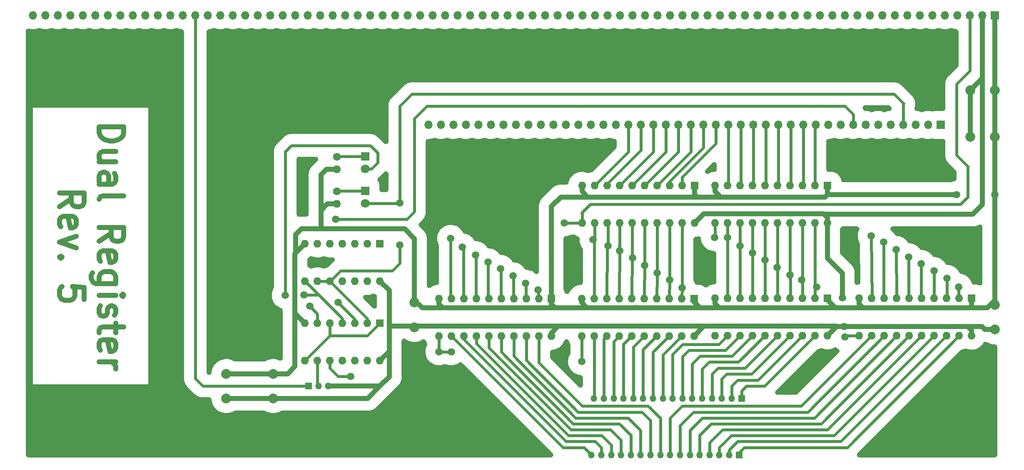
<source format=gbr>
%TF.GenerationSoftware,KiCad,Pcbnew,6.0.1-79c1e3a40b~116~ubuntu21.10.1*%
%TF.CreationDate,2022-02-14T17:39:19+01:00*%
%TF.ProjectId,dual_register,6475616c-5f72-4656-9769-737465722e6b,v.1*%
%TF.SameCoordinates,Original*%
%TF.FileFunction,Copper,L1,Top*%
%TF.FilePolarity,Positive*%
%FSLAX46Y46*%
G04 Gerber Fmt 4.6, Leading zero omitted, Abs format (unit mm)*
G04 Created by KiCad (PCBNEW 6.0.1-79c1e3a40b~116~ubuntu21.10.1) date 2022-02-14 17:39:19*
%MOMM*%
%LPD*%
G01*
G04 APERTURE LIST*
%ADD10C,1.000000*%
%TA.AperFunction,NonConductor*%
%ADD11C,1.000000*%
%TD*%
%TA.AperFunction,ComponentPad*%
%ADD12C,2.000000*%
%TD*%
%TA.AperFunction,ComponentPad*%
%ADD13R,1.800000X1.800000*%
%TD*%
%TA.AperFunction,ComponentPad*%
%ADD14C,1.800000*%
%TD*%
%TA.AperFunction,ComponentPad*%
%ADD15R,1.700000X1.700000*%
%TD*%
%TA.AperFunction,ComponentPad*%
%ADD16O,1.700000X1.700000*%
%TD*%
%TA.AperFunction,ComponentPad*%
%ADD17C,1.600000*%
%TD*%
%TA.AperFunction,ComponentPad*%
%ADD18O,1.600000X1.600000*%
%TD*%
%TA.AperFunction,ComponentPad*%
%ADD19R,1.600000X1.600000*%
%TD*%
%TA.AperFunction,ComponentPad*%
%ADD20R,1.350000X1.350000*%
%TD*%
%TA.AperFunction,ComponentPad*%
%ADD21O,1.350000X1.350000*%
%TD*%
%TA.AperFunction,ViaPad*%
%ADD22C,1.500000*%
%TD*%
%TA.AperFunction,Conductor*%
%ADD23C,0.600000*%
%TD*%
%TA.AperFunction,Conductor*%
%ADD24C,1.000000*%
%TD*%
G04 APERTURE END LIST*
D10*
D11*
X45488095Y-50739285D02*
X50488095Y-50739285D01*
X50488095Y-51929761D01*
X50250000Y-52644047D01*
X49773809Y-53120238D01*
X49297619Y-53358333D01*
X48345238Y-53596428D01*
X47630952Y-53596428D01*
X46678571Y-53358333D01*
X46202380Y-53120238D01*
X45726190Y-52644047D01*
X45488095Y-51929761D01*
X45488095Y-50739285D01*
X48821428Y-57882142D02*
X45488095Y-57882142D01*
X48821428Y-55739285D02*
X46202380Y-55739285D01*
X45726190Y-55977380D01*
X45488095Y-56453571D01*
X45488095Y-57167857D01*
X45726190Y-57644047D01*
X45964285Y-57882142D01*
X45488095Y-62405952D02*
X48107142Y-62405952D01*
X48583333Y-62167857D01*
X48821428Y-61691666D01*
X48821428Y-60739285D01*
X48583333Y-60263095D01*
X45726190Y-62405952D02*
X45488095Y-61929761D01*
X45488095Y-60739285D01*
X45726190Y-60263095D01*
X46202380Y-60025000D01*
X46678571Y-60025000D01*
X47154761Y-60263095D01*
X47392857Y-60739285D01*
X47392857Y-61929761D01*
X47630952Y-62405952D01*
X45488095Y-65501190D02*
X45726190Y-65025000D01*
X46202380Y-64786904D01*
X50488095Y-64786904D01*
X45488095Y-74072619D02*
X47869047Y-72405952D01*
X45488095Y-71215476D02*
X50488095Y-71215476D01*
X50488095Y-73120238D01*
X50250000Y-73596428D01*
X50011904Y-73834523D01*
X49535714Y-74072619D01*
X48821428Y-74072619D01*
X48345238Y-73834523D01*
X48107142Y-73596428D01*
X47869047Y-73120238D01*
X47869047Y-71215476D01*
X45726190Y-78120238D02*
X45488095Y-77644047D01*
X45488095Y-76691666D01*
X45726190Y-76215476D01*
X46202380Y-75977380D01*
X48107142Y-75977380D01*
X48583333Y-76215476D01*
X48821428Y-76691666D01*
X48821428Y-77644047D01*
X48583333Y-78120238D01*
X48107142Y-78358333D01*
X47630952Y-78358333D01*
X47154761Y-75977380D01*
X48821428Y-82644047D02*
X44773809Y-82644047D01*
X44297619Y-82405952D01*
X44059523Y-82167857D01*
X43821428Y-81691666D01*
X43821428Y-80977380D01*
X44059523Y-80501190D01*
X45726190Y-82644047D02*
X45488095Y-82167857D01*
X45488095Y-81215476D01*
X45726190Y-80739285D01*
X45964285Y-80501190D01*
X46440476Y-80263095D01*
X47869047Y-80263095D01*
X48345238Y-80501190D01*
X48583333Y-80739285D01*
X48821428Y-81215476D01*
X48821428Y-82167857D01*
X48583333Y-82644047D01*
X45488095Y-85025000D02*
X48821428Y-85025000D01*
X50488095Y-85025000D02*
X50250000Y-84786904D01*
X50011904Y-85025000D01*
X50250000Y-85263095D01*
X50488095Y-85025000D01*
X50011904Y-85025000D01*
X45726190Y-87167857D02*
X45488095Y-87644047D01*
X45488095Y-88596428D01*
X45726190Y-89072619D01*
X46202380Y-89310714D01*
X46440476Y-89310714D01*
X46916666Y-89072619D01*
X47154761Y-88596428D01*
X47154761Y-87882142D01*
X47392857Y-87405952D01*
X47869047Y-87167857D01*
X48107142Y-87167857D01*
X48583333Y-87405952D01*
X48821428Y-87882142D01*
X48821428Y-88596428D01*
X48583333Y-89072619D01*
X48821428Y-90739285D02*
X48821428Y-92644047D01*
X50488095Y-91453571D02*
X46202380Y-91453571D01*
X45726190Y-91691666D01*
X45488095Y-92167857D01*
X45488095Y-92644047D01*
X45726190Y-96215476D02*
X45488095Y-95739285D01*
X45488095Y-94786904D01*
X45726190Y-94310714D01*
X46202380Y-94072619D01*
X48107142Y-94072619D01*
X48583333Y-94310714D01*
X48821428Y-94786904D01*
X48821428Y-95739285D01*
X48583333Y-96215476D01*
X48107142Y-96453571D01*
X47630952Y-96453571D01*
X47154761Y-94072619D01*
X45488095Y-98596428D02*
X48821428Y-98596428D01*
X47869047Y-98596428D02*
X48345238Y-98834523D01*
X48583333Y-99072619D01*
X48821428Y-99548809D01*
X48821428Y-100025000D01*
X37438095Y-67048809D02*
X39819047Y-65382142D01*
X37438095Y-64191666D02*
X42438095Y-64191666D01*
X42438095Y-66096428D01*
X42200000Y-66572619D01*
X41961904Y-66810714D01*
X41485714Y-67048809D01*
X40771428Y-67048809D01*
X40295238Y-66810714D01*
X40057142Y-66572619D01*
X39819047Y-66096428D01*
X39819047Y-64191666D01*
X37676190Y-71096428D02*
X37438095Y-70620238D01*
X37438095Y-69667857D01*
X37676190Y-69191666D01*
X38152380Y-68953571D01*
X40057142Y-68953571D01*
X40533333Y-69191666D01*
X40771428Y-69667857D01*
X40771428Y-70620238D01*
X40533333Y-71096428D01*
X40057142Y-71334523D01*
X39580952Y-71334523D01*
X39104761Y-68953571D01*
X40771428Y-73001190D02*
X37438095Y-74191666D01*
X40771428Y-75382142D01*
X37914285Y-77286904D02*
X37676190Y-77525000D01*
X37438095Y-77286904D01*
X37676190Y-77048809D01*
X37914285Y-77286904D01*
X37438095Y-77286904D01*
X42438095Y-85858333D02*
X42438095Y-83477380D01*
X40057142Y-83239285D01*
X40295238Y-83477380D01*
X40533333Y-83953571D01*
X40533333Y-85144047D01*
X40295238Y-85620238D01*
X40057142Y-85858333D01*
X39580952Y-86096428D01*
X38390476Y-86096428D01*
X37914285Y-85858333D01*
X37676190Y-85620238D01*
X37438095Y-85144047D01*
X37438095Y-83953571D01*
X37676190Y-83477380D01*
X37914285Y-83239285D01*
D12*
%TO.P,C5,1*%
%TO.N,GND*%
X227560000Y-87030000D03*
%TO.P,C5,2*%
%TO.N,+5V*%
X227560000Y-92030000D03*
%TD*%
D13*
%TO.P,D1,1,K*%
%TO.N,Net-(D1-Pad1)*%
X99560000Y-56755000D03*
D14*
%TO.P,D1,2,A*%
%TO.N,Net-(D1-Pad2)*%
X99560000Y-59295000D03*
%TD*%
D15*
%TO.P,U1,1,Mode_R0*%
%TO.N,unconnected-(U1-Pad1)*%
X216522000Y-50365500D03*
D16*
%TO.P,U1,2,Mode_R1*%
%TO.N,unconnected-(U1-Pad2)*%
X213982000Y-50365500D03*
%TO.P,U1,3,Mode_R2*%
%TO.N,unconnected-(U1-Pad3)*%
X211442000Y-50365500D03*
%TO.P,U1,4,Mode_W0*%
%TO.N,Net-(D2-Pad2)*%
X208902000Y-50365500D03*
%TO.P,U1,5,Mode_W1*%
%TO.N,unconnected-(U1-Pad5)*%
X206362000Y-50365500D03*
%TO.P,U1,6,Mode_W2*%
%TO.N,unconnected-(U1-Pad6)*%
X203822000Y-50365500D03*
%TO.P,U1,7,WE_R*%
%TO.N,unconnected-(U1-Pad7)*%
X201282000Y-50365500D03*
%TO.P,U1,8,WE_F*%
%TO.N,Net-(U1-Pad8)*%
X198742000Y-50365500D03*
%TO.P,U1,9,WE*%
%TO.N,unconnected-(U1-Pad9)*%
X196202000Y-50365500D03*
%TO.P,U1,10*%
%TO.N,N/C*%
X193662000Y-50365500D03*
%TO.P,U1,11,from_Bus0*%
%TO.N,Net-(U1-Pad11)*%
X191122000Y-50365500D03*
%TO.P,U1,12,from_Bus1*%
%TO.N,Net-(U1-Pad12)*%
X188582000Y-50365500D03*
%TO.P,U1,13,from_Bus2*%
%TO.N,Net-(U1-Pad13)*%
X186042000Y-50365500D03*
%TO.P,U1,14,from_Bus3*%
%TO.N,Net-(U1-Pad14)*%
X183502000Y-50365500D03*
%TO.P,U1,15,from_Bus4*%
%TO.N,Net-(U1-Pad15)*%
X180962000Y-50365500D03*
%TO.P,U1,16,from_Bus5*%
%TO.N,Net-(U1-Pad16)*%
X178422000Y-50365500D03*
%TO.P,U1,17,from_Bus6*%
%TO.N,Net-(U1-Pad17)*%
X175882000Y-50365500D03*
%TO.P,U1,18,from_Bus7*%
%TO.N,Net-(U1-Pad18)*%
X173342000Y-50365500D03*
%TO.P,U1,19,from_Bus8*%
%TO.N,Net-(U1-Pad19)*%
X170802000Y-50365500D03*
%TO.P,U1,20,from_Bus9*%
%TO.N,Net-(U1-Pad20)*%
X168262000Y-50365500D03*
%TO.P,U1,21,from_Bus10*%
%TO.N,Net-(U1-Pad21)*%
X165722000Y-50365500D03*
%TO.P,U1,22,from_Bus11*%
%TO.N,Net-(U1-Pad22)*%
X163182000Y-50365500D03*
%TO.P,U1,23,from_Bus12*%
%TO.N,Net-(U1-Pad23)*%
X160642000Y-50365500D03*
%TO.P,U1,24,from_Bus13*%
%TO.N,Net-(U1-Pad24)*%
X158102000Y-50365500D03*
%TO.P,U1,25,from_Bus14*%
%TO.N,Net-(U1-Pad25)*%
X155562000Y-50365500D03*
%TO.P,U1,26,from_Bus15*%
%TO.N,Net-(U1-Pad26)*%
X153022000Y-50365500D03*
%TO.P,U1,27*%
%TO.N,N/C*%
X150482000Y-50365500D03*
%TO.P,U1,28*%
X147942000Y-50365500D03*
%TO.P,U1,29*%
X145402000Y-50365500D03*
%TO.P,U1,30*%
X142862000Y-50365500D03*
%TO.P,U1,31*%
X140322000Y-50365500D03*
%TO.P,U1,32*%
X137782000Y-50365500D03*
%TO.P,U1,33*%
X135242000Y-50365500D03*
%TO.P,U1,34*%
X132702000Y-50365500D03*
%TO.P,U1,35*%
X130162000Y-50365500D03*
%TO.P,U1,36*%
X127622000Y-50365500D03*
%TO.P,U1,37*%
X125082000Y-50365500D03*
%TO.P,U1,38*%
X122542000Y-50365500D03*
%TO.P,U1,39*%
X120002000Y-50365500D03*
%TO.P,U1,40*%
X117462000Y-50365500D03*
%TO.P,U1,41*%
X114922000Y-50365500D03*
%TO.P,U1,42*%
X112382000Y-50365500D03*
%TD*%
D12*
%TO.P,C1,1*%
%TO.N,GND*%
X227560000Y-52780000D03*
%TO.P,C1,2*%
%TO.N,+5V*%
X222560000Y-52780000D03*
%TD*%
%TO.P,C2,1*%
%TO.N,GND*%
X80810000Y-101030000D03*
%TO.P,C2,2*%
%TO.N,+5V*%
X80810000Y-106030000D03*
%TD*%
D17*
%TO.P,R1,1*%
%TO.N,Net-(D1-Pad1)*%
X93810000Y-56885000D03*
D18*
%TO.P,R1,2*%
%TO.N,GND*%
X93810000Y-59425000D03*
%TD*%
D19*
%TO.P,U5,1,~{OE}*%
%TO.N,GND*%
X166425000Y-85700000D03*
D18*
%TO.P,U5,2,1D*%
%TO.N,Net-(U3-Pad19)*%
X163885000Y-85700000D03*
%TO.P,U5,3,2D*%
%TO.N,Net-(U3-Pad18)*%
X161345000Y-85700000D03*
%TO.P,U5,4,3D*%
%TO.N,Net-(U3-Pad17)*%
X158805000Y-85700000D03*
%TO.P,U5,5,4D*%
%TO.N,Net-(U3-Pad16)*%
X156265000Y-85700000D03*
%TO.P,U5,6,5D*%
%TO.N,Net-(U3-Pad15)*%
X153725000Y-85700000D03*
%TO.P,U5,7,6D*%
%TO.N,Net-(U3-Pad14)*%
X151185000Y-85700000D03*
%TO.P,U5,8,7D*%
%TO.N,Net-(U3-Pad13)*%
X148645000Y-85700000D03*
%TO.P,U5,9,8D*%
%TO.N,Net-(U3-Pad12)*%
X146105000Y-85700000D03*
%TO.P,U5,10,GND*%
%TO.N,GND*%
X143565000Y-85700000D03*
%TO.P,U5,11,LE*%
%TO.N,Net-(U4-Pad11)*%
X143565000Y-93320000D03*
%TO.P,U5,12,8Q*%
%TO.N,Net-(J2-Pad16)*%
X146105000Y-93320000D03*
%TO.P,U5,13,7Q*%
%TO.N,Net-(J2-Pad15)*%
X148645000Y-93320000D03*
%TO.P,U5,14,6Q*%
%TO.N,Net-(J2-Pad14)*%
X151185000Y-93320000D03*
%TO.P,U5,15,5Q*%
%TO.N,Net-(J2-Pad13)*%
X153725000Y-93320000D03*
%TO.P,U5,16,4Q*%
%TO.N,Net-(J2-Pad12)*%
X156265000Y-93320000D03*
%TO.P,U5,17,3Q*%
%TO.N,Net-(J2-Pad11)*%
X158805000Y-93320000D03*
%TO.P,U5,18,2Q*%
%TO.N,Net-(J2-Pad10)*%
X161345000Y-93320000D03*
%TO.P,U5,19,1Q*%
%TO.N,Net-(J2-Pad9)*%
X163885000Y-93320000D03*
%TO.P,U5,20,VCC*%
%TO.N,+5V*%
X166425000Y-93320000D03*
%TD*%
D13*
%TO.P,D2,1,K*%
%TO.N,Net-(D2-Pad1)*%
X99560000Y-63780000D03*
D14*
%TO.P,D2,2,A*%
%TO.N,Net-(D2-Pad2)*%
X99560000Y-66320000D03*
%TD*%
D12*
%TO.P,C6,1*%
%TO.N,GND*%
X109560000Y-86530000D03*
%TO.P,C6,2*%
%TO.N,+5V*%
X109560000Y-91530000D03*
%TD*%
D19*
%TO.P,U2,1,~{OE}*%
%TO.N,GND*%
X193541000Y-62730000D03*
D18*
%TO.P,U2,2,1D*%
%TO.N,Net-(U1-Pad11)*%
X191001000Y-62730000D03*
%TO.P,U2,3,2D*%
%TO.N,Net-(U1-Pad12)*%
X188461000Y-62730000D03*
%TO.P,U2,4,3D*%
%TO.N,Net-(U1-Pad13)*%
X185921000Y-62730000D03*
%TO.P,U2,5,4D*%
%TO.N,Net-(U1-Pad14)*%
X183381000Y-62730000D03*
%TO.P,U2,6,5D*%
%TO.N,Net-(U1-Pad15)*%
X180841000Y-62730000D03*
%TO.P,U2,7,6D*%
%TO.N,Net-(U1-Pad16)*%
X178301000Y-62730000D03*
%TO.P,U2,8,7D*%
%TO.N,Net-(U1-Pad17)*%
X175761000Y-62730000D03*
%TO.P,U2,9,8D*%
%TO.N,Net-(U1-Pad18)*%
X173221000Y-62730000D03*
%TO.P,U2,10,GND*%
%TO.N,GND*%
X170681000Y-62730000D03*
%TO.P,U2,11,LE*%
%TO.N,Net-(J1-Pad3)*%
X170681000Y-70350000D03*
%TO.P,U2,12,8Q*%
%TO.N,Net-(U2-Pad12)*%
X173221000Y-70350000D03*
%TO.P,U2,13,7Q*%
%TO.N,Net-(U2-Pad13)*%
X175761000Y-70350000D03*
%TO.P,U2,14,6Q*%
%TO.N,Net-(U2-Pad14)*%
X178301000Y-70350000D03*
%TO.P,U2,15,5Q*%
%TO.N,Net-(U2-Pad15)*%
X180841000Y-70350000D03*
%TO.P,U2,16,4Q*%
%TO.N,Net-(U2-Pad16)*%
X183381000Y-70350000D03*
%TO.P,U2,17,3Q*%
%TO.N,Net-(U2-Pad17)*%
X185921000Y-70350000D03*
%TO.P,U2,18,2Q*%
%TO.N,Net-(U2-Pad18)*%
X188461000Y-70350000D03*
%TO.P,U2,19,1Q*%
%TO.N,Net-(U2-Pad19)*%
X191001000Y-70350000D03*
%TO.P,U2,20,VCC*%
%TO.N,+5V*%
X193541000Y-70350000D03*
%TD*%
D19*
%TO.P,U6,1,~{OE}*%
%TO.N,GND*%
X222835000Y-85680000D03*
D18*
%TO.P,U6,2,1D*%
%TO.N,Net-(U2-Pad19)*%
X220295000Y-85680000D03*
%TO.P,U6,3,2D*%
%TO.N,Net-(U2-Pad18)*%
X217755000Y-85680000D03*
%TO.P,U6,4,3D*%
%TO.N,Net-(U2-Pad17)*%
X215215000Y-85680000D03*
%TO.P,U6,5,4D*%
%TO.N,Net-(U2-Pad16)*%
X212675000Y-85680000D03*
%TO.P,U6,6,5D*%
%TO.N,Net-(U2-Pad15)*%
X210135000Y-85680000D03*
%TO.P,U6,7,6D*%
%TO.N,Net-(U2-Pad14)*%
X207595000Y-85680000D03*
%TO.P,U6,8,7D*%
%TO.N,Net-(U2-Pad13)*%
X205055000Y-85680000D03*
%TO.P,U6,9,8D*%
%TO.N,Net-(U2-Pad12)*%
X202515000Y-85680000D03*
%TO.P,U6,10,GND*%
%TO.N,GND*%
X199975000Y-85680000D03*
%TO.P,U6,11,LE*%
%TO.N,Net-(U6-Pad11)*%
X199975000Y-93300000D03*
%TO.P,U6,12,8Q*%
%TO.N,Net-(J3-Pad8)*%
X202515000Y-93300000D03*
%TO.P,U6,13,7Q*%
%TO.N,Net-(J3-Pad7)*%
X205055000Y-93300000D03*
%TO.P,U6,14,6Q*%
%TO.N,Net-(J3-Pad6)*%
X207595000Y-93300000D03*
%TO.P,U6,15,5Q*%
%TO.N,Net-(J3-Pad5)*%
X210135000Y-93300000D03*
%TO.P,U6,16,4Q*%
%TO.N,Net-(J3-Pad4)*%
X212675000Y-93300000D03*
%TO.P,U6,17,3Q*%
%TO.N,Net-(J3-Pad3)*%
X215215000Y-93300000D03*
%TO.P,U6,18,2Q*%
%TO.N,Net-(J3-Pad2)*%
X217755000Y-93300000D03*
%TO.P,U6,19,1Q*%
%TO.N,Net-(J3-Pad1)*%
X220295000Y-93300000D03*
%TO.P,U6,20,VCC*%
%TO.N,+5V*%
X222835000Y-93300000D03*
%TD*%
D12*
%TO.P,C4,1*%
%TO.N,GND*%
X71310000Y-101030000D03*
%TO.P,C4,2*%
%TO.N,+5V*%
X71310000Y-106030000D03*
%TD*%
D15*
%TO.P,J1,1,GND*%
%TO.N,GND*%
X227560000Y-28030000D03*
D16*
%TO.P,J1,2,Vcc*%
%TO.N,+5V*%
X225020000Y-28030000D03*
%TO.P,J1,3,CLK_R*%
%TO.N,Net-(J1-Pad3)*%
X222480000Y-28030000D03*
%TO.P,J1,4,CLK_F*%
%TO.N,unconnected-(J1-Pad4)*%
X219940000Y-28030000D03*
%TO.P,J1,5*%
%TO.N,N/C*%
X217400000Y-28030000D03*
%TO.P,J1,6*%
X214860000Y-28030000D03*
%TO.P,J1,7*%
X212320000Y-28030000D03*
%TO.P,J1,8*%
X209780000Y-28030000D03*
%TO.P,J1,9*%
X207240000Y-28030000D03*
%TO.P,J1,10*%
X204700000Y-28030000D03*
%TO.P,J1,11*%
X202160000Y-28030000D03*
%TO.P,J1,12*%
X199620000Y-28030000D03*
%TO.P,J1,13*%
X197080000Y-28030000D03*
%TO.P,J1,14*%
X194540000Y-28030000D03*
%TO.P,J1,15*%
X192000000Y-28030000D03*
%TO.P,J1,16*%
X189460000Y-28030000D03*
%TO.P,J1,17*%
X186920000Y-28030000D03*
%TO.P,J1,18*%
X184380000Y-28030000D03*
%TO.P,J1,19*%
X181840000Y-28030000D03*
%TO.P,J1,20*%
X179300000Y-28030000D03*
%TO.P,J1,21*%
X176760000Y-28030000D03*
%TO.P,J1,22*%
X174220000Y-28030000D03*
%TO.P,J1,23*%
X171680000Y-28030000D03*
%TO.P,J1,24*%
X169140000Y-28030000D03*
%TO.P,J1,25*%
X166600000Y-28030000D03*
%TO.P,J1,26*%
X164060000Y-28030000D03*
%TO.P,J1,27*%
X161520000Y-28030000D03*
%TO.P,J1,28*%
X158980000Y-28030000D03*
%TO.P,J1,29*%
X156440000Y-28030000D03*
%TO.P,J1,30*%
X153900000Y-28030000D03*
%TO.P,J1,31*%
X151360000Y-28030000D03*
%TO.P,J1,32*%
X148820000Y-28030000D03*
%TO.P,J1,33*%
X146280000Y-28030000D03*
%TO.P,J1,34*%
X143740000Y-28030000D03*
%TO.P,J1,35*%
X141200000Y-28030000D03*
%TO.P,J1,36*%
X138660000Y-28030000D03*
%TO.P,J1,37*%
X136120000Y-28030000D03*
%TO.P,J1,38*%
X133580000Y-28030000D03*
%TO.P,J1,39*%
X131040000Y-28030000D03*
%TO.P,J1,40*%
X128500000Y-28030000D03*
%TO.P,J1,41*%
X125960000Y-28030000D03*
%TO.P,J1,42*%
X123420000Y-28030000D03*
%TO.P,J1,43*%
X120880000Y-28030000D03*
%TO.P,J1,44*%
X118340000Y-28030000D03*
%TO.P,J1,45*%
X115800000Y-28030000D03*
%TO.P,J1,46*%
X113260000Y-28030000D03*
%TO.P,J1,47*%
X110720000Y-28030000D03*
%TO.P,J1,48*%
X108180000Y-28030000D03*
%TO.P,J1,49*%
X105640000Y-28030000D03*
%TO.P,J1,50*%
X103100000Y-28030000D03*
%TO.P,J1,51*%
X100560000Y-28030000D03*
%TO.P,J1,52*%
X98020000Y-28030000D03*
%TO.P,J1,53*%
X95480000Y-28030000D03*
%TO.P,J1,54*%
X92940000Y-28030000D03*
%TO.P,J1,55*%
X90400000Y-28030000D03*
%TO.P,J1,56*%
X87860000Y-28030000D03*
%TO.P,J1,57*%
X85320000Y-28030000D03*
%TO.P,J1,58*%
X82780000Y-28030000D03*
%TO.P,J1,59*%
X80240000Y-28030000D03*
%TO.P,J1,60*%
X77700000Y-28030000D03*
%TO.P,J1,61*%
X75160000Y-28030000D03*
%TO.P,J1,62*%
X72620000Y-28030000D03*
%TO.P,J1,63*%
X70080000Y-28030000D03*
%TO.P,J1,64*%
X67540000Y-28030000D03*
%TO.P,J1,65,Sup*%
%TO.N,Net-(J1-Pad65)*%
X65000000Y-28030000D03*
%TO.P,J1,66,Set_Sup*%
%TO.N,unconnected-(J1-Pad66)*%
X62460000Y-28030000D03*
%TO.P,J1,67,Reset_Sup*%
%TO.N,unconnected-(J1-Pad67)*%
X59920000Y-28030000D03*
%TO.P,J1,68*%
%TO.N,N/C*%
X57380000Y-28030000D03*
%TO.P,J1,69*%
X54840000Y-28030000D03*
%TO.P,J1,70*%
X52300000Y-28030000D03*
%TO.P,J1,71*%
X49760000Y-28030000D03*
%TO.P,J1,72*%
X47220000Y-28030000D03*
%TO.P,J1,73*%
X44680000Y-28030000D03*
%TO.P,J1,74*%
X42140000Y-28030000D03*
%TO.P,J1,75*%
X39600000Y-28030000D03*
%TO.P,J1,76*%
X37060000Y-28030000D03*
%TO.P,J1,77*%
X34520000Y-28030000D03*
%TO.P,J1,78*%
X31980000Y-28030000D03*
%TD*%
D17*
%TO.P,R2,1*%
%TO.N,Net-(D2-Pad1)*%
X93810000Y-63910000D03*
D18*
%TO.P,R2,2*%
%TO.N,GND*%
X93810000Y-66450000D03*
%TD*%
D20*
%TO.P,J4,1,Pin_1*%
%TO.N,Net-(J1-Pad65)*%
X88060000Y-103530000D03*
D21*
%TO.P,J4,2,Pin_2*%
%TO.N,Net-(J4-Pad2)*%
X90060000Y-103530000D03*
%TO.P,J4,3,Pin_3*%
%TO.N,+5V*%
X92060000Y-103530000D03*
%TD*%
D19*
%TO.P,U4,1,~{OE}*%
%TO.N,GND*%
X193535000Y-85630000D03*
D18*
%TO.P,U4,2,1D*%
%TO.N,Net-(U2-Pad19)*%
X190995000Y-85630000D03*
%TO.P,U4,3,2D*%
%TO.N,Net-(U2-Pad18)*%
X188455000Y-85630000D03*
%TO.P,U4,4,3D*%
%TO.N,Net-(U2-Pad17)*%
X185915000Y-85630000D03*
%TO.P,U4,5,4D*%
%TO.N,Net-(U2-Pad16)*%
X183375000Y-85630000D03*
%TO.P,U4,6,5D*%
%TO.N,Net-(U2-Pad15)*%
X180835000Y-85630000D03*
%TO.P,U4,7,6D*%
%TO.N,Net-(U2-Pad14)*%
X178295000Y-85630000D03*
%TO.P,U4,8,7D*%
%TO.N,Net-(U2-Pad13)*%
X175755000Y-85630000D03*
%TO.P,U4,9,8D*%
%TO.N,Net-(U2-Pad12)*%
X173215000Y-85630000D03*
%TO.P,U4,10,GND*%
%TO.N,GND*%
X170675000Y-85630000D03*
%TO.P,U4,11,LE*%
%TO.N,Net-(U4-Pad11)*%
X170675000Y-93250000D03*
%TO.P,U4,12,8Q*%
%TO.N,Net-(J2-Pad8)*%
X173215000Y-93250000D03*
%TO.P,U4,13,7Q*%
%TO.N,Net-(J2-Pad7)*%
X175755000Y-93250000D03*
%TO.P,U4,14,6Q*%
%TO.N,Net-(J2-Pad6)*%
X178295000Y-93250000D03*
%TO.P,U4,15,5Q*%
%TO.N,Net-(J2-Pad5)*%
X180835000Y-93250000D03*
%TO.P,U4,16,4Q*%
%TO.N,Net-(J2-Pad4)*%
X183375000Y-93250000D03*
%TO.P,U4,17,3Q*%
%TO.N,Net-(J2-Pad3)*%
X185915000Y-93250000D03*
%TO.P,U4,18,2Q*%
%TO.N,Net-(J2-Pad2)*%
X188455000Y-93250000D03*
%TO.P,U4,19,1Q*%
%TO.N,Net-(J2-Pad1)*%
X190995000Y-93250000D03*
%TO.P,U4,20,VCC*%
%TO.N,+5V*%
X193535000Y-93250000D03*
%TD*%
D20*
%TO.P,J3,1,Pin_1*%
%TO.N,Net-(J3-Pad1)*%
X175560000Y-117530000D03*
D21*
%TO.P,J3,2,Pin_2*%
%TO.N,Net-(J3-Pad2)*%
X173560000Y-117530000D03*
%TO.P,J3,3,Pin_3*%
%TO.N,Net-(J3-Pad3)*%
X171560000Y-117530000D03*
%TO.P,J3,4,Pin_4*%
%TO.N,Net-(J3-Pad4)*%
X169560000Y-117530000D03*
%TO.P,J3,5,Pin_5*%
%TO.N,Net-(J3-Pad5)*%
X167560000Y-117530000D03*
%TO.P,J3,6,Pin_6*%
%TO.N,Net-(J3-Pad6)*%
X165560000Y-117530000D03*
%TO.P,J3,7,Pin_7*%
%TO.N,Net-(J3-Pad7)*%
X163560000Y-117530000D03*
%TO.P,J3,8,Pin_8*%
%TO.N,Net-(J3-Pad8)*%
X161560000Y-117530000D03*
%TO.P,J3,9,Pin_9*%
%TO.N,Net-(J3-Pad9)*%
X159560000Y-117530000D03*
%TO.P,J3,10,Pin_10*%
%TO.N,Net-(J3-Pad10)*%
X157560000Y-117530000D03*
%TO.P,J3,11,Pin_11*%
%TO.N,Net-(J3-Pad11)*%
X155560000Y-117530000D03*
%TO.P,J3,12,Pin_12*%
%TO.N,Net-(J3-Pad12)*%
X153560000Y-117530000D03*
%TO.P,J3,13,Pin_13*%
%TO.N,Net-(J3-Pad13)*%
X151560000Y-117530000D03*
%TO.P,J3,14,Pin_14*%
%TO.N,Net-(J3-Pad14)*%
X149560000Y-117530000D03*
%TO.P,J3,15,Pin_15*%
%TO.N,Net-(J3-Pad15)*%
X147560000Y-117530000D03*
%TO.P,J3,16,Pin_16*%
%TO.N,Net-(J3-Pad16)*%
X145560000Y-117530000D03*
%TD*%
D20*
%TO.P,J2,1,Pin_1*%
%TO.N,Net-(J2-Pad1)*%
X176060000Y-106030000D03*
D21*
%TO.P,J2,2,Pin_2*%
%TO.N,Net-(J2-Pad2)*%
X174060000Y-106030000D03*
%TO.P,J2,3,Pin_3*%
%TO.N,Net-(J2-Pad3)*%
X172060000Y-106030000D03*
%TO.P,J2,4,Pin_4*%
%TO.N,Net-(J2-Pad4)*%
X170060000Y-106030000D03*
%TO.P,J2,5,Pin_5*%
%TO.N,Net-(J2-Pad5)*%
X168060000Y-106030000D03*
%TO.P,J2,6,Pin_6*%
%TO.N,Net-(J2-Pad6)*%
X166060000Y-106030000D03*
%TO.P,J2,7,Pin_7*%
%TO.N,Net-(J2-Pad7)*%
X164060000Y-106030000D03*
%TO.P,J2,8,Pin_8*%
%TO.N,Net-(J2-Pad8)*%
X162060000Y-106030000D03*
%TO.P,J2,9,Pin_9*%
%TO.N,Net-(J2-Pad9)*%
X160060000Y-106030000D03*
%TO.P,J2,10,Pin_10*%
%TO.N,Net-(J2-Pad10)*%
X158060000Y-106030000D03*
%TO.P,J2,11,Pin_11*%
%TO.N,Net-(J2-Pad11)*%
X156060000Y-106030000D03*
%TO.P,J2,12,Pin_12*%
%TO.N,Net-(J2-Pad12)*%
X154060000Y-106030000D03*
%TO.P,J2,13,Pin_13*%
%TO.N,Net-(J2-Pad13)*%
X152060000Y-106030000D03*
%TO.P,J2,14,Pin_14*%
%TO.N,Net-(J2-Pad14)*%
X150060000Y-106030000D03*
%TO.P,J2,15,Pin_15*%
%TO.N,Net-(J2-Pad15)*%
X148060000Y-106030000D03*
%TO.P,J2,16,Pin_16*%
%TO.N,Net-(J2-Pad16)*%
X146060000Y-106030000D03*
%TD*%
D19*
%TO.P,U9,1*%
%TO.N,N/C*%
X102560000Y-74530000D03*
D18*
%TO.P,U9,2*%
X100020000Y-74530000D03*
%TO.P,U9,3*%
X97480000Y-74530000D03*
%TO.P,U9,4*%
X94940000Y-74530000D03*
%TO.P,U9,5*%
X92400000Y-74530000D03*
%TO.P,U9,6*%
X89860000Y-74530000D03*
%TO.P,U9,7,GND*%
%TO.N,GND*%
X87320000Y-74530000D03*
%TO.P,U9,8*%
%TO.N,Net-(D1-Pad2)*%
X87320000Y-82150000D03*
%TO.P,U9,9*%
%TO.N,Net-(D2-Pad2)*%
X89860000Y-82150000D03*
%TO.P,U9,10*%
X92400000Y-82150000D03*
%TO.P,U9,11*%
%TO.N,N/C*%
X94940000Y-82150000D03*
%TO.P,U9,12*%
X97480000Y-82150000D03*
%TO.P,U9,13*%
X100020000Y-82150000D03*
%TO.P,U9,14,VCC*%
%TO.N,+5V*%
X102560000Y-82150000D03*
%TD*%
D19*
%TO.P,U7,1,~{OE}*%
%TO.N,GND*%
X137375000Y-85720000D03*
D18*
%TO.P,U7,2,1D*%
%TO.N,Net-(U3-Pad19)*%
X134835000Y-85720000D03*
%TO.P,U7,3,2D*%
%TO.N,Net-(U3-Pad18)*%
X132295000Y-85720000D03*
%TO.P,U7,4,3D*%
%TO.N,Net-(U3-Pad17)*%
X129755000Y-85720000D03*
%TO.P,U7,5,4D*%
%TO.N,Net-(U3-Pad16)*%
X127215000Y-85720000D03*
%TO.P,U7,6,5D*%
%TO.N,Net-(U3-Pad15)*%
X124675000Y-85720000D03*
%TO.P,U7,7,6D*%
%TO.N,Net-(U3-Pad14)*%
X122135000Y-85720000D03*
%TO.P,U7,8,7D*%
%TO.N,Net-(U3-Pad13)*%
X119595000Y-85720000D03*
%TO.P,U7,9,8D*%
%TO.N,Net-(U3-Pad12)*%
X117055000Y-85720000D03*
%TO.P,U7,10,GND*%
%TO.N,GND*%
X114515000Y-85720000D03*
%TO.P,U7,11,LE*%
%TO.N,Net-(U6-Pad11)*%
X114515000Y-93340000D03*
%TO.P,U7,12,8Q*%
%TO.N,Net-(J3-Pad16)*%
X117055000Y-93340000D03*
%TO.P,U7,13,7Q*%
%TO.N,Net-(J3-Pad15)*%
X119595000Y-93340000D03*
%TO.P,U7,14,6Q*%
%TO.N,Net-(J3-Pad14)*%
X122135000Y-93340000D03*
%TO.P,U7,15,5Q*%
%TO.N,Net-(J3-Pad13)*%
X124675000Y-93340000D03*
%TO.P,U7,16,4Q*%
%TO.N,Net-(J3-Pad12)*%
X127215000Y-93340000D03*
%TO.P,U7,17,3Q*%
%TO.N,Net-(J3-Pad11)*%
X129755000Y-93340000D03*
%TO.P,U7,18,2Q*%
%TO.N,Net-(J3-Pad10)*%
X132295000Y-93340000D03*
%TO.P,U7,19,1Q*%
%TO.N,Net-(J3-Pad9)*%
X134835000Y-93340000D03*
%TO.P,U7,20,VCC*%
%TO.N,+5V*%
X137375000Y-93340000D03*
%TD*%
D19*
%TO.P,U3,1,~{OE}*%
%TO.N,GND*%
X166485000Y-62730000D03*
D18*
%TO.P,U3,2,1D*%
%TO.N,Net-(U1-Pad19)*%
X163945000Y-62730000D03*
%TO.P,U3,3,2D*%
%TO.N,Net-(U1-Pad20)*%
X161405000Y-62730000D03*
%TO.P,U3,4,3D*%
%TO.N,Net-(U1-Pad21)*%
X158865000Y-62730000D03*
%TO.P,U3,5,4D*%
%TO.N,Net-(U1-Pad22)*%
X156325000Y-62730000D03*
%TO.P,U3,6,5D*%
%TO.N,Net-(U1-Pad23)*%
X153785000Y-62730000D03*
%TO.P,U3,7,6D*%
%TO.N,Net-(U1-Pad24)*%
X151245000Y-62730000D03*
%TO.P,U3,8,7D*%
%TO.N,Net-(U1-Pad25)*%
X148705000Y-62730000D03*
%TO.P,U3,9,8D*%
%TO.N,Net-(U1-Pad26)*%
X146165000Y-62730000D03*
%TO.P,U3,10,GND*%
%TO.N,GND*%
X143625000Y-62730000D03*
%TO.P,U3,11,LE*%
%TO.N,Net-(J1-Pad3)*%
X143625000Y-70350000D03*
%TO.P,U3,12,8Q*%
%TO.N,Net-(U3-Pad12)*%
X146165000Y-70350000D03*
%TO.P,U3,13,7Q*%
%TO.N,Net-(U3-Pad13)*%
X148705000Y-70350000D03*
%TO.P,U3,14,6Q*%
%TO.N,Net-(U3-Pad14)*%
X151245000Y-70350000D03*
%TO.P,U3,15,5Q*%
%TO.N,Net-(U3-Pad15)*%
X153785000Y-70350000D03*
%TO.P,U3,16,4Q*%
%TO.N,Net-(U3-Pad16)*%
X156325000Y-70350000D03*
%TO.P,U3,17,3Q*%
%TO.N,Net-(U3-Pad17)*%
X158865000Y-70350000D03*
%TO.P,U3,18,2Q*%
%TO.N,Net-(U3-Pad18)*%
X161405000Y-70350000D03*
%TO.P,U3,19,1Q*%
%TO.N,Net-(U3-Pad19)*%
X163945000Y-70350000D03*
%TO.P,U3,20,VCC*%
%TO.N,+5V*%
X166485000Y-70350000D03*
%TD*%
D19*
%TO.P,U8,1*%
%TO.N,Net-(U8-Pad1)*%
X102560000Y-90730000D03*
D18*
%TO.P,U8,2*%
%TO.N,Net-(D2-Pad2)*%
X100020000Y-90730000D03*
%TO.P,U8,3*%
%TO.N,Net-(U6-Pad11)*%
X97480000Y-90730000D03*
%TO.P,U8,4*%
%TO.N,Net-(D1-Pad2)*%
X94940000Y-90730000D03*
%TO.P,U8,5*%
%TO.N,Net-(U8-Pad1)*%
X92400000Y-90730000D03*
%TO.P,U8,6*%
%TO.N,Net-(U4-Pad11)*%
X89860000Y-90730000D03*
%TO.P,U8,7,GND*%
%TO.N,GND*%
X87320000Y-90730000D03*
%TO.P,U8,8*%
%TO.N,Net-(U8-Pad1)*%
X87320000Y-98350000D03*
%TO.P,U8,9*%
%TO.N,Net-(J4-Pad2)*%
X89860000Y-98350000D03*
%TO.P,U8,10*%
%TO.N,Net-(U1-Pad8)*%
X92400000Y-98350000D03*
%TO.P,U8,11*%
%TO.N,N/C*%
X94940000Y-98350000D03*
%TO.P,U8,12*%
X97480000Y-98350000D03*
%TO.P,U8,13*%
X100020000Y-98350000D03*
%TO.P,U8,14,VCC*%
%TO.N,+5V*%
X102560000Y-98350000D03*
%TD*%
D12*
%TO.P,C3,1*%
%TO.N,GND*%
X227560000Y-43280000D03*
%TO.P,C3,2*%
%TO.N,+5V*%
X222560000Y-43280000D03*
%TD*%
D22*
%TO.N,Net-(J1-Pad3)*%
X170560000Y-73280000D03*
X140060000Y-70280000D03*
%TO.N,+5V*%
X196560000Y-85530000D03*
X196930489Y-91400489D03*
%TO.N,GND*%
X219810000Y-64530000D03*
X227560000Y-64530000D03*
%TO.N,Net-(U1-Pad8)*%
X96560000Y-101530000D03*
X93560000Y-69530000D03*
%TO.N,Net-(U2-Pad19)*%
X191310000Y-83380000D03*
X220240000Y-83380000D03*
%TO.N,Net-(U2-Pad18)*%
X188310000Y-81880000D03*
X217866927Y-81613605D03*
%TO.N,Net-(U2-Pad17)*%
X185945857Y-80880000D03*
X215175745Y-80030990D03*
%TO.N,Net-(U2-Pad16)*%
X183310000Y-79380000D03*
X212620000Y-78580999D03*
%TO.N,Net-(U2-Pad15)*%
X210083655Y-77230500D03*
X180853692Y-77880000D03*
%TO.N,Net-(U2-Pad14)*%
X207540000Y-75730500D03*
X178310000Y-76380000D03*
%TO.N,Net-(U2-Pad13)*%
X205000000Y-74230500D03*
X175770000Y-74949500D03*
%TO.N,Net-(U2-Pad12)*%
X173230000Y-73300000D03*
X202460000Y-72920500D03*
%TO.N,Net-(U3-Pad19)*%
X134730000Y-83919500D03*
X163960000Y-83540000D03*
%TO.N,Net-(U3-Pad18)*%
X161420000Y-81890500D03*
X132190000Y-82609500D03*
%TO.N,Net-(U3-Pad17)*%
X129650000Y-81109500D03*
X158880000Y-80460000D03*
%TO.N,Net-(U3-Pad16)*%
X156336308Y-78960000D03*
X127106345Y-79609500D03*
%TO.N,Net-(U3-Pad15)*%
X124570000Y-78259001D03*
X153880000Y-77460000D03*
%TO.N,Net-(U3-Pad14)*%
X122014255Y-76809010D03*
X151244143Y-75960000D03*
%TO.N,Net-(U3-Pad13)*%
X119323073Y-75226395D03*
X148880000Y-74960000D03*
%TO.N,Net-(U3-Pad12)*%
X145880000Y-73699011D03*
X116950000Y-73460000D03*
%TO.N,Net-(U4-Pad11)*%
X88310000Y-87280000D03*
X143560000Y-98530000D03*
%TO.N,Net-(U6-Pad11)*%
X114560000Y-96530000D03*
X197060000Y-93530000D03*
X117060000Y-96530000D03*
X94060000Y-86530000D03*
%TO.N,Net-(D1-Pad2)*%
X87130000Y-84960000D03*
X83310000Y-85030000D03*
%TO.N,Net-(D2-Pad2)*%
X106560000Y-74780000D03*
X106560000Y-66280000D03*
%TD*%
D23*
%TO.N,Net-(J1-Pad65)*%
X66560000Y-103530000D02*
X65000000Y-101970000D01*
X88060000Y-103530000D02*
X66560000Y-103530000D01*
X65000000Y-101970000D02*
X65000000Y-28030000D01*
%TO.N,Net-(J1-Pad3)*%
X220560000Y-66530000D02*
X145310000Y-66530000D01*
X143560000Y-68280000D02*
X143625000Y-68345000D01*
X219810000Y-42030000D02*
X219810000Y-56530000D01*
X222480000Y-28030000D02*
X222480000Y-39360000D01*
X222060000Y-65030000D02*
X220560000Y-66530000D01*
X170560000Y-73280000D02*
X170681000Y-73159000D01*
X219810000Y-56530000D02*
X222060000Y-58780000D01*
X142130000Y-70350000D02*
X140130000Y-70350000D01*
X222060000Y-58780000D02*
X222060000Y-65030000D01*
X222480000Y-39360000D02*
X219810000Y-42030000D01*
X143625000Y-70350000D02*
X142130000Y-70350000D01*
X140060000Y-70280000D02*
X140130000Y-70350000D01*
X143625000Y-68345000D02*
X143625000Y-70350000D01*
X145310000Y-66530000D02*
X143560000Y-68280000D01*
X170681000Y-70350000D02*
X170681000Y-73159000D01*
D24*
%TO.N,+5V*%
X225020000Y-40990000D02*
X225020000Y-66570000D01*
X168384511Y-68450489D02*
X166485000Y-70350000D01*
X196560000Y-80530000D02*
X196560000Y-85530000D01*
X104459511Y-96450489D02*
X104459511Y-101630489D01*
X168394511Y-91350489D02*
X138739511Y-91350489D01*
X104459511Y-101630489D02*
X102560000Y-103530000D01*
X222066859Y-91400489D02*
X196930489Y-91400489D01*
X102560000Y-103530000D02*
X92060000Y-103530000D01*
X225020000Y-66570000D02*
X223060000Y-68530000D01*
X225569022Y-92030000D02*
X227560000Y-92030000D01*
X222835000Y-93300000D02*
X222835000Y-92168630D01*
X195334511Y-91350489D02*
X168394511Y-91350489D01*
X222560000Y-43280000D02*
X222560000Y-52780000D01*
X195384511Y-91400489D02*
X193535000Y-93250000D01*
X102560000Y-98350000D02*
X104459511Y-96450489D01*
X192852370Y-68530000D02*
X192772859Y-68450489D01*
X222066859Y-91400489D02*
X224939511Y-91400489D01*
X71310000Y-106030000D02*
X80810000Y-106030000D01*
X104459511Y-91130489D02*
X104459511Y-84049511D01*
X222835000Y-92168630D02*
X222066859Y-91400489D01*
X104459511Y-84049511D02*
X102560000Y-82150000D01*
X196930489Y-91400489D02*
X195384511Y-91400489D01*
X168394511Y-91350489D02*
X166425000Y-93320000D01*
X138739511Y-91350489D02*
X137375000Y-92715000D01*
X225020000Y-28030000D02*
X225020000Y-40990000D01*
X100060000Y-106030000D02*
X102560000Y-103530000D01*
X104459511Y-96450489D02*
X104459511Y-91130489D01*
X192772859Y-68450489D02*
X168384511Y-68450489D01*
X193541000Y-70350000D02*
X193541000Y-69218630D01*
X195384511Y-91400489D02*
X195334511Y-91350489D01*
X80810000Y-106030000D02*
X100060000Y-106030000D01*
X193541000Y-77511000D02*
X196560000Y-80530000D01*
X104679511Y-91350489D02*
X104459511Y-91130489D01*
X193541000Y-69218630D02*
X192772859Y-68450489D01*
X225020000Y-40990000D02*
X224850000Y-40990000D01*
X137375000Y-92715000D02*
X137375000Y-93340000D01*
X224850000Y-40990000D02*
X222560000Y-43280000D01*
X224939511Y-91400489D02*
X225569022Y-92030000D01*
X223060000Y-68530000D02*
X192852370Y-68530000D01*
X138739511Y-91350489D02*
X104679511Y-91350489D01*
X193541000Y-70350000D02*
X193541000Y-77511000D01*
%TO.N,GND*%
X143560000Y-86530000D02*
X143560000Y-85705000D01*
X170675000Y-86761370D02*
X170675000Y-85630000D01*
X167060000Y-65030000D02*
X166485000Y-64455000D01*
X91665000Y-59425000D02*
X90560000Y-60530000D01*
X222835000Y-85680000D02*
X222835000Y-87480000D01*
X195109511Y-87579511D02*
X171493141Y-87579511D01*
X137379511Y-87599511D02*
X137375000Y-87595000D01*
X227560000Y-64530000D02*
X227560000Y-85280000D01*
X111149511Y-87619511D02*
X109560000Y-86030000D01*
X85280499Y-88690499D02*
X85280499Y-76569501D01*
X90560000Y-60530000D02*
X90560000Y-67780000D01*
X226010489Y-87579511D02*
X221510489Y-87579511D01*
X171493141Y-87579511D02*
X170675000Y-86761370D01*
X222835000Y-87480000D02*
X222735489Y-87579511D01*
X154629511Y-87599511D02*
X144629511Y-87599511D01*
X109560000Y-73530000D02*
X107560000Y-71530000D01*
X167589511Y-87599511D02*
X154629511Y-87599511D01*
X166485000Y-64455000D02*
X166485000Y-62730000D01*
X143625000Y-63861370D02*
X143625000Y-62730000D01*
X195109511Y-87579511D02*
X193535000Y-86005000D01*
X140129511Y-87599511D02*
X138129511Y-87599511D01*
X85420489Y-76429511D02*
X87320000Y-74530000D01*
X86560000Y-71530000D02*
X85420489Y-72669511D01*
X137375000Y-86845000D02*
X137375000Y-85720000D01*
X221510489Y-87579511D02*
X200743141Y-87579511D01*
X199975000Y-86811370D02*
X199975000Y-85680000D01*
X167609511Y-87579511D02*
X166425000Y-86395000D01*
X227560000Y-85280000D02*
X227560000Y-86030000D01*
X107560000Y-71530000D02*
X90560000Y-71530000D01*
X143560000Y-85705000D02*
X143565000Y-85700000D01*
X144793630Y-65030000D02*
X143625000Y-63861370D01*
X193041000Y-65030000D02*
X171849630Y-65030000D01*
X171849630Y-65030000D02*
X170681000Y-63861370D01*
X171493141Y-87579511D02*
X167609511Y-87579511D01*
X90560000Y-71530000D02*
X86560000Y-71530000D01*
X167609511Y-87579511D02*
X167589511Y-87599511D01*
X90560000Y-67780000D02*
X90560000Y-71530000D01*
X139310000Y-65030000D02*
X144793630Y-65030000D01*
X166425000Y-86395000D02*
X166425000Y-85700000D01*
X85280499Y-99559501D02*
X83810000Y-101030000D01*
X144629511Y-87599511D02*
X140129511Y-87599511D01*
X115283141Y-87619511D02*
X111149511Y-87619511D01*
X85280499Y-88690499D02*
X85280499Y-99559501D01*
X227560000Y-87030000D02*
X227560000Y-85280000D01*
X154629511Y-87599511D02*
X154560000Y-87530000D01*
X227560000Y-86030000D02*
X226010489Y-87579511D01*
X193541000Y-64530000D02*
X193041000Y-65030000D01*
X193541000Y-64530000D02*
X219810000Y-64530000D01*
X200743141Y-87579511D02*
X195109511Y-87579511D01*
X140129511Y-87599511D02*
X137379511Y-87599511D01*
X167060000Y-65030000D02*
X144793630Y-65030000D01*
X170681000Y-63861370D02*
X170681000Y-62730000D01*
X200743141Y-87579511D02*
X199975000Y-86811370D01*
X193535000Y-86005000D02*
X193535000Y-85630000D01*
X222735489Y-87579511D02*
X221510489Y-87579511D01*
X138129511Y-87599511D02*
X138109511Y-87619511D01*
X109560000Y-86030000D02*
X109560000Y-73530000D01*
X193541000Y-62730000D02*
X193541000Y-64530000D01*
X85280499Y-76569501D02*
X85420489Y-76429511D01*
X137375000Y-87595000D02*
X137375000Y-66965000D01*
X83810000Y-101030000D02*
X80810000Y-101030000D01*
X71310000Y-101030000D02*
X80810000Y-101030000D01*
X93810000Y-66450000D02*
X91890000Y-66450000D01*
X144629511Y-87599511D02*
X143560000Y-86530000D01*
X93810000Y-59425000D02*
X91665000Y-59425000D01*
X87320000Y-90730000D02*
X85280499Y-88690499D01*
X91890000Y-66450000D02*
X90560000Y-67780000D01*
X138129511Y-87599511D02*
X137375000Y-86845000D01*
X138109511Y-87619511D02*
X115283141Y-87619511D01*
X227560000Y-28030000D02*
X227560000Y-64530000D01*
X115283141Y-87619511D02*
X114515000Y-86851370D01*
X85420489Y-72669511D02*
X85420489Y-76429511D01*
X137375000Y-66965000D02*
X139310000Y-65030000D01*
X114515000Y-86851370D02*
X114515000Y-85720000D01*
X171849630Y-65030000D02*
X167060000Y-65030000D01*
D23*
%TO.N,Net-(J2-Pad16)*%
X146105000Y-93320000D02*
X146105000Y-105985000D01*
%TO.N,Net-(J2-Pad15)*%
X148060000Y-93905000D02*
X148060000Y-106030000D01*
X148645000Y-93320000D02*
X148060000Y-93905000D01*
%TO.N,Net-(J2-Pad14)*%
X150060000Y-94445000D02*
X151185000Y-93320000D01*
X150060000Y-106030000D02*
X150060000Y-94445000D01*
%TO.N,Net-(J2-Pad13)*%
X153725000Y-93320000D02*
X152060000Y-94985000D01*
X152060000Y-94985000D02*
X152060000Y-106030000D01*
%TO.N,Net-(J2-Pad12)*%
X156265000Y-93320000D02*
X154060000Y-95525000D01*
X154060000Y-95525000D02*
X154060000Y-106030000D01*
%TO.N,Net-(J2-Pad11)*%
X158805000Y-93320000D02*
X156060000Y-96065000D01*
X156060000Y-96065000D02*
X156060000Y-106030000D01*
%TO.N,Net-(J2-Pad10)*%
X161345000Y-93320000D02*
X158060000Y-96605000D01*
X158060000Y-96605000D02*
X158060000Y-106030000D01*
%TO.N,Net-(J2-Pad9)*%
X160060000Y-97145000D02*
X160060000Y-106030000D01*
X163885000Y-93320000D02*
X160060000Y-97145000D01*
%TO.N,Net-(J2-Pad8)*%
X164057556Y-95032444D02*
X162060000Y-97030000D01*
X173215000Y-93250000D02*
X171432556Y-95032444D01*
X162060000Y-97030000D02*
X162060000Y-106030000D01*
X171432556Y-95032444D02*
X164057556Y-95032444D01*
%TO.N,Net-(J2-Pad7)*%
X164060000Y-106030000D02*
X164060000Y-97530000D01*
X165358044Y-96231956D02*
X172773044Y-96231956D01*
X172773044Y-96231956D02*
X175755000Y-93250000D01*
X164060000Y-97530000D02*
X165358044Y-96231956D01*
%TO.N,Net-(J2-Pad6)*%
X174113532Y-97431468D02*
X178295000Y-93250000D01*
X166060000Y-106030000D02*
X166060000Y-99030000D01*
X167658532Y-97431468D02*
X174113532Y-97431468D01*
X166060000Y-99030000D02*
X167658532Y-97431468D01*
%TO.N,Net-(J2-Pad5)*%
X169459022Y-98630978D02*
X175454022Y-98630978D01*
X168060000Y-106030000D02*
X168060000Y-100030000D01*
X168060000Y-100030000D02*
X169459022Y-98630978D01*
X175454022Y-98630978D02*
X180835000Y-93250000D01*
%TO.N,Net-(J2-Pad4)*%
X170060000Y-106030000D02*
X170060000Y-101030000D01*
X171259511Y-99830489D02*
X176794511Y-99830489D01*
X176794511Y-99830489D02*
X183375000Y-93250000D01*
X170060000Y-101030000D02*
X171259511Y-99830489D01*
%TO.N,Net-(J2-Pad3)*%
X172060000Y-106030000D02*
X172060000Y-102030000D01*
X178135000Y-101030000D02*
X185915000Y-93250000D01*
X173060000Y-101030000D02*
X178135000Y-101030000D01*
X172060000Y-102030000D02*
X173060000Y-101030000D01*
%TO.N,Net-(J2-Pad2)*%
X175259511Y-102330489D02*
X179374511Y-102330489D01*
X179374511Y-102330489D02*
X188455000Y-93250000D01*
X174060000Y-106030000D02*
X174060000Y-103530000D01*
X174060000Y-103530000D02*
X175259511Y-102330489D01*
%TO.N,Net-(J2-Pad1)*%
X180715000Y-103530000D02*
X190995000Y-93250000D01*
X177060000Y-103530000D02*
X180715000Y-103530000D01*
X176060000Y-104530000D02*
X177060000Y-103530000D01*
X176060000Y-106030000D02*
X176060000Y-104530000D01*
%TO.N,Net-(J3-Pad16)*%
X139745000Y-116030000D02*
X117055000Y-93340000D01*
X145560000Y-117530000D02*
X144060000Y-116030000D01*
X144060000Y-116030000D02*
X139745000Y-116030000D01*
%TO.N,Net-(J3-Pad15)*%
X147560000Y-117530000D02*
X147560000Y-116030000D01*
X140349761Y-114801581D02*
X119595000Y-94046820D01*
X146331581Y-114801581D02*
X140349761Y-114801581D01*
X147560000Y-116030000D02*
X146331581Y-114801581D01*
X119595000Y-94046820D02*
X119595000Y-93340000D01*
%TO.N,Net-(J3-Pad14)*%
X149560000Y-115530000D02*
X147632074Y-113602074D01*
X147632074Y-113602074D02*
X140846615Y-113602071D01*
X122135000Y-94890456D02*
X122135000Y-93340000D01*
X149560000Y-117530000D02*
X149560000Y-115530000D01*
X140846615Y-113602071D02*
X122135000Y-94890456D01*
%TO.N,Net-(J3-Pad13)*%
X149432564Y-112402564D02*
X141343469Y-112402561D01*
X151560000Y-114530000D02*
X149432564Y-112402564D01*
X124675000Y-95734092D02*
X124675000Y-93340000D01*
X151560000Y-117530000D02*
X151560000Y-114530000D01*
X141343469Y-112402561D02*
X124675000Y-95734092D01*
%TO.N,Net-(J3-Pad12)*%
X153560000Y-117530000D02*
X153560000Y-113530000D01*
X141840323Y-111203051D02*
X127215000Y-96577728D01*
X127215000Y-96577728D02*
X127215000Y-93340000D01*
X153560000Y-113530000D02*
X151233053Y-111203053D01*
X151233053Y-111203053D02*
X141840323Y-111203051D01*
%TO.N,Net-(J3-Pad11)*%
X153033542Y-110003542D02*
X142337177Y-110003541D01*
X142337177Y-110003541D02*
X129755000Y-97421364D01*
X129755000Y-97421364D02*
X129755000Y-93340000D01*
X155560000Y-117530000D02*
X155560000Y-112530000D01*
X155560000Y-112530000D02*
X153033542Y-110003542D01*
%TO.N,Net-(J3-Pad10)*%
X157560000Y-110530000D02*
X155834031Y-108804031D01*
X155834031Y-108804031D02*
X142834031Y-108804031D01*
X142834031Y-108804031D02*
X132295000Y-98265000D01*
X157560000Y-117530000D02*
X157560000Y-110530000D01*
X132295000Y-98265000D02*
X132295000Y-93340000D01*
%TO.N,Net-(J3-Pad9)*%
X134835000Y-98805000D02*
X134835000Y-93340000D01*
X156985489Y-107604511D02*
X143634511Y-107604511D01*
X159560000Y-117530000D02*
X159560000Y-110030000D01*
X143634511Y-107604511D02*
X134835000Y-98805000D01*
X157060000Y-107530000D02*
X156985489Y-107604511D01*
X159560000Y-110030000D02*
X157060000Y-107530000D01*
%TO.N,Net-(J3-Pad8)*%
X173307344Y-107604503D02*
X173307359Y-107604488D01*
X163985489Y-107604511D02*
X170985489Y-107604511D01*
X173307312Y-107604511D02*
X173307320Y-107604503D01*
X173307359Y-107604488D02*
X173307386Y-107604488D01*
X173407815Y-107604511D02*
X174712185Y-107604511D01*
X173307320Y-107604503D02*
X173307344Y-107604503D01*
X173307386Y-107604488D02*
X173307406Y-107604468D01*
X173307406Y-107604468D02*
X173407776Y-107604472D01*
X161560000Y-110030000D02*
X163985489Y-107604511D01*
X161560000Y-117530000D02*
X161560000Y-110030000D01*
X174712185Y-107604511D02*
X174712189Y-107604507D01*
X188210493Y-107604507D02*
X202515000Y-93300000D01*
X174712189Y-107604507D02*
X188210493Y-107604507D01*
X173407776Y-107604472D02*
X173407815Y-107604511D01*
X170985489Y-107604511D02*
X173307312Y-107604511D01*
%TO.N,Net-(J3-Pad7)*%
X163560000Y-117530000D02*
X163560000Y-111530000D01*
X189550980Y-108804020D02*
X205055000Y-93300000D01*
X163560000Y-111530000D02*
X166285980Y-108804020D01*
X166285980Y-108804020D02*
X189550980Y-108804020D01*
%TO.N,Net-(J3-Pad6)*%
X165560000Y-117530000D02*
X165560000Y-112530000D01*
X165560000Y-112530000D02*
X168086469Y-110003531D01*
X190891469Y-110003531D02*
X207595000Y-93300000D01*
X168086469Y-110003531D02*
X190891469Y-110003531D01*
%TO.N,Net-(J3-Pad5)*%
X167560000Y-113530000D02*
X169886958Y-111203042D01*
X169886958Y-111203042D02*
X192231958Y-111203042D01*
X167560000Y-117530000D02*
X167560000Y-113530000D01*
X192231958Y-111203042D02*
X210135000Y-93300000D01*
%TO.N,Net-(J3-Pad4)*%
X172187447Y-112402553D02*
X193572447Y-112402553D01*
X169560000Y-117530000D02*
X169560000Y-115030000D01*
X193572447Y-112402553D02*
X212675000Y-93300000D01*
X169560000Y-115030000D02*
X172187447Y-112402553D01*
%TO.N,Net-(J3-Pad3)*%
X194912936Y-113602064D02*
X215215000Y-93300000D01*
X173987936Y-113602064D02*
X194912936Y-113602064D01*
X171560000Y-117530000D02*
X171560000Y-116030000D01*
X171560000Y-116030000D02*
X173987936Y-113602064D01*
%TO.N,Net-(J3-Pad2)*%
X196253425Y-114801575D02*
X217755000Y-93300000D01*
X175288425Y-114801575D02*
X196253425Y-114801575D01*
X173560000Y-117530000D02*
X173560000Y-116530000D01*
X173560000Y-116530000D02*
X175288425Y-114801575D01*
%TO.N,Net-(J3-Pad1)*%
X175560000Y-117030000D02*
X176560000Y-116030000D01*
X197565000Y-116030000D02*
X220295000Y-93300000D01*
X175560000Y-117530000D02*
X175560000Y-117030000D01*
X176560000Y-116030000D02*
X197565000Y-116030000D01*
%TO.N,Net-(J4-Pad2)*%
X89860000Y-98350000D02*
X89860000Y-103330000D01*
X89860000Y-103330000D02*
X90060000Y-103530000D01*
%TO.N,Net-(U1-Pad26)*%
X153022000Y-55873000D02*
X146165000Y-62730000D01*
X153022000Y-50365500D02*
X153022000Y-55873000D01*
%TO.N,Net-(U1-Pad25)*%
X148705000Y-62385000D02*
X148705000Y-62730000D01*
X155562000Y-50365500D02*
X155562000Y-55528000D01*
X155562000Y-55528000D02*
X148705000Y-62385000D01*
%TO.N,Net-(U1-Pad24)*%
X158102000Y-55873000D02*
X151245000Y-62730000D01*
X158102000Y-50365500D02*
X158102000Y-55873000D01*
%TO.N,Net-(U1-Pad23)*%
X160642000Y-50365500D02*
X160642000Y-55873000D01*
X160642000Y-55873000D02*
X153785000Y-62730000D01*
%TO.N,Net-(U1-Pad22)*%
X163182000Y-50365500D02*
X163182000Y-55873000D01*
X163182000Y-55873000D02*
X156325000Y-62730000D01*
%TO.N,Net-(U1-Pad21)*%
X165722000Y-50365500D02*
X165722000Y-55873000D01*
X165722000Y-55873000D02*
X158865000Y-62730000D01*
%TO.N,Net-(U1-Pad20)*%
X168262000Y-55029364D02*
X161405000Y-61886364D01*
X161405000Y-61886364D02*
X161405000Y-62730000D01*
X168262000Y-50365500D02*
X168262000Y-55029364D01*
%TO.N,Net-(U1-Pad19)*%
X163945000Y-61042728D02*
X163945000Y-62730000D01*
X170802000Y-50365500D02*
X170802000Y-54185728D01*
X170802000Y-54185728D02*
X163945000Y-61042728D01*
%TO.N,Net-(U1-Pad18)*%
X173342000Y-62499000D02*
X173221000Y-62620000D01*
X173342000Y-50365500D02*
X173342000Y-62499000D01*
%TO.N,Net-(U1-Pad17)*%
X175882000Y-62499000D02*
X175761000Y-62620000D01*
X175882000Y-50365500D02*
X175882000Y-62499000D01*
%TO.N,Net-(U1-Pad16)*%
X178422000Y-50365500D02*
X178422000Y-62499000D01*
X178422000Y-62499000D02*
X178301000Y-62620000D01*
%TO.N,Net-(U1-Pad15)*%
X180962000Y-50365500D02*
X180962000Y-62499000D01*
X180962000Y-62499000D02*
X180841000Y-62620000D01*
%TO.N,Net-(U1-Pad14)*%
X183502000Y-62499000D02*
X183381000Y-62620000D01*
X183502000Y-50365500D02*
X183502000Y-62499000D01*
%TO.N,Net-(U1-Pad13)*%
X186042000Y-50365500D02*
X186042000Y-62499000D01*
X186042000Y-62499000D02*
X185921000Y-62620000D01*
%TO.N,Net-(U1-Pad12)*%
X188582000Y-62499000D02*
X188461000Y-62620000D01*
X188582000Y-50365500D02*
X188582000Y-62499000D01*
%TO.N,Net-(U1-Pad11)*%
X191001000Y-62620000D02*
X191001000Y-50486500D01*
X191001000Y-50486500D02*
X191122000Y-50365500D01*
%TO.N,Net-(U1-Pad8)*%
X93810000Y-101280000D02*
X94060000Y-101530000D01*
X198742000Y-48212000D02*
X197060000Y-46530000D01*
X109560000Y-49030000D02*
X109560000Y-68030000D01*
X108060000Y-69530000D02*
X93560000Y-69530000D01*
X197060000Y-46530000D02*
X112060000Y-46530000D01*
X112060000Y-46530000D02*
X109560000Y-49030000D01*
X94060000Y-101530000D02*
X96560000Y-101530000D01*
X92400000Y-98350000D02*
X92400000Y-99870000D01*
X92400000Y-99870000D02*
X93810000Y-101280000D01*
X109560000Y-68030000D02*
X108060000Y-69530000D01*
X198742000Y-50365500D02*
X198742000Y-48212000D01*
%TO.N,Net-(U2-Pad19)*%
X191010000Y-83080000D02*
X191310000Y-83380000D01*
X191010000Y-85530000D02*
X191010000Y-83680000D01*
X191010000Y-83680000D02*
X191310000Y-83380000D01*
X220240000Y-83380000D02*
X220240000Y-85530000D01*
X191010000Y-70380000D02*
X191010000Y-83080000D01*
%TO.N,Net-(U2-Pad18)*%
X188470000Y-82040000D02*
X188310000Y-81880000D01*
X188470000Y-70380000D02*
X188470000Y-81720000D01*
X217700000Y-81780532D02*
X217866927Y-81613605D01*
X188470000Y-85530000D02*
X188470000Y-82040000D01*
X217700000Y-81446678D02*
X217866927Y-81613605D01*
X217866927Y-81613605D02*
X217866927Y-85530000D01*
X188470000Y-81720000D02*
X188310000Y-81880000D01*
%TO.N,Net-(U2-Pad17)*%
X185960000Y-81842643D02*
X185960000Y-85530000D01*
X185930000Y-81812643D02*
X185930000Y-70380000D01*
X215190000Y-80045245D02*
X215175745Y-80030990D01*
X185945857Y-80880000D02*
X185960000Y-81842643D01*
X215160000Y-80015245D02*
X215175745Y-80030990D01*
X185945857Y-80880000D02*
X185930000Y-81812643D01*
X215175745Y-80030990D02*
X215175745Y-85530000D01*
%TO.N,Net-(U2-Pad16)*%
X183390000Y-80159134D02*
X183390000Y-70380000D01*
X183310000Y-79380000D02*
X183390000Y-80159134D01*
X183310000Y-79380000D02*
X183390000Y-80198866D01*
X183390000Y-80198866D02*
X183390000Y-85530000D01*
X212620000Y-78580999D02*
X212620000Y-85530000D01*
%TO.N,Net-(U2-Pad15)*%
X210080000Y-77226845D02*
X210083655Y-77230500D01*
X180860000Y-78535808D02*
X180860000Y-85530000D01*
X210090000Y-77236845D02*
X210083655Y-77230500D01*
X210083655Y-77230500D02*
X210083655Y-85506345D01*
X180853692Y-77880000D02*
X180860000Y-78535808D01*
X180850000Y-78525808D02*
X180850000Y-70380000D01*
X180853692Y-77880000D02*
X180850000Y-78525808D01*
%TO.N,Net-(U2-Pad14)*%
X207540000Y-75730500D02*
X207560000Y-85510000D01*
X178310000Y-70380000D02*
X178310000Y-85530000D01*
%TO.N,Net-(U2-Pad13)*%
X205000000Y-74230500D02*
X205000000Y-85470000D01*
X175770000Y-85530000D02*
X175770000Y-74949500D01*
X175770000Y-70380000D02*
X175770000Y-74949500D01*
%TO.N,Net-(U2-Pad12)*%
X202460000Y-72920500D02*
X202560000Y-85530000D01*
X173230000Y-73300000D02*
X173230000Y-85530000D01*
X173230000Y-70380000D02*
X173230000Y-73300000D01*
%TO.N,Net-(U3-Pad19)*%
X163885000Y-85700000D02*
X163960000Y-83540000D01*
X163960000Y-83540000D02*
X163945000Y-70350000D01*
X134835000Y-85720000D02*
X134730000Y-83919500D01*
%TO.N,Net-(U3-Pad18)*%
X161405000Y-81875500D02*
X161405000Y-70350000D01*
X161420000Y-81890500D02*
X161405000Y-81875500D01*
X132295000Y-85720000D02*
X132232140Y-85657140D01*
X132232140Y-82651640D02*
X132190000Y-82609500D01*
X161345000Y-85700000D02*
X161420000Y-81890500D01*
X132232140Y-85657140D02*
X132232140Y-82651640D01*
%TO.N,Net-(U3-Pad17)*%
X158880000Y-80460000D02*
X158865000Y-80445000D01*
X129690760Y-81150260D02*
X129650000Y-81109500D01*
X129690760Y-85655760D02*
X129690760Y-81150260D01*
X129755000Y-85720000D02*
X129690760Y-85655760D01*
X158805000Y-85700000D02*
X158880000Y-80960000D01*
X158865000Y-80445000D02*
X158865000Y-70350000D01*
%TO.N,Net-(U3-Pad16)*%
X127150007Y-79653162D02*
X127106345Y-79609500D01*
X156336308Y-78960000D02*
X156330000Y-78304192D01*
X127150007Y-85655007D02*
X127150007Y-79653162D01*
X127100000Y-79603155D02*
X127106345Y-79609500D01*
X156340000Y-78314192D02*
X156265000Y-85700000D01*
X156336308Y-78960000D02*
X156325000Y-78948692D01*
X156325000Y-78948692D02*
X156325000Y-70350000D01*
X156336308Y-78960000D02*
X156340000Y-78314192D01*
X127215000Y-85720000D02*
X127150007Y-85655007D01*
%TO.N,Net-(U3-Pad15)*%
X153800000Y-76641134D02*
X153785000Y-76626134D01*
X124560000Y-85605000D02*
X124560000Y-78269001D01*
X124675000Y-85720000D02*
X124560000Y-85605000D01*
X153880000Y-77460000D02*
X153800000Y-76641134D01*
X153785000Y-76626134D02*
X153785000Y-70350000D01*
X153880000Y-77460000D02*
X153800000Y-76680866D01*
X153800000Y-76680866D02*
X153725000Y-85700000D01*
X124560000Y-78269001D02*
X124570000Y-78259001D01*
%TO.N,Net-(U3-Pad14)*%
X122060000Y-85645000D02*
X122060000Y-76854755D01*
X122135000Y-85720000D02*
X122060000Y-85645000D01*
X151260000Y-75027357D02*
X151185000Y-85700000D01*
X151244143Y-75960000D02*
X151244143Y-70350857D01*
X122060000Y-76854755D02*
X122014255Y-76809010D01*
X151244143Y-75960000D02*
X151260000Y-75027357D01*
X151244143Y-70350857D02*
X151245000Y-70350000D01*
X122000000Y-76794755D02*
X122014255Y-76809010D01*
X151244143Y-75960000D02*
X151230000Y-74997357D01*
%TO.N,Net-(U3-Pad13)*%
X148880000Y-70525000D02*
X148705000Y-70350000D01*
X148720000Y-74800000D02*
X148880000Y-74960000D01*
X148720000Y-75120000D02*
X148880000Y-74960000D01*
X119542408Y-85667408D02*
X119542408Y-75445730D01*
X119542408Y-75445730D02*
X119323073Y-75226395D01*
X119490000Y-75059468D02*
X119323073Y-75226395D01*
X119595000Y-85720000D02*
X119542408Y-85667408D01*
X148880000Y-74960000D02*
X148880000Y-70525000D01*
X148645000Y-85700000D02*
X148720000Y-75120000D01*
%TO.N,Net-(U3-Pad12)*%
X145880000Y-73460000D02*
X145880000Y-73699011D01*
X116880000Y-73530000D02*
X116950000Y-73460000D01*
X146180000Y-73160000D02*
X145880000Y-73460000D01*
X146165000Y-70350000D02*
X146165000Y-73414011D01*
X116880000Y-85545000D02*
X116880000Y-73530000D01*
X146105000Y-85700000D02*
X146105000Y-73924011D01*
X146165000Y-73414011D02*
X145880000Y-73699011D01*
X146105000Y-73924011D02*
X145880000Y-73699011D01*
X117055000Y-85720000D02*
X116880000Y-85545000D01*
%TO.N,Net-(U4-Pad11)*%
X143565000Y-95025000D02*
X143565000Y-93320000D01*
X88310000Y-87280000D02*
X88060000Y-87030000D01*
X89860000Y-88830000D02*
X88310000Y-87280000D01*
X89860000Y-90730000D02*
X89860000Y-88830000D01*
X143560000Y-98530000D02*
X143565000Y-95025000D01*
%TO.N,Net-(U6-Pad11)*%
X199975000Y-93300000D02*
X197290000Y-93300000D01*
X114560000Y-96530000D02*
X117060000Y-96530000D01*
X114515000Y-93340000D02*
X114515000Y-96485000D01*
X197290000Y-93300000D02*
X197060000Y-93530000D01*
X97480000Y-90730000D02*
X97480000Y-89950000D01*
X97480000Y-89950000D02*
X94060000Y-86530000D01*
X114515000Y-96485000D02*
X114560000Y-96530000D01*
%TO.N,Net-(U8-Pad1)*%
X102560000Y-90730000D02*
X100020000Y-93270000D01*
X100020000Y-93270000D02*
X92400000Y-93270000D01*
X92400000Y-93270000D02*
X87320000Y-98350000D01*
X92400000Y-90730000D02*
X92400000Y-93270000D01*
%TO.N,Net-(D1-Pad2)*%
X83310000Y-85030000D02*
X83310000Y-55780000D01*
X83310000Y-55780000D02*
X84560000Y-54530000D01*
X84560000Y-54530000D02*
X100560000Y-54530000D01*
X100560000Y-54530000D02*
X102060000Y-56030000D01*
X94940000Y-89770000D02*
X94940000Y-90730000D01*
X102060000Y-58030000D02*
X100795000Y-59295000D01*
X87320000Y-82150000D02*
X90130000Y-84960000D01*
X90130000Y-84960000D02*
X87130000Y-84960000D01*
X100795000Y-59295000D02*
X99560000Y-59295000D01*
X90130000Y-84960000D02*
X94940000Y-89770000D01*
X87060000Y-85030000D02*
X87130000Y-84960000D01*
X102060000Y-56030000D02*
X102060000Y-58030000D01*
%TO.N,Net-(D1-Pad1)*%
X93940000Y-56755000D02*
X93810000Y-56885000D01*
X99560000Y-56755000D02*
X93940000Y-56755000D01*
%TO.N,Net-(D2-Pad2)*%
X106560000Y-66280000D02*
X106560000Y-46530000D01*
X105060000Y-80030000D02*
X94560000Y-80030000D01*
X106560000Y-78530000D02*
X105060000Y-80030000D01*
X208902000Y-46188000D02*
X208902000Y-50365500D01*
X207060000Y-44030000D02*
X209060000Y-46030000D01*
X92440000Y-82150000D02*
X92400000Y-82150000D01*
X94560000Y-80030000D02*
X92440000Y-82150000D01*
X209060000Y-46030000D02*
X208902000Y-46188000D01*
X92400000Y-82150000D02*
X89860000Y-82150000D01*
X106520000Y-66320000D02*
X99560000Y-66320000D01*
X106560000Y-74780000D02*
X106560000Y-78530000D01*
X100020000Y-89770000D02*
X100020000Y-90730000D01*
X109060000Y-44030000D02*
X207060000Y-44030000D01*
X106560000Y-66280000D02*
X106520000Y-66320000D01*
X106560000Y-46530000D02*
X109060000Y-44030000D01*
X92400000Y-82150000D02*
X100020000Y-89770000D01*
%TO.N,Net-(D2-Pad1)*%
X99560000Y-63780000D02*
X93940000Y-63780000D01*
X93940000Y-63780000D02*
X93810000Y-63910000D01*
%TD*%
%TA.AperFunction,NonConductor*%
G36*
X206040995Y-46350713D02*
G01*
X206170190Y-46409714D01*
X206253256Y-46476654D01*
X206449501Y-46672899D01*
X206534617Y-46786600D01*
X206584251Y-46919675D01*
X206594384Y-47061343D01*
X206564193Y-47200128D01*
X206496125Y-47324785D01*
X206395695Y-47425215D01*
X206271038Y-47493283D01*
X206146217Y-47522277D01*
X205915328Y-47545323D01*
X205594145Y-47615352D01*
X205283139Y-47721833D01*
X205274863Y-47725780D01*
X205139111Y-47759675D01*
X204997199Y-47753864D01*
X204911978Y-47730049D01*
X204689316Y-47645912D01*
X204689307Y-47645909D01*
X204675860Y-47640828D01*
X204661916Y-47637326D01*
X204661908Y-47637323D01*
X204370978Y-47564247D01*
X204357036Y-47560745D01*
X204031119Y-47517837D01*
X204016749Y-47517611D01*
X204016745Y-47517611D01*
X203765700Y-47513668D01*
X203702431Y-47512674D01*
X203688126Y-47514102D01*
X203688121Y-47514102D01*
X203389634Y-47543895D01*
X203389633Y-47543895D01*
X203375328Y-47545323D01*
X203054145Y-47615352D01*
X202743139Y-47721833D01*
X202734863Y-47725780D01*
X202599111Y-47759675D01*
X202457199Y-47753864D01*
X202371978Y-47730049D01*
X202149316Y-47645912D01*
X202149307Y-47645909D01*
X202135860Y-47640828D01*
X202121916Y-47637326D01*
X202121908Y-47637323D01*
X201830978Y-47564247D01*
X201817036Y-47560745D01*
X201491119Y-47517837D01*
X201476750Y-47517611D01*
X201476746Y-47517611D01*
X201265443Y-47514292D01*
X201125194Y-47491874D01*
X200996941Y-47430850D01*
X200891076Y-47336166D01*
X200825741Y-47236055D01*
X200738566Y-47059281D01*
X200740449Y-47058352D01*
X200695927Y-46947130D01*
X200682430Y-46805743D01*
X200709313Y-46666280D01*
X200774399Y-46540040D01*
X200872414Y-46437251D01*
X200995417Y-46366239D01*
X201133445Y-46332758D01*
X201180864Y-46330500D01*
X205900410Y-46330500D01*
X206040995Y-46350713D01*
G37*
%TD.AperFunction*%
%TA.AperFunction,NonConductor*%
G36*
X170716883Y-57936780D02*
G01*
X170841540Y-58004848D01*
X170941970Y-58105278D01*
X171010038Y-58229935D01*
X171040229Y-58368720D01*
X171041500Y-58404318D01*
X171041500Y-59429486D01*
X171021287Y-59570071D01*
X170962286Y-59699266D01*
X170869276Y-59806605D01*
X170749792Y-59883392D01*
X170613515Y-59923407D01*
X170571108Y-59927334D01*
X170563528Y-59927215D01*
X170439535Y-59939591D01*
X170256469Y-59957863D01*
X170256467Y-59957863D01*
X170242163Y-59959291D01*
X169926614Y-60028092D01*
X169621064Y-60132705D01*
X169608092Y-60138892D01*
X169608078Y-60138898D01*
X169350071Y-60261961D01*
X169214480Y-60304240D01*
X169072469Y-60306606D01*
X168935545Y-60268867D01*
X168814799Y-60194081D01*
X168720014Y-60088306D01*
X168658868Y-59960111D01*
X168636316Y-59819883D01*
X168654185Y-59678981D01*
X168711026Y-59548821D01*
X168782401Y-59458725D01*
X170189654Y-58051472D01*
X170303355Y-57966356D01*
X170436430Y-57916722D01*
X170578098Y-57906589D01*
X170716883Y-57936780D01*
G37*
%TD.AperFunction*%
%TA.AperFunction,NonConductor*%
G36*
X212791578Y-52972738D02*
G01*
X212904244Y-53004542D01*
X213029694Y-53056506D01*
X213029709Y-53056511D01*
X213042977Y-53062007D01*
X213056793Y-53065942D01*
X213056797Y-53065944D01*
X213345307Y-53148128D01*
X213345312Y-53148129D01*
X213359129Y-53152065D01*
X213570520Y-53186682D01*
X213669344Y-53202865D01*
X213669347Y-53202865D01*
X213683537Y-53205189D01*
X213697896Y-53205866D01*
X213697904Y-53205867D01*
X213997538Y-53219997D01*
X213997543Y-53219997D01*
X214011900Y-53220674D01*
X214239048Y-53205189D01*
X214325539Y-53199293D01*
X214325542Y-53199293D01*
X214339868Y-53198316D01*
X214663092Y-53138410D01*
X214743378Y-53113710D01*
X214883688Y-53091693D01*
X215033076Y-53112573D01*
X215217582Y-53167752D01*
X215217589Y-53167754D01*
X215234490Y-53172808D01*
X215514642Y-53214927D01*
X215528343Y-53215465D01*
X215528350Y-53215466D01*
X215537029Y-53215807D01*
X215537047Y-53215807D01*
X215541950Y-53216000D01*
X217010500Y-53216000D01*
X217151085Y-53236213D01*
X217280280Y-53295214D01*
X217387619Y-53388224D01*
X217464406Y-53507708D01*
X217504421Y-53643985D01*
X217509500Y-53715000D01*
X217509500Y-56438363D01*
X217508432Y-56470997D01*
X217504565Y-56530000D01*
X217509500Y-56605298D01*
X217509500Y-56605310D01*
X217524287Y-56830920D01*
X217569043Y-57055920D01*
X217583120Y-57126691D01*
X217680055Y-57412252D01*
X217687275Y-57426893D01*
X217687278Y-57426900D01*
X217785480Y-57626033D01*
X217813434Y-57682718D01*
X217980974Y-57933461D01*
X218126921Y-58099880D01*
X218179811Y-58160189D01*
X218224285Y-58199191D01*
X218248099Y-58221497D01*
X219613346Y-59586745D01*
X219698462Y-59700446D01*
X219748096Y-59833521D01*
X219759500Y-59939591D01*
X219759500Y-61327214D01*
X219739287Y-61467799D01*
X219680286Y-61596994D01*
X219587276Y-61704333D01*
X219467792Y-61781120D01*
X219347579Y-61818557D01*
X219181534Y-61847984D01*
X219181514Y-61847989D01*
X219166735Y-61850608D01*
X219152371Y-61854986D01*
X219152366Y-61854987D01*
X218863877Y-61942912D01*
X218863874Y-61942913D01*
X218849500Y-61947294D01*
X218762672Y-61985680D01*
X218759938Y-61986889D01*
X218623185Y-62025246D01*
X218558170Y-62029500D01*
X196808630Y-62029500D01*
X196668045Y-62009287D01*
X196538850Y-61950286D01*
X196431511Y-61857276D01*
X196354724Y-61737792D01*
X196315177Y-61604694D01*
X196298308Y-61492490D01*
X196293254Y-61475589D01*
X196293252Y-61475582D01*
X196222189Y-61237962D01*
X196222187Y-61237957D01*
X196217136Y-61221067D01*
X196172400Y-61124026D01*
X196105917Y-60979815D01*
X196105915Y-60979811D01*
X196098529Y-60963790D01*
X195944856Y-60725791D01*
X195875006Y-60645296D01*
X195770743Y-60525145D01*
X195759180Y-60511820D01*
X195689440Y-60451302D01*
X195558545Y-60337716D01*
X195558541Y-60337713D01*
X195545209Y-60326144D01*
X195307210Y-60172471D01*
X195291189Y-60165085D01*
X195291185Y-60165083D01*
X195065951Y-60061248D01*
X195065946Y-60061246D01*
X195049933Y-60053864D01*
X195033043Y-60048813D01*
X195033038Y-60048811D01*
X194795418Y-59977748D01*
X194795411Y-59977746D01*
X194778510Y-59972692D01*
X194498358Y-59930573D01*
X194484657Y-59930035D01*
X194484650Y-59930034D01*
X194475971Y-59929693D01*
X194475953Y-59929693D01*
X194471050Y-59929500D01*
X193800500Y-59929500D01*
X193659915Y-59909287D01*
X193530720Y-59850286D01*
X193423381Y-59757276D01*
X193346594Y-59637792D01*
X193306579Y-59501515D01*
X193301500Y-59430500D01*
X193301500Y-53713429D01*
X193321713Y-53572844D01*
X193380714Y-53443649D01*
X193473724Y-53336310D01*
X193593208Y-53259523D01*
X193729485Y-53219508D01*
X193766557Y-53215585D01*
X193921790Y-53205002D01*
X194005538Y-53199293D01*
X194005540Y-53199293D01*
X194019868Y-53198316D01*
X194187054Y-53167330D01*
X194328953Y-53141031D01*
X194328961Y-53141029D01*
X194343092Y-53138410D01*
X194356836Y-53134182D01*
X194494947Y-53091693D01*
X194657289Y-53041750D01*
X194732712Y-53008642D01*
X194869564Y-52970642D01*
X195011578Y-52972738D01*
X195124244Y-53004542D01*
X195249694Y-53056506D01*
X195249709Y-53056511D01*
X195262977Y-53062007D01*
X195276793Y-53065942D01*
X195276797Y-53065944D01*
X195565307Y-53148128D01*
X195565312Y-53148129D01*
X195579129Y-53152065D01*
X195790520Y-53186682D01*
X195889344Y-53202865D01*
X195889347Y-53202865D01*
X195903537Y-53205189D01*
X195917896Y-53205866D01*
X195917904Y-53205867D01*
X196217538Y-53219997D01*
X196217543Y-53219997D01*
X196231900Y-53220674D01*
X196459048Y-53205189D01*
X196545539Y-53199293D01*
X196545542Y-53199293D01*
X196559868Y-53198316D01*
X196727054Y-53167330D01*
X196868953Y-53141031D01*
X196868961Y-53141029D01*
X196883092Y-53138410D01*
X196896836Y-53134182D01*
X197034947Y-53091693D01*
X197197289Y-53041750D01*
X197272712Y-53008642D01*
X197409564Y-52970642D01*
X197551578Y-52972738D01*
X197664244Y-53004542D01*
X197789694Y-53056506D01*
X197789709Y-53056511D01*
X197802977Y-53062007D01*
X197816793Y-53065942D01*
X197816797Y-53065944D01*
X198105307Y-53148128D01*
X198105312Y-53148129D01*
X198119129Y-53152065D01*
X198330520Y-53186682D01*
X198429344Y-53202865D01*
X198429347Y-53202865D01*
X198443537Y-53205189D01*
X198457896Y-53205866D01*
X198457904Y-53205867D01*
X198757538Y-53219997D01*
X198757543Y-53219997D01*
X198771900Y-53220674D01*
X198999048Y-53205189D01*
X199085539Y-53199293D01*
X199085542Y-53199293D01*
X199099868Y-53198316D01*
X199267054Y-53167330D01*
X199408953Y-53141031D01*
X199408961Y-53141029D01*
X199423092Y-53138410D01*
X199436836Y-53134182D01*
X199574947Y-53091693D01*
X199737289Y-53041750D01*
X199812712Y-53008642D01*
X199949564Y-52970642D01*
X200091578Y-52972738D01*
X200204244Y-53004542D01*
X200329694Y-53056506D01*
X200329709Y-53056511D01*
X200342977Y-53062007D01*
X200356793Y-53065942D01*
X200356797Y-53065944D01*
X200645307Y-53148128D01*
X200645312Y-53148129D01*
X200659129Y-53152065D01*
X200870520Y-53186682D01*
X200969344Y-53202865D01*
X200969347Y-53202865D01*
X200983537Y-53205189D01*
X200997896Y-53205866D01*
X200997904Y-53205867D01*
X201297538Y-53219997D01*
X201297543Y-53219997D01*
X201311900Y-53220674D01*
X201539048Y-53205189D01*
X201625539Y-53199293D01*
X201625542Y-53199293D01*
X201639868Y-53198316D01*
X201807054Y-53167330D01*
X201948953Y-53141031D01*
X201948961Y-53141029D01*
X201963092Y-53138410D01*
X201976836Y-53134182D01*
X202114947Y-53091693D01*
X202277289Y-53041750D01*
X202352712Y-53008642D01*
X202489564Y-52970642D01*
X202631578Y-52972738D01*
X202744244Y-53004542D01*
X202869694Y-53056506D01*
X202869709Y-53056511D01*
X202882977Y-53062007D01*
X202896793Y-53065942D01*
X202896797Y-53065944D01*
X203185307Y-53148128D01*
X203185312Y-53148129D01*
X203199129Y-53152065D01*
X203410520Y-53186682D01*
X203509344Y-53202865D01*
X203509347Y-53202865D01*
X203523537Y-53205189D01*
X203537896Y-53205866D01*
X203537904Y-53205867D01*
X203837538Y-53219997D01*
X203837543Y-53219997D01*
X203851900Y-53220674D01*
X204079048Y-53205189D01*
X204165539Y-53199293D01*
X204165542Y-53199293D01*
X204179868Y-53198316D01*
X204347054Y-53167330D01*
X204488953Y-53141031D01*
X204488961Y-53141029D01*
X204503092Y-53138410D01*
X204516836Y-53134182D01*
X204654947Y-53091693D01*
X204817289Y-53041750D01*
X204892712Y-53008642D01*
X205029564Y-52970642D01*
X205171578Y-52972738D01*
X205284244Y-53004542D01*
X205409694Y-53056506D01*
X205409709Y-53056511D01*
X205422977Y-53062007D01*
X205436793Y-53065942D01*
X205436797Y-53065944D01*
X205725307Y-53148128D01*
X205725312Y-53148129D01*
X205739129Y-53152065D01*
X205950520Y-53186682D01*
X206049344Y-53202865D01*
X206049347Y-53202865D01*
X206063537Y-53205189D01*
X206077896Y-53205866D01*
X206077904Y-53205867D01*
X206377538Y-53219997D01*
X206377543Y-53219997D01*
X206391900Y-53220674D01*
X206619048Y-53205189D01*
X206705539Y-53199293D01*
X206705542Y-53199293D01*
X206719868Y-53198316D01*
X206887054Y-53167330D01*
X207028953Y-53141031D01*
X207028961Y-53141029D01*
X207043092Y-53138410D01*
X207056836Y-53134182D01*
X207194947Y-53091693D01*
X207357289Y-53041750D01*
X207432712Y-53008642D01*
X207569564Y-52970642D01*
X207711578Y-52972738D01*
X207824244Y-53004542D01*
X207949694Y-53056506D01*
X207949709Y-53056511D01*
X207962977Y-53062007D01*
X207976793Y-53065942D01*
X207976797Y-53065944D01*
X208265307Y-53148128D01*
X208265312Y-53148129D01*
X208279129Y-53152065D01*
X208490520Y-53186682D01*
X208589344Y-53202865D01*
X208589347Y-53202865D01*
X208603537Y-53205189D01*
X208617896Y-53205866D01*
X208617904Y-53205867D01*
X208917538Y-53219997D01*
X208917543Y-53219997D01*
X208931900Y-53220674D01*
X209159048Y-53205189D01*
X209245539Y-53199293D01*
X209245542Y-53199293D01*
X209259868Y-53198316D01*
X209427054Y-53167330D01*
X209568953Y-53141031D01*
X209568961Y-53141029D01*
X209583092Y-53138410D01*
X209596836Y-53134182D01*
X209734947Y-53091693D01*
X209897289Y-53041750D01*
X209972712Y-53008642D01*
X210109564Y-52970642D01*
X210251578Y-52972738D01*
X210364244Y-53004542D01*
X210489694Y-53056506D01*
X210489709Y-53056511D01*
X210502977Y-53062007D01*
X210516793Y-53065942D01*
X210516797Y-53065944D01*
X210805307Y-53148128D01*
X210805312Y-53148129D01*
X210819129Y-53152065D01*
X211030520Y-53186682D01*
X211129344Y-53202865D01*
X211129347Y-53202865D01*
X211143537Y-53205189D01*
X211157896Y-53205866D01*
X211157904Y-53205867D01*
X211457538Y-53219997D01*
X211457543Y-53219997D01*
X211471900Y-53220674D01*
X211699048Y-53205189D01*
X211785539Y-53199293D01*
X211785542Y-53199293D01*
X211799868Y-53198316D01*
X211967054Y-53167330D01*
X212108953Y-53141031D01*
X212108961Y-53141029D01*
X212123092Y-53138410D01*
X212136836Y-53134182D01*
X212274947Y-53091693D01*
X212437289Y-53041750D01*
X212512712Y-53008642D01*
X212649564Y-52970642D01*
X212791578Y-52972738D01*
G37*
%TD.AperFunction*%
%TA.AperFunction,NonConductor*%
G36*
X103934883Y-59821052D02*
G01*
X104059540Y-59889120D01*
X104159970Y-59989550D01*
X104228038Y-60114207D01*
X104258229Y-60252992D01*
X104259500Y-60288590D01*
X104259500Y-63520500D01*
X104239287Y-63661085D01*
X104180286Y-63790280D01*
X104087276Y-63897619D01*
X103967792Y-63974406D01*
X103831515Y-64014421D01*
X103760500Y-64019500D01*
X102959500Y-64019500D01*
X102818915Y-63999287D01*
X102689720Y-63940286D01*
X102582381Y-63847276D01*
X102505594Y-63727792D01*
X102465579Y-63591515D01*
X102460500Y-63520500D01*
X102460500Y-62749950D01*
X102459427Y-62722642D01*
X102417308Y-62442490D01*
X102412254Y-62425589D01*
X102412252Y-62425582D01*
X102341189Y-62187962D01*
X102341187Y-62187957D01*
X102336136Y-62171067D01*
X102317984Y-62131691D01*
X102224917Y-61929815D01*
X102224915Y-61929811D01*
X102217529Y-61913790D01*
X102118694Y-61760721D01*
X102059419Y-61631656D01*
X102038905Y-61491115D01*
X102058818Y-61350488D01*
X102117543Y-61221166D01*
X102208889Y-61114882D01*
X102368420Y-60974975D01*
X102368450Y-60974948D01*
X102425189Y-60925189D01*
X102464191Y-60880715D01*
X102486497Y-60856901D01*
X103407654Y-59935744D01*
X103521355Y-59850628D01*
X103654430Y-59800994D01*
X103796098Y-59790861D01*
X103934883Y-59821052D01*
G37*
%TD.AperFunction*%
%TA.AperFunction,NonConductor*%
G36*
X89658673Y-56850713D02*
G01*
X89787868Y-56909714D01*
X89895207Y-57002724D01*
X89971994Y-57122208D01*
X90012009Y-57258485D01*
X90012009Y-57400515D01*
X89971994Y-57536792D01*
X89895207Y-57656276D01*
X89881833Y-57671100D01*
X89874444Y-57678968D01*
X89863545Y-57690214D01*
X88825214Y-58728545D01*
X88813959Y-58739453D01*
X88733610Y-58814906D01*
X88663382Y-58899797D01*
X88653200Y-58911718D01*
X88590687Y-58982625D01*
X88590682Y-58982632D01*
X88580311Y-58994395D01*
X88571499Y-59007362D01*
X88571487Y-59007377D01*
X88571386Y-59007526D01*
X88543167Y-59045111D01*
X88533053Y-59057337D01*
X88488114Y-59128150D01*
X88474010Y-59150374D01*
X88465403Y-59163476D01*
X88438041Y-59203739D01*
X88403459Y-59254625D01*
X88396340Y-59268596D01*
X88396338Y-59268600D01*
X88396257Y-59268760D01*
X88372962Y-59309600D01*
X88364463Y-59322993D01*
X88357786Y-59337181D01*
X88357780Y-59337193D01*
X88317543Y-59422700D01*
X88310650Y-59436771D01*
X88267735Y-59520997D01*
X88267732Y-59521004D01*
X88260617Y-59534968D01*
X88255237Y-59549912D01*
X88237255Y-59593323D01*
X88230497Y-59607685D01*
X88225652Y-59622595D01*
X88225652Y-59622596D01*
X88196433Y-59712521D01*
X88191358Y-59727341D01*
X88154038Y-59831004D01*
X88150621Y-59846294D01*
X88150619Y-59846299D01*
X88150581Y-59846471D01*
X88138168Y-59891843D01*
X88133269Y-59906921D01*
X88130331Y-59922322D01*
X88130329Y-59922330D01*
X88112621Y-60015159D01*
X88109443Y-60030506D01*
X88088823Y-60122756D01*
X88085402Y-60138062D01*
X88083926Y-60153670D01*
X88083926Y-60153673D01*
X88083908Y-60153867D01*
X88077285Y-60200399D01*
X88074312Y-60215985D01*
X88073327Y-60231643D01*
X88067392Y-60325978D01*
X88066166Y-60341573D01*
X88055793Y-60451302D01*
X88058552Y-60539098D01*
X88059254Y-60561442D01*
X88059500Y-60577115D01*
X88059500Y-67638548D01*
X88057286Y-67685506D01*
X88057268Y-67685692D01*
X88057268Y-67685701D01*
X88055793Y-67701302D01*
X88056285Y-67716966D01*
X88056285Y-67716973D01*
X88059254Y-67811442D01*
X88059500Y-67827115D01*
X88059500Y-68530500D01*
X88039287Y-68671085D01*
X87980286Y-68800280D01*
X87887276Y-68907619D01*
X87767792Y-68984406D01*
X87631515Y-69024421D01*
X87560500Y-69029500D01*
X86607115Y-69029500D01*
X86591445Y-69029254D01*
X86481302Y-69025793D01*
X86371573Y-69036166D01*
X86355978Y-69037392D01*
X86277117Y-69042353D01*
X86245985Y-69044312D01*
X86230408Y-69047283D01*
X86230399Y-69047285D01*
X86183870Y-69053908D01*
X86168064Y-69055402D01*
X86167893Y-69053591D01*
X86045547Y-69055339D01*
X85908713Y-69017275D01*
X85788145Y-68942202D01*
X85693611Y-68836203D01*
X85632770Y-68707863D01*
X85610500Y-68560454D01*
X85610500Y-57329500D01*
X85630713Y-57188915D01*
X85689714Y-57059720D01*
X85782724Y-56952381D01*
X85902208Y-56875594D01*
X86038485Y-56835579D01*
X86109500Y-56830500D01*
X89518088Y-56830500D01*
X89658673Y-56850713D01*
G37*
%TD.AperFunction*%
%TA.AperFunction,NonConductor*%
G36*
X91209010Y-77082881D02*
G01*
X91321673Y-77114684D01*
X91464164Y-77173706D01*
X91464170Y-77173708D01*
X91477448Y-77179208D01*
X91491276Y-77183147D01*
X91774229Y-77263749D01*
X91774236Y-77263751D01*
X91788055Y-77267687D01*
X91802236Y-77270009D01*
X91802244Y-77270011D01*
X92092577Y-77317555D01*
X92092586Y-77317556D01*
X92106772Y-77319879D01*
X92121134Y-77320556D01*
X92121141Y-77320557D01*
X92259947Y-77327102D01*
X92429376Y-77335092D01*
X92652533Y-77319879D01*
X92737234Y-77314105D01*
X92737238Y-77314104D01*
X92751591Y-77313126D01*
X92765730Y-77310506D01*
X92765742Y-77310504D01*
X92769678Y-77309774D01*
X92772384Y-77309664D01*
X92779987Y-77308704D01*
X92780069Y-77309353D01*
X92911592Y-77304029D01*
X93049375Y-77338499D01*
X93171867Y-77410391D01*
X93269142Y-77513880D01*
X93333321Y-77640583D01*
X93359204Y-77780235D01*
X93344693Y-77921522D01*
X93290966Y-78052998D01*
X93202373Y-78164011D01*
X93167509Y-78193645D01*
X93156540Y-78200974D01*
X92986553Y-78350048D01*
X92986542Y-78350059D01*
X92929811Y-78399811D01*
X92919039Y-78412094D01*
X92890831Y-78444259D01*
X92868510Y-78468091D01*
X92059751Y-79276850D01*
X91946050Y-79361966D01*
X91813209Y-79411549D01*
X91659662Y-79445028D01*
X91659645Y-79445033D01*
X91645614Y-79448092D01*
X91340064Y-79552705D01*
X91327090Y-79558893D01*
X91315731Y-79563529D01*
X91177932Y-79597936D01*
X91036020Y-79592127D01*
X90950794Y-79568310D01*
X90712336Y-79478204D01*
X90712329Y-79478202D01*
X90698883Y-79473121D01*
X90684942Y-79469619D01*
X90684938Y-79469618D01*
X90526334Y-79429780D01*
X90385651Y-79394443D01*
X90065451Y-79352288D01*
X90051079Y-79352062D01*
X90051076Y-79352062D01*
X89783095Y-79347852D01*
X89742528Y-79347215D01*
X89728223Y-79348643D01*
X89728218Y-79348643D01*
X89435469Y-79377863D01*
X89435467Y-79377863D01*
X89421163Y-79379291D01*
X89105614Y-79448092D01*
X88800064Y-79552705D01*
X88787090Y-79558893D01*
X88775731Y-79563529D01*
X88637932Y-79597936D01*
X88496020Y-79592127D01*
X88410794Y-79568310D01*
X88172336Y-79478204D01*
X88172329Y-79478202D01*
X88158883Y-79473121D01*
X88144937Y-79469618D01*
X88131231Y-79465323D01*
X88132200Y-79462232D01*
X88027263Y-79419305D01*
X87916281Y-79330672D01*
X87834766Y-79214363D01*
X87789322Y-79079799D01*
X87780999Y-78989043D01*
X87780999Y-77811934D01*
X87801212Y-77671349D01*
X87860213Y-77542154D01*
X87927153Y-77459088D01*
X88109430Y-77276811D01*
X88223131Y-77191695D01*
X88286498Y-77162793D01*
X88297830Y-77159307D01*
X88390145Y-77118783D01*
X88526995Y-77080785D01*
X88669010Y-77082881D01*
X88781673Y-77114684D01*
X88924164Y-77173706D01*
X88924170Y-77173708D01*
X88937448Y-77179208D01*
X88951276Y-77183147D01*
X89234229Y-77263749D01*
X89234236Y-77263751D01*
X89248055Y-77267687D01*
X89262236Y-77270009D01*
X89262244Y-77270011D01*
X89552577Y-77317555D01*
X89552586Y-77317556D01*
X89566772Y-77319879D01*
X89581134Y-77320556D01*
X89581141Y-77320557D01*
X89719947Y-77327102D01*
X89889376Y-77335092D01*
X90112533Y-77319879D01*
X90197234Y-77314105D01*
X90197238Y-77314104D01*
X90211591Y-77313126D01*
X90529145Y-77254271D01*
X90837830Y-77159307D01*
X90850991Y-77153530D01*
X90869230Y-77145523D01*
X90930145Y-77118783D01*
X91066995Y-77080785D01*
X91209010Y-77082881D01*
G37*
%TD.AperFunction*%
%TA.AperFunction,NonConductor*%
G36*
X199663629Y-71050713D02*
G01*
X199792824Y-71109714D01*
X199900163Y-71202724D01*
X199976950Y-71322208D01*
X200016965Y-71458485D01*
X200016965Y-71600515D01*
X199976209Y-71738407D01*
X199892700Y-71919551D01*
X199791043Y-72235228D01*
X199788188Y-72249987D01*
X199788187Y-72249989D01*
X199730901Y-72546078D01*
X199730900Y-72546086D01*
X199728047Y-72560832D01*
X199704624Y-72891645D01*
X199705371Y-72906651D01*
X199705371Y-72906657D01*
X199713400Y-73067936D01*
X199721114Y-73222876D01*
X199723657Y-73237676D01*
X199723658Y-73237684D01*
X199763248Y-73468084D01*
X199777277Y-73549727D01*
X199781580Y-73564114D01*
X199781581Y-73564120D01*
X199815796Y-73678526D01*
X199872300Y-73867464D01*
X200004807Y-74171483D01*
X200103850Y-74339961D01*
X200157670Y-74471395D01*
X200172659Y-74588887D01*
X200234478Y-82383959D01*
X200215381Y-82524699D01*
X200157406Y-82654358D01*
X200065250Y-82762432D01*
X199946379Y-82840164D01*
X199810424Y-82881258D01*
X199785059Y-82884448D01*
X199690232Y-82893913D01*
X199609059Y-82902015D01*
X199467162Y-82895864D01*
X199332746Y-82849986D01*
X199216700Y-82768096D01*
X199128425Y-82656830D01*
X199075074Y-82525201D01*
X199060500Y-82405482D01*
X199060500Y-80577138D01*
X199060746Y-80561464D01*
X199063715Y-80466976D01*
X199064208Y-80451302D01*
X199061324Y-80420797D01*
X199053837Y-80341586D01*
X199052607Y-80325959D01*
X199046673Y-80231640D01*
X199046673Y-80231638D01*
X199045688Y-80215985D01*
X199042715Y-80200398D01*
X199036090Y-80153848D01*
X199036073Y-80153670D01*
X199034598Y-80138062D01*
X199024618Y-80093412D01*
X199010557Y-80030506D01*
X199007379Y-80015159D01*
X198989671Y-79922330D01*
X198989669Y-79922322D01*
X198986731Y-79906921D01*
X198981832Y-79891843D01*
X198969419Y-79846471D01*
X198969381Y-79846299D01*
X198969379Y-79846294D01*
X198965962Y-79831004D01*
X198928642Y-79727341D01*
X198923567Y-79712521D01*
X198894348Y-79622596D01*
X198894348Y-79622595D01*
X198889503Y-79607685D01*
X198882745Y-79593323D01*
X198864763Y-79549912D01*
X198859383Y-79534968D01*
X198809322Y-79436717D01*
X198802467Y-79422726D01*
X198755537Y-79322993D01*
X198747042Y-79309606D01*
X198723744Y-79268761D01*
X198716542Y-79254626D01*
X198707733Y-79241664D01*
X198707727Y-79241654D01*
X198654596Y-79163476D01*
X198645986Y-79150369D01*
X198595353Y-79070582D01*
X198595349Y-79070576D01*
X198586947Y-79057337D01*
X198576954Y-79045257D01*
X198576947Y-79045248D01*
X198576833Y-79045111D01*
X198548614Y-79007526D01*
X198548513Y-79007377D01*
X198548501Y-79007362D01*
X198539689Y-78994395D01*
X198529318Y-78982632D01*
X198529313Y-78982625D01*
X198466800Y-78911718D01*
X198456618Y-78899797D01*
X198386390Y-78814906D01*
X198306041Y-78739453D01*
X198294786Y-78728545D01*
X196187654Y-76621413D01*
X196102538Y-76507712D01*
X196052904Y-76374637D01*
X196041500Y-76268567D01*
X196041500Y-71729703D01*
X196061713Y-71589118D01*
X196094708Y-71505493D01*
X196109063Y-71476951D01*
X196109065Y-71476945D01*
X196115527Y-71464098D01*
X196120468Y-71450597D01*
X196120472Y-71450587D01*
X196154350Y-71358012D01*
X196221645Y-71232937D01*
X196321453Y-71131887D01*
X196445686Y-71063050D01*
X196584281Y-71032001D01*
X196622957Y-71030500D01*
X199523044Y-71030500D01*
X199663629Y-71050713D01*
G37*
%TD.AperFunction*%
%TA.AperFunction,NonConductor*%
G36*
X224748168Y-70669510D02*
G01*
X224870830Y-70741111D01*
X224968350Y-70844370D01*
X225032829Y-70970920D01*
X225059042Y-71110511D01*
X225059500Y-71131875D01*
X225059500Y-82554230D01*
X225039287Y-82694815D01*
X224980286Y-82824010D01*
X224887276Y-82931349D01*
X224767792Y-83008136D01*
X224631515Y-83048151D01*
X224489485Y-83048151D01*
X224377390Y-83015020D01*
X224376458Y-83017486D01*
X224359949Y-83011248D01*
X224343933Y-83003864D01*
X224327043Y-82998813D01*
X224327038Y-82998811D01*
X224089418Y-82927748D01*
X224089411Y-82927746D01*
X224072510Y-82922692D01*
X223792358Y-82880573D01*
X223778657Y-82880035D01*
X223778650Y-82880034D01*
X223769971Y-82879693D01*
X223769953Y-82879693D01*
X223765050Y-82879500D01*
X223332229Y-82879500D01*
X223191644Y-82859287D01*
X223062449Y-82800286D01*
X222955110Y-82707276D01*
X222878323Y-82587792D01*
X222855675Y-82528477D01*
X222822098Y-82420343D01*
X222822095Y-82420335D01*
X222817641Y-82405991D01*
X222747919Y-82250489D01*
X222688107Y-82117088D01*
X222688103Y-82117081D01*
X222681958Y-82103375D01*
X222674210Y-82090505D01*
X222674206Y-82090498D01*
X222518656Y-81832131D01*
X222518654Y-81832129D01*
X222510902Y-81819252D01*
X222306951Y-81557737D01*
X222073060Y-81322618D01*
X221812617Y-81117301D01*
X221529393Y-80944760D01*
X221515723Y-80938545D01*
X221515720Y-80938543D01*
X221241174Y-80813714D01*
X221241168Y-80813712D01*
X221227493Y-80807494D01*
X220911288Y-80707491D01*
X220896527Y-80704715D01*
X220896514Y-80704712D01*
X220691216Y-80666106D01*
X220556789Y-80620260D01*
X220440723Y-80538399D01*
X220352422Y-80427154D01*
X220328110Y-80379858D01*
X220308885Y-80336980D01*
X220301137Y-80324110D01*
X220301133Y-80324103D01*
X220145583Y-80065736D01*
X220145581Y-80065734D01*
X220137829Y-80052857D01*
X219933878Y-79791342D01*
X219699987Y-79556223D01*
X219688180Y-79546915D01*
X219451345Y-79360209D01*
X219451343Y-79360208D01*
X219439544Y-79350906D01*
X219156320Y-79178365D01*
X219142650Y-79172150D01*
X219142647Y-79172148D01*
X218868101Y-79047319D01*
X218868095Y-79047317D01*
X218854420Y-79041099D01*
X218538215Y-78941096D01*
X218523458Y-78938321D01*
X218523454Y-78938320D01*
X218227044Y-78882581D01*
X218227041Y-78882581D01*
X218212286Y-78879806D01*
X218117479Y-78873592D01*
X217932213Y-78861449D01*
X217793251Y-78832084D01*
X217668191Y-78764759D01*
X217567165Y-78664928D01*
X217537347Y-78620894D01*
X217454401Y-78483121D01*
X217454399Y-78483119D01*
X217446647Y-78470242D01*
X217242696Y-78208727D01*
X217008805Y-77973608D01*
X216803723Y-77811934D01*
X216760163Y-77777594D01*
X216760161Y-77777593D01*
X216748362Y-77768291D01*
X216465138Y-77595750D01*
X216451468Y-77589535D01*
X216451465Y-77589533D01*
X216176919Y-77464704D01*
X216176913Y-77464702D01*
X216163238Y-77458484D01*
X215847033Y-77358481D01*
X215832276Y-77355706D01*
X215832272Y-77355705D01*
X215535862Y-77299966D01*
X215535859Y-77299966D01*
X215521104Y-77297191D01*
X215298905Y-77282628D01*
X215159946Y-77253264D01*
X215034886Y-77185939D01*
X214933859Y-77086108D01*
X214904041Y-77042074D01*
X214898660Y-77033136D01*
X214898655Y-77033129D01*
X214890902Y-77020251D01*
X214686951Y-76758736D01*
X214453060Y-76523617D01*
X214192617Y-76318300D01*
X213909393Y-76145759D01*
X213895723Y-76139544D01*
X213895720Y-76139542D01*
X213621174Y-76014713D01*
X213621168Y-76014711D01*
X213607493Y-76008493D01*
X213568946Y-75996302D01*
X213305615Y-75913021D01*
X213305614Y-75913021D01*
X213291288Y-75908490D01*
X213276531Y-75905715D01*
X213276527Y-75905714D01*
X212980117Y-75849975D01*
X212980114Y-75849975D01*
X212965359Y-75847200D01*
X212690754Y-75829202D01*
X212551793Y-75799838D01*
X212426733Y-75732513D01*
X212329905Y-75638142D01*
X212230958Y-75511268D01*
X212150606Y-75408237D01*
X211916715Y-75173118D01*
X211656272Y-74967801D01*
X211373048Y-74795260D01*
X211359378Y-74789045D01*
X211359375Y-74789043D01*
X211084829Y-74664214D01*
X211084823Y-74664212D01*
X211071148Y-74657994D01*
X211056815Y-74653461D01*
X210769270Y-74562522D01*
X210769269Y-74562522D01*
X210754943Y-74557991D01*
X210740186Y-74555216D01*
X210740182Y-74555215D01*
X210443772Y-74499476D01*
X210443769Y-74499476D01*
X210429014Y-74496701D01*
X210250747Y-74485017D01*
X210111786Y-74455652D01*
X209986726Y-74388328D01*
X209885700Y-74288497D01*
X209855881Y-74244462D01*
X209818656Y-74182631D01*
X209818654Y-74182629D01*
X209810902Y-74169752D01*
X209606951Y-73908237D01*
X209373060Y-73673118D01*
X209361253Y-73663810D01*
X209124418Y-73477104D01*
X209124416Y-73477103D01*
X209112617Y-73467801D01*
X208829393Y-73295260D01*
X208815723Y-73289045D01*
X208815720Y-73289043D01*
X208541174Y-73164214D01*
X208541168Y-73164212D01*
X208527493Y-73157994D01*
X208451957Y-73134105D01*
X208225615Y-73062522D01*
X208225614Y-73062522D01*
X208211288Y-73057991D01*
X208196531Y-73055216D01*
X208196527Y-73055215D01*
X207900117Y-72999476D01*
X207900114Y-72999476D01*
X207885359Y-72996701D01*
X207832906Y-72993263D01*
X207710896Y-72985266D01*
X207571935Y-72955901D01*
X207446875Y-72888576D01*
X207345849Y-72788745D01*
X207316031Y-72744711D01*
X207278656Y-72682631D01*
X207278654Y-72682629D01*
X207270902Y-72669752D01*
X207066951Y-72408237D01*
X206833060Y-72173118D01*
X206812607Y-72156994D01*
X206584418Y-71977104D01*
X206584416Y-71977103D01*
X206572617Y-71967801D01*
X206552665Y-71955646D01*
X206547976Y-71951777D01*
X206547443Y-71951406D01*
X206547474Y-71951362D01*
X206443123Y-71865243D01*
X206363487Y-71747639D01*
X206320209Y-71612363D01*
X206316796Y-71470374D01*
X206353525Y-71333175D01*
X206427419Y-71211881D01*
X206532492Y-71116318D01*
X206660232Y-71054229D01*
X206812281Y-71030500D01*
X223012885Y-71030500D01*
X223028555Y-71030746D01*
X223138698Y-71034207D01*
X223248427Y-71023834D01*
X223264022Y-71022608D01*
X223342883Y-71017647D01*
X223374015Y-71015688D01*
X223389601Y-71012715D01*
X223436130Y-71006092D01*
X223436217Y-71006084D01*
X223436327Y-71006074D01*
X223436330Y-71006074D01*
X223451938Y-71004598D01*
X223467240Y-71001178D01*
X223467244Y-71001177D01*
X223559494Y-70980557D01*
X223574841Y-70977379D01*
X223667670Y-70959671D01*
X223667678Y-70959669D01*
X223683079Y-70956731D01*
X223698157Y-70951832D01*
X223743529Y-70939419D01*
X223743701Y-70939381D01*
X223743706Y-70939379D01*
X223758996Y-70935962D01*
X223862659Y-70898642D01*
X223877479Y-70893567D01*
X223967404Y-70864348D01*
X223967405Y-70864348D01*
X223982315Y-70859503D01*
X223996677Y-70852745D01*
X224040088Y-70834763D01*
X224055032Y-70829383D01*
X224068996Y-70822268D01*
X224069003Y-70822265D01*
X224153229Y-70779350D01*
X224167300Y-70772457D01*
X224252807Y-70732220D01*
X224252819Y-70732214D01*
X224267007Y-70725537D01*
X224280400Y-70717038D01*
X224321240Y-70693743D01*
X224333964Y-70687260D01*
X224468403Y-70641447D01*
X224610303Y-70635367D01*
X224748168Y-70669510D01*
G37*
%TD.AperFunction*%
%TA.AperFunction,NonConductor*%
G36*
X167454084Y-73064881D02*
G01*
X167584026Y-73122219D01*
X167692551Y-73213844D01*
X167770865Y-73332332D01*
X167812626Y-73468084D01*
X167818039Y-73520619D01*
X167821114Y-73582376D01*
X167823657Y-73597176D01*
X167823658Y-73597184D01*
X167870101Y-73867464D01*
X167877277Y-73909227D01*
X167881580Y-73923614D01*
X167881581Y-73923620D01*
X167909267Y-74016195D01*
X167972300Y-74226964D01*
X167978307Y-74240746D01*
X168080412Y-74475011D01*
X168104807Y-74530983D01*
X168112423Y-74543938D01*
X168240785Y-74762288D01*
X168272879Y-74816882D01*
X168474080Y-75080518D01*
X168705496Y-75318073D01*
X168717188Y-75327491D01*
X168717193Y-75327495D01*
X168952068Y-75516678D01*
X168952074Y-75516682D01*
X168963775Y-75526107D01*
X169245176Y-75701604D01*
X169545623Y-75842024D01*
X169860763Y-75945332D01*
X170186032Y-76010032D01*
X170201009Y-76011171D01*
X170201029Y-76011174D01*
X170468350Y-76031509D01*
X170606996Y-76062327D01*
X170731344Y-76130958D01*
X170831319Y-76231842D01*
X170898822Y-76356806D01*
X170928385Y-76495725D01*
X170929500Y-76529071D01*
X170929500Y-82338414D01*
X170909287Y-82478999D01*
X170850286Y-82608194D01*
X170757276Y-82715533D01*
X170637792Y-82792320D01*
X170501515Y-82832335D01*
X170480060Y-82834947D01*
X170250469Y-82857863D01*
X170250467Y-82857863D01*
X170236163Y-82859291D01*
X169920614Y-82928092D01*
X169615064Y-83032705D01*
X169323562Y-83171744D01*
X169311397Y-83179375D01*
X169311390Y-83179379D01*
X169215598Y-83239470D01*
X169049974Y-83343366D01*
X169049610Y-83342785D01*
X168932749Y-83402891D01*
X168793260Y-83429637D01*
X168651886Y-83416001D01*
X168520080Y-83363088D01*
X168456872Y-83318000D01*
X168456645Y-83318303D01*
X168444240Y-83308989D01*
X168442956Y-83308073D01*
X168429209Y-83296144D01*
X168191210Y-83142471D01*
X168175189Y-83135085D01*
X168175185Y-83135083D01*
X167949951Y-83031248D01*
X167949946Y-83031246D01*
X167933933Y-83023864D01*
X167917043Y-83018813D01*
X167917038Y-83018811D01*
X167679418Y-82947748D01*
X167679411Y-82947746D01*
X167662510Y-82942692D01*
X167382358Y-82900573D01*
X167368657Y-82900035D01*
X167368650Y-82900034D01*
X167359971Y-82899693D01*
X167359953Y-82899693D01*
X167355050Y-82899500D01*
X167007577Y-82899500D01*
X166866992Y-82879287D01*
X166737797Y-82820286D01*
X166630458Y-82727276D01*
X166553671Y-82607792D01*
X166541703Y-82579073D01*
X166537641Y-82565991D01*
X166401958Y-82263375D01*
X166394208Y-82250502D01*
X166394201Y-82250489D01*
X166330120Y-82144050D01*
X166274925Y-82013183D01*
X166258622Y-81887241D01*
X166249243Y-73639874D01*
X166269296Y-73499267D01*
X166328151Y-73370005D01*
X166421039Y-73262560D01*
X166540435Y-73185637D01*
X166676666Y-73145467D01*
X166714302Y-73141463D01*
X166822236Y-73134105D01*
X166822243Y-73134104D01*
X166836591Y-73133126D01*
X167154145Y-73074271D01*
X167167873Y-73070048D01*
X167167884Y-73070045D01*
X167172938Y-73068490D01*
X167176471Y-73067936D01*
X167181848Y-73066615D01*
X167181961Y-73067074D01*
X167313252Y-73046474D01*
X167454084Y-73064881D01*
G37*
%TD.AperFunction*%
%TA.AperFunction,NonConductor*%
G36*
X149291578Y-52972738D02*
G01*
X149404244Y-53004542D01*
X149529694Y-53056506D01*
X149529709Y-53056511D01*
X149542977Y-53062007D01*
X149556793Y-53065942D01*
X149556797Y-53065944D01*
X149845307Y-53148128D01*
X149845312Y-53148129D01*
X149859129Y-53152065D01*
X150070520Y-53186682D01*
X150169344Y-53202865D01*
X150169347Y-53202865D01*
X150183537Y-53205189D01*
X150197896Y-53205866D01*
X150197904Y-53205867D01*
X150246006Y-53208135D01*
X150385483Y-53234948D01*
X150511755Y-53299970D01*
X150614594Y-53397933D01*
X150685667Y-53520901D01*
X150719218Y-53658912D01*
X150721500Y-53706581D01*
X150721500Y-54713410D01*
X150701287Y-54853995D01*
X150642286Y-54983190D01*
X150575346Y-55066256D01*
X145773599Y-59868003D01*
X145659898Y-59953119D01*
X145527057Y-60002702D01*
X145424662Y-60025028D01*
X145424645Y-60025033D01*
X145410614Y-60028092D01*
X145105064Y-60132705D01*
X145092090Y-60138893D01*
X145080731Y-60143529D01*
X144942932Y-60177936D01*
X144801020Y-60172127D01*
X144715794Y-60148310D01*
X144477336Y-60058204D01*
X144477329Y-60058202D01*
X144463883Y-60053121D01*
X144449942Y-60049619D01*
X144449938Y-60049618D01*
X144263155Y-60002702D01*
X144150651Y-59974443D01*
X143830451Y-59932288D01*
X143816079Y-59932062D01*
X143816076Y-59932062D01*
X143548095Y-59927852D01*
X143507528Y-59927215D01*
X143493223Y-59928643D01*
X143493218Y-59928643D01*
X143200469Y-59957863D01*
X143200467Y-59957863D01*
X143186163Y-59959291D01*
X142870614Y-60028092D01*
X142565064Y-60132705D01*
X142273562Y-60271744D01*
X142261397Y-60279375D01*
X142261390Y-60279379D01*
X142168394Y-60337716D01*
X141999974Y-60443366D01*
X141988754Y-60452355D01*
X141759136Y-60636313D01*
X141759131Y-60636318D01*
X141747924Y-60645296D01*
X141737822Y-60655505D01*
X141737818Y-60655508D01*
X141530861Y-60864644D01*
X141530856Y-60864649D01*
X141520754Y-60874858D01*
X141321474Y-61129008D01*
X141152727Y-61404379D01*
X141146673Y-61417422D01*
X141146671Y-61417425D01*
X141022799Y-61684283D01*
X141022796Y-61684292D01*
X141016748Y-61697320D01*
X140982806Y-61799950D01*
X140939858Y-61929815D01*
X140915340Y-62003949D01*
X140912425Y-62018025D01*
X140888886Y-62131691D01*
X140840584Y-62265256D01*
X140756609Y-62379802D01*
X140643765Y-62466050D01*
X140511192Y-62517012D01*
X140400254Y-62529500D01*
X139357115Y-62529500D01*
X139341445Y-62529254D01*
X139231302Y-62525793D01*
X139121573Y-62536166D01*
X139105978Y-62537392D01*
X139027117Y-62542353D01*
X138995985Y-62544312D01*
X138980408Y-62547283D01*
X138980399Y-62547285D01*
X138933870Y-62553908D01*
X138933783Y-62553916D01*
X138933673Y-62553926D01*
X138933670Y-62553926D01*
X138918062Y-62555402D01*
X138902760Y-62558822D01*
X138902756Y-62558823D01*
X138810506Y-62579443D01*
X138795159Y-62582621D01*
X138702330Y-62600329D01*
X138702322Y-62600331D01*
X138686921Y-62603269D01*
X138671843Y-62608168D01*
X138626471Y-62620581D01*
X138626304Y-62620618D01*
X138626301Y-62620619D01*
X138611004Y-62624038D01*
X138507306Y-62661372D01*
X138492505Y-62666439D01*
X138387685Y-62700497D01*
X138373505Y-62707170D01*
X138373499Y-62707172D01*
X138373329Y-62707252D01*
X138329882Y-62725248D01*
X138314968Y-62730618D01*
X138216790Y-62780642D01*
X138202716Y-62787536D01*
X138127283Y-62823033D01*
X138102993Y-62834463D01*
X138089754Y-62842865D01*
X138089741Y-62842872D01*
X138089587Y-62842970D01*
X138048771Y-62866251D01*
X138048607Y-62866334D01*
X138048595Y-62866341D01*
X138034625Y-62873459D01*
X138021659Y-62882271D01*
X138021645Y-62882279D01*
X137943476Y-62935403D01*
X137930374Y-62944010D01*
X137837337Y-63003053D01*
X137825257Y-63013047D01*
X137825255Y-63013048D01*
X137825111Y-63013167D01*
X137787526Y-63041386D01*
X137787377Y-63041487D01*
X137787362Y-63041499D01*
X137774395Y-63050311D01*
X137762632Y-63060682D01*
X137762625Y-63060687D01*
X137691718Y-63123200D01*
X137679797Y-63133382D01*
X137594906Y-63203610D01*
X137584179Y-63215034D01*
X137584177Y-63215035D01*
X137519454Y-63283958D01*
X137508545Y-63295214D01*
X135640214Y-65163545D01*
X135628959Y-65174453D01*
X135548610Y-65249906D01*
X135478382Y-65334797D01*
X135468200Y-65346718D01*
X135405687Y-65417625D01*
X135405682Y-65417632D01*
X135395311Y-65429395D01*
X135386499Y-65442362D01*
X135386487Y-65442377D01*
X135386386Y-65442526D01*
X135358167Y-65480111D01*
X135348053Y-65492337D01*
X135339653Y-65505574D01*
X135289010Y-65585374D01*
X135280403Y-65598476D01*
X135227282Y-65676642D01*
X135218459Y-65689625D01*
X135211340Y-65703596D01*
X135211338Y-65703600D01*
X135211257Y-65703760D01*
X135187962Y-65744600D01*
X135179463Y-65757993D01*
X135172786Y-65772181D01*
X135172780Y-65772193D01*
X135132543Y-65857700D01*
X135125650Y-65871771D01*
X135082735Y-65955997D01*
X135082732Y-65956004D01*
X135075617Y-65969968D01*
X135070237Y-65984912D01*
X135052255Y-66028323D01*
X135045497Y-66042685D01*
X135040652Y-66057595D01*
X135040652Y-66057596D01*
X135011433Y-66147521D01*
X135006358Y-66162341D01*
X134969038Y-66266004D01*
X134965621Y-66281294D01*
X134965619Y-66281299D01*
X134965581Y-66281471D01*
X134953168Y-66326843D01*
X134948269Y-66341921D01*
X134945331Y-66357322D01*
X134945329Y-66357330D01*
X134927621Y-66450159D01*
X134924443Y-66465506D01*
X134900402Y-66573062D01*
X134898926Y-66588670D01*
X134898926Y-66588673D01*
X134898908Y-66588867D01*
X134892285Y-66635399D01*
X134889312Y-66650985D01*
X134888327Y-66666643D01*
X134882392Y-66760978D01*
X134881166Y-66776573D01*
X134870793Y-66886302D01*
X134871286Y-66901981D01*
X134874254Y-66996442D01*
X134874500Y-67012115D01*
X134874500Y-80199013D01*
X134854287Y-80339598D01*
X134795286Y-80468793D01*
X134702276Y-80576132D01*
X134582792Y-80652919D01*
X134446515Y-80692934D01*
X134304485Y-80692934D01*
X134168208Y-80652919D01*
X134043549Y-80571585D01*
X134033664Y-80562778D01*
X134023060Y-80552118D01*
X133762617Y-80346801D01*
X133479393Y-80174260D01*
X133465723Y-80168045D01*
X133465720Y-80168043D01*
X133191174Y-80043214D01*
X133191168Y-80043212D01*
X133177493Y-80036994D01*
X132861288Y-79936991D01*
X132846531Y-79934216D01*
X132846527Y-79934215D01*
X132550117Y-79878476D01*
X132550114Y-79878476D01*
X132535359Y-79875701D01*
X132482906Y-79872263D01*
X132360896Y-79864266D01*
X132221935Y-79834901D01*
X132096875Y-79767576D01*
X131995849Y-79667745D01*
X131966031Y-79623711D01*
X131928656Y-79561631D01*
X131928654Y-79561629D01*
X131920902Y-79548752D01*
X131716951Y-79287237D01*
X131483060Y-79052118D01*
X131471253Y-79042810D01*
X131234418Y-78856104D01*
X131234416Y-78856103D01*
X131222617Y-78846801D01*
X130939393Y-78674260D01*
X130925723Y-78668045D01*
X130925720Y-78668043D01*
X130651174Y-78543214D01*
X130651168Y-78543212D01*
X130637493Y-78536994D01*
X130419625Y-78468091D01*
X130335615Y-78441522D01*
X130335614Y-78441522D01*
X130321288Y-78436991D01*
X130306531Y-78434216D01*
X130306527Y-78434215D01*
X130010117Y-78378476D01*
X130010114Y-78378476D01*
X129995359Y-78375701D01*
X129817092Y-78364017D01*
X129678131Y-78334652D01*
X129553071Y-78267328D01*
X129452045Y-78167497D01*
X129422226Y-78123462D01*
X129385001Y-78061631D01*
X129384999Y-78061629D01*
X129377247Y-78048752D01*
X129173296Y-77787237D01*
X128939405Y-77552118D01*
X128926766Y-77542154D01*
X128690763Y-77356104D01*
X128690761Y-77356103D01*
X128678962Y-77346801D01*
X128395738Y-77174260D01*
X128382068Y-77168045D01*
X128382065Y-77168043D01*
X128107519Y-77043214D01*
X128107513Y-77043212D01*
X128093838Y-77036994D01*
X128071221Y-77029841D01*
X127791960Y-76941522D01*
X127791959Y-76941522D01*
X127777633Y-76936991D01*
X127762876Y-76934216D01*
X127762872Y-76934215D01*
X127466462Y-76878476D01*
X127466459Y-76878476D01*
X127451704Y-76875701D01*
X127177099Y-76857703D01*
X127038138Y-76828339D01*
X126913078Y-76761014D01*
X126816250Y-76666643D01*
X126646194Y-76448590D01*
X126636951Y-76436738D01*
X126403060Y-76201619D01*
X126226369Y-76062327D01*
X126154418Y-76005605D01*
X126154416Y-76005604D01*
X126142617Y-75996302D01*
X125859393Y-75823761D01*
X125845723Y-75817546D01*
X125845720Y-75817544D01*
X125571174Y-75692715D01*
X125571168Y-75692713D01*
X125557493Y-75686495D01*
X125543160Y-75681962D01*
X125255615Y-75591023D01*
X125255614Y-75591023D01*
X125241288Y-75586492D01*
X125226531Y-75583717D01*
X125226527Y-75583716D01*
X124930117Y-75527977D01*
X124930114Y-75527977D01*
X124915359Y-75525202D01*
X124693160Y-75510639D01*
X124554201Y-75481275D01*
X124429141Y-75413950D01*
X124328114Y-75314119D01*
X124298296Y-75270085D01*
X124292915Y-75261147D01*
X124292910Y-75261140D01*
X124285157Y-75248262D01*
X124081206Y-74986747D01*
X123847315Y-74751628D01*
X123736431Y-74664214D01*
X123598673Y-74555614D01*
X123598671Y-74555613D01*
X123586872Y-74546311D01*
X123303648Y-74373770D01*
X123289978Y-74367555D01*
X123289975Y-74367553D01*
X123015429Y-74242724D01*
X123015423Y-74242722D01*
X123001748Y-74236504D01*
X122790681Y-74169752D01*
X122699870Y-74141032D01*
X122699869Y-74141032D01*
X122685543Y-74136501D01*
X122670786Y-74133726D01*
X122670782Y-74133725D01*
X122374372Y-74077986D01*
X122374369Y-74077986D01*
X122359614Y-74075211D01*
X122264807Y-74068997D01*
X122079541Y-74056854D01*
X121940579Y-74027489D01*
X121815519Y-73960164D01*
X121714493Y-73860333D01*
X121684675Y-73816299D01*
X121601729Y-73678526D01*
X121601727Y-73678524D01*
X121593975Y-73665647D01*
X121390024Y-73404132D01*
X121156133Y-73169013D01*
X121144326Y-73159705D01*
X120907491Y-72972999D01*
X120907489Y-72972998D01*
X120895690Y-72963696D01*
X120612466Y-72791155D01*
X120598796Y-72784940D01*
X120598793Y-72784938D01*
X120324247Y-72660109D01*
X120324241Y-72660107D01*
X120310566Y-72653889D01*
X119994361Y-72553886D01*
X119979600Y-72551110D01*
X119979587Y-72551107D01*
X119774289Y-72512501D01*
X119639862Y-72466655D01*
X119523796Y-72384794D01*
X119435495Y-72273549D01*
X119411183Y-72226253D01*
X119398105Y-72197085D01*
X119391958Y-72183375D01*
X119384210Y-72170505D01*
X119384206Y-72170498D01*
X119228656Y-71912131D01*
X119228654Y-71912129D01*
X119220902Y-71899252D01*
X119016951Y-71637737D01*
X118783060Y-71402618D01*
X118758855Y-71383536D01*
X118534418Y-71206604D01*
X118534416Y-71206603D01*
X118522617Y-71197301D01*
X118239393Y-71024760D01*
X118225723Y-71018545D01*
X118225720Y-71018543D01*
X117951174Y-70893714D01*
X117951168Y-70893712D01*
X117937493Y-70887494D01*
X117905241Y-70877294D01*
X117635615Y-70792022D01*
X117635614Y-70792022D01*
X117621288Y-70787491D01*
X117606531Y-70784716D01*
X117606527Y-70784715D01*
X117310117Y-70728976D01*
X117310114Y-70728976D01*
X117295359Y-70726201D01*
X117220436Y-70721290D01*
X116979416Y-70705493D01*
X116979410Y-70705493D01*
X116964428Y-70704511D01*
X116633288Y-70722735D01*
X116306735Y-70780608D01*
X116292371Y-70784986D01*
X116292366Y-70784987D01*
X116003877Y-70872912D01*
X116003874Y-70872913D01*
X115989500Y-70877294D01*
X115868809Y-70930651D01*
X115709283Y-71001177D01*
X115686179Y-71011391D01*
X115673271Y-71019070D01*
X115673266Y-71019073D01*
X115519573Y-71110511D01*
X115401164Y-71180957D01*
X115138585Y-71383536D01*
X114902244Y-71616193D01*
X114892878Y-71627947D01*
X114892875Y-71627950D01*
X114734273Y-71826984D01*
X114695566Y-71875558D01*
X114521545Y-72157874D01*
X114382700Y-72459051D01*
X114314848Y-72669752D01*
X114299135Y-72718548D01*
X114281043Y-72774728D01*
X114278188Y-72789487D01*
X114278187Y-72789489D01*
X114220901Y-73085578D01*
X114220900Y-73085586D01*
X114218047Y-73100332D01*
X114194624Y-73431145D01*
X114195371Y-73446151D01*
X114195371Y-73446157D01*
X114201891Y-73577115D01*
X114211114Y-73762376D01*
X114213657Y-73777176D01*
X114213658Y-73777184D01*
X114264700Y-74074229D01*
X114267277Y-74089227D01*
X114271580Y-74103614D01*
X114271581Y-74103620D01*
X114295747Y-74184426D01*
X114362300Y-74406964D01*
X114494807Y-74710983D01*
X114510674Y-74737973D01*
X114564495Y-74869411D01*
X114579500Y-74990859D01*
X114579500Y-82447378D01*
X114559287Y-82587963D01*
X114500286Y-82717158D01*
X114407276Y-82824497D01*
X114287792Y-82901284D01*
X114151515Y-82941299D01*
X114130064Y-82943910D01*
X114090481Y-82947861D01*
X114090466Y-82947863D01*
X114076163Y-82949291D01*
X113760614Y-83018092D01*
X113455064Y-83122705D01*
X113163562Y-83261744D01*
X113151397Y-83269375D01*
X113151390Y-83269379D01*
X113042113Y-83337929D01*
X112889974Y-83433366D01*
X112878753Y-83442356D01*
X112878747Y-83442360D01*
X112871500Y-83448166D01*
X112749147Y-83520292D01*
X112611429Y-83555026D01*
X112469504Y-83549552D01*
X112334870Y-83504316D01*
X112218435Y-83422981D01*
X112129630Y-83312138D01*
X112075651Y-83180765D01*
X112060500Y-83058735D01*
X112060500Y-73577115D01*
X112060746Y-73561442D01*
X112063396Y-73477104D01*
X112064207Y-73451302D01*
X112053834Y-73341573D01*
X112052608Y-73325978D01*
X112046673Y-73231643D01*
X112045688Y-73215985D01*
X112042715Y-73200399D01*
X112036092Y-73153867D01*
X112036074Y-73153673D01*
X112036074Y-73153670D01*
X112034598Y-73138062D01*
X112029515Y-73115322D01*
X112010557Y-73030506D01*
X112007379Y-73015159D01*
X111989671Y-72922330D01*
X111989669Y-72922322D01*
X111986731Y-72906921D01*
X111981832Y-72891843D01*
X111969419Y-72846471D01*
X111969382Y-72846304D01*
X111969381Y-72846301D01*
X111965962Y-72831004D01*
X111928628Y-72727306D01*
X111923559Y-72712499D01*
X111909982Y-72670713D01*
X111889503Y-72607685D01*
X111882748Y-72593329D01*
X111864751Y-72549881D01*
X111859382Y-72534968D01*
X111809357Y-72436787D01*
X111802464Y-72422716D01*
X111762217Y-72337189D01*
X111755537Y-72322993D01*
X111747135Y-72309754D01*
X111747128Y-72309741D01*
X111747030Y-72309587D01*
X111723749Y-72268771D01*
X111723666Y-72268607D01*
X111723659Y-72268595D01*
X111716541Y-72254625D01*
X111707729Y-72241659D01*
X111707721Y-72241645D01*
X111654597Y-72163476D01*
X111645990Y-72150374D01*
X111595347Y-72070574D01*
X111586947Y-72057337D01*
X111576833Y-72045111D01*
X111548614Y-72007526D01*
X111548513Y-72007377D01*
X111548501Y-72007362D01*
X111539689Y-71994395D01*
X111529318Y-71982632D01*
X111529313Y-71982625D01*
X111466800Y-71911718D01*
X111456618Y-71899797D01*
X111456167Y-71899252D01*
X111386390Y-71814906D01*
X111306041Y-71739453D01*
X111294786Y-71728545D01*
X110557666Y-70991425D01*
X110472550Y-70877724D01*
X110422916Y-70744649D01*
X110412783Y-70602981D01*
X110442974Y-70464196D01*
X110511042Y-70339539D01*
X110557661Y-70285738D01*
X111121916Y-69721482D01*
X111145715Y-69699191D01*
X111190189Y-69660189D01*
X111253755Y-69587707D01*
X111389025Y-69433461D01*
X111556566Y-69182718D01*
X111585504Y-69124038D01*
X111682722Y-68926900D01*
X111682725Y-68926893D01*
X111689945Y-68912252D01*
X111786880Y-68626691D01*
X111800056Y-68560454D01*
X111801941Y-68550975D01*
X111842527Y-68346938D01*
X111842527Y-68346935D01*
X111845713Y-68330920D01*
X111860500Y-68105310D01*
X111860500Y-68105298D01*
X111865435Y-68030000D01*
X111861568Y-67970997D01*
X111860500Y-67938363D01*
X111860500Y-53717757D01*
X111880713Y-53577172D01*
X111939714Y-53447977D01*
X112032724Y-53340638D01*
X112152208Y-53263851D01*
X112288485Y-53223836D01*
X112383005Y-53219311D01*
X112411900Y-53220674D01*
X112639048Y-53205189D01*
X112725539Y-53199293D01*
X112725542Y-53199293D01*
X112739868Y-53198316D01*
X112907054Y-53167330D01*
X113048953Y-53141031D01*
X113048961Y-53141029D01*
X113063092Y-53138410D01*
X113076836Y-53134182D01*
X113214947Y-53091693D01*
X113377289Y-53041750D01*
X113452712Y-53008642D01*
X113589564Y-52970642D01*
X113731578Y-52972738D01*
X113844244Y-53004542D01*
X113969694Y-53056506D01*
X113969709Y-53056511D01*
X113982977Y-53062007D01*
X113996793Y-53065942D01*
X113996797Y-53065944D01*
X114285307Y-53148128D01*
X114285312Y-53148129D01*
X114299129Y-53152065D01*
X114510520Y-53186682D01*
X114609344Y-53202865D01*
X114609347Y-53202865D01*
X114623537Y-53205189D01*
X114637896Y-53205866D01*
X114637904Y-53205867D01*
X114937538Y-53219997D01*
X114937543Y-53219997D01*
X114951900Y-53220674D01*
X115179048Y-53205189D01*
X115265539Y-53199293D01*
X115265542Y-53199293D01*
X115279868Y-53198316D01*
X115447054Y-53167330D01*
X115588953Y-53141031D01*
X115588961Y-53141029D01*
X115603092Y-53138410D01*
X115616836Y-53134182D01*
X115754947Y-53091693D01*
X115917289Y-53041750D01*
X115992712Y-53008642D01*
X116129564Y-52970642D01*
X116271578Y-52972738D01*
X116384244Y-53004542D01*
X116509694Y-53056506D01*
X116509709Y-53056511D01*
X116522977Y-53062007D01*
X116536793Y-53065942D01*
X116536797Y-53065944D01*
X116825307Y-53148128D01*
X116825312Y-53148129D01*
X116839129Y-53152065D01*
X117050520Y-53186682D01*
X117149344Y-53202865D01*
X117149347Y-53202865D01*
X117163537Y-53205189D01*
X117177896Y-53205866D01*
X117177904Y-53205867D01*
X117477538Y-53219997D01*
X117477543Y-53219997D01*
X117491900Y-53220674D01*
X117719048Y-53205189D01*
X117805539Y-53199293D01*
X117805542Y-53199293D01*
X117819868Y-53198316D01*
X117987054Y-53167330D01*
X118128953Y-53141031D01*
X118128961Y-53141029D01*
X118143092Y-53138410D01*
X118156836Y-53134182D01*
X118294947Y-53091693D01*
X118457289Y-53041750D01*
X118532712Y-53008642D01*
X118669564Y-52970642D01*
X118811578Y-52972738D01*
X118924244Y-53004542D01*
X119049694Y-53056506D01*
X119049709Y-53056511D01*
X119062977Y-53062007D01*
X119076793Y-53065942D01*
X119076797Y-53065944D01*
X119365307Y-53148128D01*
X119365312Y-53148129D01*
X119379129Y-53152065D01*
X119590520Y-53186682D01*
X119689344Y-53202865D01*
X119689347Y-53202865D01*
X119703537Y-53205189D01*
X119717896Y-53205866D01*
X119717904Y-53205867D01*
X120017538Y-53219997D01*
X120017543Y-53219997D01*
X120031900Y-53220674D01*
X120259048Y-53205189D01*
X120345539Y-53199293D01*
X120345542Y-53199293D01*
X120359868Y-53198316D01*
X120527054Y-53167330D01*
X120668953Y-53141031D01*
X120668961Y-53141029D01*
X120683092Y-53138410D01*
X120696836Y-53134182D01*
X120834947Y-53091693D01*
X120997289Y-53041750D01*
X121072712Y-53008642D01*
X121209564Y-52970642D01*
X121351578Y-52972738D01*
X121464244Y-53004542D01*
X121589694Y-53056506D01*
X121589709Y-53056511D01*
X121602977Y-53062007D01*
X121616793Y-53065942D01*
X121616797Y-53065944D01*
X121905307Y-53148128D01*
X121905312Y-53148129D01*
X121919129Y-53152065D01*
X122130520Y-53186682D01*
X122229344Y-53202865D01*
X122229347Y-53202865D01*
X122243537Y-53205189D01*
X122257896Y-53205866D01*
X122257904Y-53205867D01*
X122557538Y-53219997D01*
X122557543Y-53219997D01*
X122571900Y-53220674D01*
X122799048Y-53205189D01*
X122885539Y-53199293D01*
X122885542Y-53199293D01*
X122899868Y-53198316D01*
X123067054Y-53167330D01*
X123208953Y-53141031D01*
X123208961Y-53141029D01*
X123223092Y-53138410D01*
X123236836Y-53134182D01*
X123374947Y-53091693D01*
X123537289Y-53041750D01*
X123612712Y-53008642D01*
X123749564Y-52970642D01*
X123891578Y-52972738D01*
X124004244Y-53004542D01*
X124129694Y-53056506D01*
X124129709Y-53056511D01*
X124142977Y-53062007D01*
X124156793Y-53065942D01*
X124156797Y-53065944D01*
X124445307Y-53148128D01*
X124445312Y-53148129D01*
X124459129Y-53152065D01*
X124670520Y-53186682D01*
X124769344Y-53202865D01*
X124769347Y-53202865D01*
X124783537Y-53205189D01*
X124797896Y-53205866D01*
X124797904Y-53205867D01*
X125097538Y-53219997D01*
X125097543Y-53219997D01*
X125111900Y-53220674D01*
X125339048Y-53205189D01*
X125425539Y-53199293D01*
X125425542Y-53199293D01*
X125439868Y-53198316D01*
X125607054Y-53167330D01*
X125748953Y-53141031D01*
X125748961Y-53141029D01*
X125763092Y-53138410D01*
X125776836Y-53134182D01*
X125914947Y-53091693D01*
X126077289Y-53041750D01*
X126152712Y-53008642D01*
X126289564Y-52970642D01*
X126431578Y-52972738D01*
X126544244Y-53004542D01*
X126669694Y-53056506D01*
X126669709Y-53056511D01*
X126682977Y-53062007D01*
X126696793Y-53065942D01*
X126696797Y-53065944D01*
X126985307Y-53148128D01*
X126985312Y-53148129D01*
X126999129Y-53152065D01*
X127210520Y-53186682D01*
X127309344Y-53202865D01*
X127309347Y-53202865D01*
X127323537Y-53205189D01*
X127337896Y-53205866D01*
X127337904Y-53205867D01*
X127637538Y-53219997D01*
X127637543Y-53219997D01*
X127651900Y-53220674D01*
X127879048Y-53205189D01*
X127965539Y-53199293D01*
X127965542Y-53199293D01*
X127979868Y-53198316D01*
X128147054Y-53167330D01*
X128288953Y-53141031D01*
X128288961Y-53141029D01*
X128303092Y-53138410D01*
X128316836Y-53134182D01*
X128454947Y-53091693D01*
X128617289Y-53041750D01*
X128692712Y-53008642D01*
X128829564Y-52970642D01*
X128971578Y-52972738D01*
X129084244Y-53004542D01*
X129209694Y-53056506D01*
X129209709Y-53056511D01*
X129222977Y-53062007D01*
X129236793Y-53065942D01*
X129236797Y-53065944D01*
X129525307Y-53148128D01*
X129525312Y-53148129D01*
X129539129Y-53152065D01*
X129750520Y-53186682D01*
X129849344Y-53202865D01*
X129849347Y-53202865D01*
X129863537Y-53205189D01*
X129877896Y-53205866D01*
X129877904Y-53205867D01*
X130177538Y-53219997D01*
X130177543Y-53219997D01*
X130191900Y-53220674D01*
X130419048Y-53205189D01*
X130505539Y-53199293D01*
X130505542Y-53199293D01*
X130519868Y-53198316D01*
X130687054Y-53167330D01*
X130828953Y-53141031D01*
X130828961Y-53141029D01*
X130843092Y-53138410D01*
X130856836Y-53134182D01*
X130994947Y-53091693D01*
X131157289Y-53041750D01*
X131232712Y-53008642D01*
X131369564Y-52970642D01*
X131511578Y-52972738D01*
X131624244Y-53004542D01*
X131749694Y-53056506D01*
X131749709Y-53056511D01*
X131762977Y-53062007D01*
X131776793Y-53065942D01*
X131776797Y-53065944D01*
X132065307Y-53148128D01*
X132065312Y-53148129D01*
X132079129Y-53152065D01*
X132290520Y-53186682D01*
X132389344Y-53202865D01*
X132389347Y-53202865D01*
X132403537Y-53205189D01*
X132417896Y-53205866D01*
X132417904Y-53205867D01*
X132717538Y-53219997D01*
X132717543Y-53219997D01*
X132731900Y-53220674D01*
X132959048Y-53205189D01*
X133045539Y-53199293D01*
X133045542Y-53199293D01*
X133059868Y-53198316D01*
X133227054Y-53167330D01*
X133368953Y-53141031D01*
X133368961Y-53141029D01*
X133383092Y-53138410D01*
X133396836Y-53134182D01*
X133534947Y-53091693D01*
X133697289Y-53041750D01*
X133772712Y-53008642D01*
X133909564Y-52970642D01*
X134051578Y-52972738D01*
X134164244Y-53004542D01*
X134289694Y-53056506D01*
X134289709Y-53056511D01*
X134302977Y-53062007D01*
X134316793Y-53065942D01*
X134316797Y-53065944D01*
X134605307Y-53148128D01*
X134605312Y-53148129D01*
X134619129Y-53152065D01*
X134830520Y-53186682D01*
X134929344Y-53202865D01*
X134929347Y-53202865D01*
X134943537Y-53205189D01*
X134957896Y-53205866D01*
X134957904Y-53205867D01*
X135257538Y-53219997D01*
X135257543Y-53219997D01*
X135271900Y-53220674D01*
X135499048Y-53205189D01*
X135585539Y-53199293D01*
X135585542Y-53199293D01*
X135599868Y-53198316D01*
X135767054Y-53167330D01*
X135908953Y-53141031D01*
X135908961Y-53141029D01*
X135923092Y-53138410D01*
X135936836Y-53134182D01*
X136074947Y-53091693D01*
X136237289Y-53041750D01*
X136312712Y-53008642D01*
X136449564Y-52970642D01*
X136591578Y-52972738D01*
X136704244Y-53004542D01*
X136829694Y-53056506D01*
X136829709Y-53056511D01*
X136842977Y-53062007D01*
X136856793Y-53065942D01*
X136856797Y-53065944D01*
X137145307Y-53148128D01*
X137145312Y-53148129D01*
X137159129Y-53152065D01*
X137370520Y-53186682D01*
X137469344Y-53202865D01*
X137469347Y-53202865D01*
X137483537Y-53205189D01*
X137497896Y-53205866D01*
X137497904Y-53205867D01*
X137797538Y-53219997D01*
X137797543Y-53219997D01*
X137811900Y-53220674D01*
X138039048Y-53205189D01*
X138125539Y-53199293D01*
X138125542Y-53199293D01*
X138139868Y-53198316D01*
X138307054Y-53167330D01*
X138448953Y-53141031D01*
X138448961Y-53141029D01*
X138463092Y-53138410D01*
X138476836Y-53134182D01*
X138614947Y-53091693D01*
X138777289Y-53041750D01*
X138852712Y-53008642D01*
X138989564Y-52970642D01*
X139131578Y-52972738D01*
X139244244Y-53004542D01*
X139369694Y-53056506D01*
X139369709Y-53056511D01*
X139382977Y-53062007D01*
X139396793Y-53065942D01*
X139396797Y-53065944D01*
X139685307Y-53148128D01*
X139685312Y-53148129D01*
X139699129Y-53152065D01*
X139910520Y-53186682D01*
X140009344Y-53202865D01*
X140009347Y-53202865D01*
X140023537Y-53205189D01*
X140037896Y-53205866D01*
X140037904Y-53205867D01*
X140337538Y-53219997D01*
X140337543Y-53219997D01*
X140351900Y-53220674D01*
X140579048Y-53205189D01*
X140665539Y-53199293D01*
X140665542Y-53199293D01*
X140679868Y-53198316D01*
X140847054Y-53167330D01*
X140988953Y-53141031D01*
X140988961Y-53141029D01*
X141003092Y-53138410D01*
X141016836Y-53134182D01*
X141154947Y-53091693D01*
X141317289Y-53041750D01*
X141392712Y-53008642D01*
X141529564Y-52970642D01*
X141671578Y-52972738D01*
X141784244Y-53004542D01*
X141909694Y-53056506D01*
X141909709Y-53056511D01*
X141922977Y-53062007D01*
X141936793Y-53065942D01*
X141936797Y-53065944D01*
X142225307Y-53148128D01*
X142225312Y-53148129D01*
X142239129Y-53152065D01*
X142450520Y-53186682D01*
X142549344Y-53202865D01*
X142549347Y-53202865D01*
X142563537Y-53205189D01*
X142577896Y-53205866D01*
X142577904Y-53205867D01*
X142877538Y-53219997D01*
X142877543Y-53219997D01*
X142891900Y-53220674D01*
X143119048Y-53205189D01*
X143205539Y-53199293D01*
X143205542Y-53199293D01*
X143219868Y-53198316D01*
X143387054Y-53167330D01*
X143528953Y-53141031D01*
X143528961Y-53141029D01*
X143543092Y-53138410D01*
X143556836Y-53134182D01*
X143694947Y-53091693D01*
X143857289Y-53041750D01*
X143932712Y-53008642D01*
X144069564Y-52970642D01*
X144211578Y-52972738D01*
X144324244Y-53004542D01*
X144449694Y-53056506D01*
X144449709Y-53056511D01*
X144462977Y-53062007D01*
X144476793Y-53065942D01*
X144476797Y-53065944D01*
X144765307Y-53148128D01*
X144765312Y-53148129D01*
X144779129Y-53152065D01*
X144990520Y-53186682D01*
X145089344Y-53202865D01*
X145089347Y-53202865D01*
X145103537Y-53205189D01*
X145117896Y-53205866D01*
X145117904Y-53205867D01*
X145417538Y-53219997D01*
X145417543Y-53219997D01*
X145431900Y-53220674D01*
X145659048Y-53205189D01*
X145745539Y-53199293D01*
X145745542Y-53199293D01*
X145759868Y-53198316D01*
X145927054Y-53167330D01*
X146068953Y-53141031D01*
X146068961Y-53141029D01*
X146083092Y-53138410D01*
X146096836Y-53134182D01*
X146234947Y-53091693D01*
X146397289Y-53041750D01*
X146472712Y-53008642D01*
X146609564Y-52970642D01*
X146751578Y-52972738D01*
X146864244Y-53004542D01*
X146989694Y-53056506D01*
X146989709Y-53056511D01*
X147002977Y-53062007D01*
X147016793Y-53065942D01*
X147016797Y-53065944D01*
X147305307Y-53148128D01*
X147305312Y-53148129D01*
X147319129Y-53152065D01*
X147530520Y-53186682D01*
X147629344Y-53202865D01*
X147629347Y-53202865D01*
X147643537Y-53205189D01*
X147657896Y-53205866D01*
X147657904Y-53205867D01*
X147957538Y-53219997D01*
X147957543Y-53219997D01*
X147971900Y-53220674D01*
X148199048Y-53205189D01*
X148285539Y-53199293D01*
X148285542Y-53199293D01*
X148299868Y-53198316D01*
X148467054Y-53167330D01*
X148608953Y-53141031D01*
X148608961Y-53141029D01*
X148623092Y-53138410D01*
X148636836Y-53134182D01*
X148774947Y-53091693D01*
X148937289Y-53041750D01*
X149012712Y-53008642D01*
X149149564Y-52970642D01*
X149291578Y-52972738D01*
G37*
%TD.AperFunction*%
%TA.AperFunction,NonConductor*%
G36*
X142011803Y-72670713D02*
G01*
X142120962Y-72720187D01*
X142121874Y-72718548D01*
X142391518Y-72868630D01*
X142391523Y-72868632D01*
X142404070Y-72875616D01*
X142443258Y-72891848D01*
X142689164Y-72993706D01*
X142689170Y-72993708D01*
X142702448Y-72999208D01*
X142716277Y-73003147D01*
X142716279Y-73003148D01*
X142773183Y-73019358D01*
X142902851Y-73077313D01*
X143010938Y-73169452D01*
X143088689Y-73288310D01*
X143129805Y-73424259D01*
X143134228Y-73534508D01*
X143130839Y-73582376D01*
X143124624Y-73670156D01*
X143125371Y-73685162D01*
X143125371Y-73685168D01*
X143133730Y-73853064D01*
X143141114Y-74001387D01*
X143143657Y-74016187D01*
X143143658Y-74016195D01*
X143179875Y-74226964D01*
X143197277Y-74328238D01*
X143201580Y-74342625D01*
X143201581Y-74342631D01*
X143234850Y-74453875D01*
X143292300Y-74645975D01*
X143314630Y-74697208D01*
X143383426Y-74855050D01*
X143424807Y-74949994D01*
X143592879Y-75235893D01*
X143652580Y-75314119D01*
X143702177Y-75379107D01*
X143771399Y-75503126D01*
X143802877Y-75641624D01*
X143804500Y-75681842D01*
X143804500Y-82409911D01*
X143784287Y-82550496D01*
X143725286Y-82679691D01*
X143632276Y-82787030D01*
X143512792Y-82863817D01*
X143376515Y-82903832D01*
X143355061Y-82906444D01*
X143140468Y-82927863D01*
X143140465Y-82927864D01*
X143126163Y-82929291D01*
X142810614Y-82998092D01*
X142505064Y-83102705D01*
X142213562Y-83241744D01*
X142201397Y-83249375D01*
X142201390Y-83249379D01*
X142052489Y-83342785D01*
X141939974Y-83413366D01*
X141915010Y-83433366D01*
X141699136Y-83606313D01*
X141699131Y-83606318D01*
X141687924Y-83615296D01*
X141677822Y-83625505D01*
X141677818Y-83625508D01*
X141470861Y-83834644D01*
X141470856Y-83834649D01*
X141460754Y-83844858D01*
X141261474Y-84099008D01*
X141092727Y-84374379D01*
X141042777Y-84481988D01*
X140965254Y-84600990D01*
X140857342Y-84693335D01*
X140727784Y-84751536D01*
X140587077Y-84770879D01*
X140446620Y-84749797D01*
X140317792Y-84689998D01*
X140211030Y-84596326D01*
X140134983Y-84476370D01*
X140112084Y-84414864D01*
X140056189Y-84227962D01*
X140056187Y-84227957D01*
X140051136Y-84211067D01*
X139932529Y-83953790D01*
X139932962Y-83953591D01*
X139887207Y-83831973D01*
X139875500Y-83724519D01*
X139875500Y-73518489D01*
X139895713Y-73377904D01*
X139954714Y-73248709D01*
X140047724Y-73141370D01*
X140167208Y-73064583D01*
X140303485Y-73024568D01*
X140322341Y-73022222D01*
X140333007Y-73021101D01*
X140348031Y-73020432D01*
X140362861Y-73017964D01*
X140362867Y-73017963D01*
X140660345Y-72968449D01*
X140660347Y-72968449D01*
X140675172Y-72965981D01*
X140993401Y-72872622D01*
X141298111Y-72741709D01*
X141338919Y-72718006D01*
X141470628Y-72664876D01*
X141589544Y-72650500D01*
X141871218Y-72650500D01*
X142011803Y-72670713D01*
G37*
%TD.AperFunction*%
%TA.AperFunction,NonConductor*%
G36*
X101369010Y-84702881D02*
G01*
X101481673Y-84734684D01*
X101606382Y-84786340D01*
X101728530Y-84858814D01*
X101768269Y-84894510D01*
X101812857Y-84939098D01*
X101897973Y-85052799D01*
X101947607Y-85185874D01*
X101959011Y-85291944D01*
X101959011Y-87250921D01*
X101938798Y-87391506D01*
X101879797Y-87520701D01*
X101786787Y-87628040D01*
X101667303Y-87704827D01*
X101531026Y-87744842D01*
X101388996Y-87744842D01*
X101252719Y-87704827D01*
X101133235Y-87628040D01*
X101107165Y-87603767D01*
X99287639Y-85784241D01*
X99202523Y-85670540D01*
X99152889Y-85537465D01*
X99142756Y-85395797D01*
X99172947Y-85257012D01*
X99241015Y-85132355D01*
X99341445Y-85031925D01*
X99466102Y-84963857D01*
X99604887Y-84933666D01*
X99698096Y-84937909D01*
X99698291Y-84936053D01*
X99712579Y-84937555D01*
X99726772Y-84939879D01*
X99741134Y-84940556D01*
X99741141Y-84940557D01*
X99879947Y-84947102D01*
X100049376Y-84955092D01*
X100272533Y-84939879D01*
X100357234Y-84934105D01*
X100357238Y-84934104D01*
X100371591Y-84933126D01*
X100689145Y-84874271D01*
X100997830Y-84779307D01*
X101017030Y-84770879D01*
X101065055Y-84749797D01*
X101090145Y-84738783D01*
X101226995Y-84700785D01*
X101369010Y-84702881D01*
G37*
%TD.AperFunction*%
%TA.AperFunction,NonConductor*%
G36*
X218749578Y-30637238D02*
G01*
X218862244Y-30669042D01*
X218987694Y-30721006D01*
X218987709Y-30721011D01*
X219000977Y-30726507D01*
X219014793Y-30730442D01*
X219014797Y-30730444D01*
X219303307Y-30812628D01*
X219303312Y-30812629D01*
X219317129Y-30816565D01*
X219528520Y-30851182D01*
X219627344Y-30867365D01*
X219627347Y-30867365D01*
X219641537Y-30869689D01*
X219655896Y-30870366D01*
X219655904Y-30870367D01*
X219704006Y-30872635D01*
X219843483Y-30899448D01*
X219969755Y-30964470D01*
X220072594Y-31062433D01*
X220143667Y-31185401D01*
X220177218Y-31323412D01*
X220179500Y-31371081D01*
X220179500Y-38200410D01*
X220159287Y-38340995D01*
X220100286Y-38470190D01*
X220033346Y-38553256D01*
X218248099Y-40338503D01*
X218224285Y-40360809D01*
X218179811Y-40399811D01*
X218130052Y-40456550D01*
X218130049Y-40456553D01*
X217980974Y-40626539D01*
X217971900Y-40640120D01*
X217852421Y-40818934D01*
X217822510Y-40863698D01*
X217822506Y-40863704D01*
X217813434Y-40877282D01*
X217746745Y-41012515D01*
X217687278Y-41133100D01*
X217687275Y-41133107D01*
X217680055Y-41147748D01*
X217583120Y-41433309D01*
X217524287Y-41729080D01*
X217509500Y-41954690D01*
X217509500Y-41954702D01*
X217504565Y-42030000D01*
X217505633Y-42046295D01*
X217505633Y-42046296D01*
X217508432Y-42089003D01*
X217509500Y-42121637D01*
X217509500Y-47016000D01*
X217489287Y-47156585D01*
X217430286Y-47285780D01*
X217337276Y-47393119D01*
X217217792Y-47469906D01*
X217081515Y-47509921D01*
X217010500Y-47515000D01*
X215541950Y-47515000D01*
X215537047Y-47515193D01*
X215537029Y-47515193D01*
X215528350Y-47515534D01*
X215528343Y-47515535D01*
X215514642Y-47516073D01*
X215234490Y-47558192D01*
X215217586Y-47563247D01*
X215217583Y-47563248D01*
X215214243Y-47564247D01*
X215033794Y-47618212D01*
X214893314Y-47639127D01*
X214769262Y-47624100D01*
X214517036Y-47560745D01*
X214191119Y-47517837D01*
X214176749Y-47517611D01*
X214176745Y-47517611D01*
X213925700Y-47513668D01*
X213862431Y-47512674D01*
X213848126Y-47514102D01*
X213848121Y-47514102D01*
X213549634Y-47543895D01*
X213549633Y-47543895D01*
X213535328Y-47545323D01*
X213214145Y-47615352D01*
X212903139Y-47721833D01*
X212894863Y-47725780D01*
X212759111Y-47759675D01*
X212617199Y-47753864D01*
X212531978Y-47730049D01*
X212309316Y-47645912D01*
X212309307Y-47645909D01*
X212295860Y-47640828D01*
X212281916Y-47637326D01*
X212281908Y-47637323D01*
X211990978Y-47564247D01*
X211977036Y-47560745D01*
X211883161Y-47548386D01*
X211665379Y-47519714D01*
X211665373Y-47519714D01*
X211651119Y-47517837D01*
X211651272Y-47516678D01*
X211526238Y-47489232D01*
X211401709Y-47420929D01*
X211301468Y-47320310D01*
X211233635Y-47195525D01*
X211203705Y-47056684D01*
X211202500Y-47022023D01*
X211202500Y-46957652D01*
X211222713Y-46817067D01*
X211228982Y-46797254D01*
X211281630Y-46642157D01*
X211286880Y-46626691D01*
X211345713Y-46330919D01*
X211349763Y-46269120D01*
X211365436Y-46030000D01*
X211345713Y-45729081D01*
X211286880Y-45433309D01*
X211189945Y-45147748D01*
X211182725Y-45133107D01*
X211182722Y-45133100D01*
X211063787Y-44891925D01*
X211056566Y-44877282D01*
X210889026Y-44626539D01*
X210878263Y-44614266D01*
X210878259Y-44614261D01*
X210700956Y-44412086D01*
X210700954Y-44412084D01*
X210690190Y-44399810D01*
X210645719Y-44360810D01*
X210621886Y-44338488D01*
X208751497Y-42468099D01*
X208729191Y-42444285D01*
X208690189Y-42399811D01*
X208613418Y-42332484D01*
X208463461Y-42200974D01*
X208212718Y-42033434D01*
X208156033Y-42005480D01*
X207956900Y-41907278D01*
X207956893Y-41907275D01*
X207942252Y-41900055D01*
X207656691Y-41803120D01*
X207640673Y-41799934D01*
X207640670Y-41799933D01*
X207461154Y-41764225D01*
X207376938Y-41747473D01*
X207376935Y-41747473D01*
X207360920Y-41744287D01*
X207308910Y-41740878D01*
X207135331Y-41729501D01*
X207135315Y-41729500D01*
X207135307Y-41729500D01*
X207135284Y-41729499D01*
X207076296Y-41725633D01*
X207076295Y-41725633D01*
X207060000Y-41724565D01*
X207043705Y-41725633D01*
X207043704Y-41725633D01*
X207000997Y-41728432D01*
X206968363Y-41729500D01*
X109151637Y-41729500D01*
X109119003Y-41728432D01*
X109076296Y-41725633D01*
X109076295Y-41725633D01*
X109060000Y-41724565D01*
X109043705Y-41725633D01*
X109043704Y-41725633D01*
X108984716Y-41729499D01*
X108984693Y-41729500D01*
X108984685Y-41729500D01*
X108984669Y-41729501D01*
X108811090Y-41740878D01*
X108759080Y-41744287D01*
X108743065Y-41747473D01*
X108743062Y-41747473D01*
X108658846Y-41764225D01*
X108479330Y-41799933D01*
X108479327Y-41799934D01*
X108463309Y-41803120D01*
X108177748Y-41900055D01*
X108163107Y-41907275D01*
X108163100Y-41907278D01*
X107963967Y-42005480D01*
X107907282Y-42033434D01*
X107656539Y-42200974D01*
X107506582Y-42332484D01*
X107429811Y-42399811D01*
X107390809Y-42444285D01*
X107368503Y-42468099D01*
X104998108Y-44838494D01*
X104974278Y-44860814D01*
X104929811Y-44899811D01*
X104880052Y-44956550D01*
X104880049Y-44956553D01*
X104730974Y-45126539D01*
X104563434Y-45377282D01*
X104535805Y-45433309D01*
X104437278Y-45633100D01*
X104437275Y-45633107D01*
X104430055Y-45647748D01*
X104333120Y-45933309D01*
X104329934Y-45949327D01*
X104329933Y-45949330D01*
X104310646Y-46046294D01*
X104274287Y-46229080D01*
X104259500Y-46454690D01*
X104259500Y-46454702D01*
X104254565Y-46530000D01*
X104255633Y-46546295D01*
X104255633Y-46546296D01*
X104258432Y-46589003D01*
X104259500Y-46621637D01*
X104259500Y-53771410D01*
X104239287Y-53911995D01*
X104180286Y-54041190D01*
X104087276Y-54148529D01*
X103967792Y-54225316D01*
X103831515Y-54265331D01*
X103689485Y-54265331D01*
X103553208Y-54225316D01*
X103433724Y-54148529D01*
X103407654Y-54124256D01*
X102251497Y-52968099D01*
X102229191Y-52944285D01*
X102190189Y-52899811D01*
X102133447Y-52850049D01*
X101963461Y-52700974D01*
X101712718Y-52533434D01*
X101656033Y-52505480D01*
X101456900Y-52407278D01*
X101456893Y-52407275D01*
X101442252Y-52400055D01*
X101156691Y-52303120D01*
X101140673Y-52299934D01*
X101140670Y-52299933D01*
X101111581Y-52294147D01*
X100876938Y-52247473D01*
X100876935Y-52247473D01*
X100860920Y-52244287D01*
X100808910Y-52240878D01*
X100635331Y-52229501D01*
X100635315Y-52229500D01*
X100635307Y-52229500D01*
X100635284Y-52229499D01*
X100576296Y-52225633D01*
X100576295Y-52225633D01*
X100560000Y-52224565D01*
X100543705Y-52225633D01*
X100543704Y-52225633D01*
X100500997Y-52228432D01*
X100468363Y-52229500D01*
X84651637Y-52229500D01*
X84619003Y-52228432D01*
X84576296Y-52225633D01*
X84576295Y-52225633D01*
X84560000Y-52224565D01*
X84543705Y-52225633D01*
X84543704Y-52225633D01*
X84484716Y-52229499D01*
X84484693Y-52229500D01*
X84484685Y-52229500D01*
X84484669Y-52229501D01*
X84311090Y-52240878D01*
X84259080Y-52244287D01*
X84243065Y-52247473D01*
X84243062Y-52247473D01*
X84008419Y-52294147D01*
X83979330Y-52299933D01*
X83979327Y-52299934D01*
X83963309Y-52303120D01*
X83677748Y-52400055D01*
X83663107Y-52407275D01*
X83663100Y-52407278D01*
X83463967Y-52505480D01*
X83407282Y-52533434D01*
X83393702Y-52542508D01*
X83170127Y-52691895D01*
X83156539Y-52700974D01*
X82986553Y-52850049D01*
X82929811Y-52899811D01*
X82890809Y-52944285D01*
X82868503Y-52968099D01*
X81748099Y-54088503D01*
X81724285Y-54110809D01*
X81679811Y-54149811D01*
X81630052Y-54206550D01*
X81630049Y-54206553D01*
X81480974Y-54376539D01*
X81376141Y-54533434D01*
X81313434Y-54627282D01*
X81306215Y-54641921D01*
X81306212Y-54641926D01*
X81187278Y-54883100D01*
X81187275Y-54883107D01*
X81180055Y-54897748D01*
X81083120Y-55183309D01*
X81079934Y-55199327D01*
X81079933Y-55199330D01*
X81049436Y-55352650D01*
X81024287Y-55479080D01*
X81009500Y-55704690D01*
X81009500Y-55704702D01*
X81004565Y-55780000D01*
X81005633Y-55796295D01*
X81005633Y-55796296D01*
X81008432Y-55839003D01*
X81009500Y-55871637D01*
X81009500Y-83378854D01*
X80989287Y-83519439D01*
X80935283Y-83640694D01*
X80900702Y-83696796D01*
X80881545Y-83727874D01*
X80875256Y-83741516D01*
X80770011Y-83969810D01*
X80742700Y-84029051D01*
X80641043Y-84344728D01*
X80638188Y-84359487D01*
X80638187Y-84359489D01*
X80580901Y-84655578D01*
X80580900Y-84655586D01*
X80578047Y-84670332D01*
X80554624Y-85001145D01*
X80555371Y-85016151D01*
X80555371Y-85016157D01*
X80558811Y-85085252D01*
X80571114Y-85332376D01*
X80573657Y-85347176D01*
X80573658Y-85347184D01*
X80624733Y-85644422D01*
X80627277Y-85659227D01*
X80722300Y-85976964D01*
X80854807Y-86280983D01*
X81022879Y-86566882D01*
X81224080Y-86830518D01*
X81455496Y-87068073D01*
X81467188Y-87077491D01*
X81467193Y-87077495D01*
X81702068Y-87266678D01*
X81702074Y-87266682D01*
X81713775Y-87276107D01*
X81995176Y-87451604D01*
X82295623Y-87592024D01*
X82436440Y-87638186D01*
X82563733Y-87701186D01*
X82668121Y-87797497D01*
X82741146Y-87919316D01*
X82776894Y-88056774D01*
X82779999Y-88112358D01*
X82779999Y-88643384D01*
X82779753Y-88659054D01*
X82776292Y-88769197D01*
X82777767Y-88784798D01*
X82777767Y-88784807D01*
X82777785Y-88784993D01*
X82779999Y-88831951D01*
X82779999Y-97850984D01*
X82759786Y-97991569D01*
X82700785Y-98120764D01*
X82607775Y-98228103D01*
X82488291Y-98304890D01*
X82352014Y-98344905D01*
X82209984Y-98344905D01*
X82073707Y-98304890D01*
X82052135Y-98294405D01*
X82032482Y-98284261D01*
X81883863Y-98228103D01*
X81722249Y-98167034D01*
X81722240Y-98167031D01*
X81708793Y-98161950D01*
X81694849Y-98158447D01*
X81694841Y-98158445D01*
X81543929Y-98120539D01*
X81373190Y-98077652D01*
X81120224Y-98044349D01*
X81044375Y-98034363D01*
X81044372Y-98034363D01*
X81030124Y-98032487D01*
X81015752Y-98032261D01*
X81015749Y-98032261D01*
X80698523Y-98027277D01*
X80684139Y-98027051D01*
X80669834Y-98028479D01*
X80669831Y-98028479D01*
X80354117Y-98059992D01*
X80354113Y-98059993D01*
X80339823Y-98061419D01*
X80001739Y-98135133D01*
X79988153Y-98139784D01*
X79988144Y-98139787D01*
X79687963Y-98242562D01*
X79674367Y-98247217D01*
X79661398Y-98253403D01*
X79469561Y-98344905D01*
X79362048Y-98396186D01*
X79297988Y-98436371D01*
X79271136Y-98453215D01*
X79141302Y-98510798D01*
X79005969Y-98529500D01*
X73120824Y-98529500D01*
X72980239Y-98509287D01*
X72865853Y-98455623D01*
X72864269Y-98458301D01*
X72851906Y-98450989D01*
X72839967Y-98442967D01*
X72572450Y-98304890D01*
X72545258Y-98290855D01*
X72545254Y-98290853D01*
X72532482Y-98284261D01*
X72383863Y-98228103D01*
X72222249Y-98167034D01*
X72222240Y-98167031D01*
X72208793Y-98161950D01*
X72194849Y-98158447D01*
X72194841Y-98158445D01*
X72043929Y-98120539D01*
X71873190Y-98077652D01*
X71620224Y-98044349D01*
X71544375Y-98034363D01*
X71544372Y-98034363D01*
X71530124Y-98032487D01*
X71515752Y-98032261D01*
X71515749Y-98032261D01*
X71198523Y-98027277D01*
X71184139Y-98027051D01*
X71169834Y-98028479D01*
X71169831Y-98028479D01*
X70854117Y-98059992D01*
X70854113Y-98059993D01*
X70839823Y-98061419D01*
X70501739Y-98135133D01*
X70488153Y-98139784D01*
X70488144Y-98139787D01*
X70187963Y-98242562D01*
X70174367Y-98247217D01*
X70161398Y-98253403D01*
X69969561Y-98344905D01*
X69862048Y-98396186D01*
X69849876Y-98403821D01*
X69849875Y-98403822D01*
X69670798Y-98516157D01*
X69568921Y-98580064D01*
X69557711Y-98589045D01*
X69557708Y-98589047D01*
X69310083Y-98787432D01*
X69310078Y-98787436D01*
X69298871Y-98796415D01*
X69288768Y-98806624D01*
X69288765Y-98806627D01*
X69262980Y-98832684D01*
X69055477Y-99042371D01*
X69016544Y-99092024D01*
X68876655Y-99270432D01*
X68841966Y-99314672D01*
X68661168Y-99609709D01*
X68515478Y-99923570D01*
X68510967Y-99937210D01*
X68510965Y-99937215D01*
X68468082Y-100066882D01*
X68406828Y-100252097D01*
X68336658Y-100590935D01*
X68335380Y-100605256D01*
X68320243Y-100774859D01*
X68287613Y-100913090D01*
X68217360Y-101036529D01*
X68115177Y-101135175D01*
X67989340Y-101201037D01*
X67850046Y-101228778D01*
X67823219Y-101229500D01*
X67799500Y-101229500D01*
X67658915Y-101209287D01*
X67529720Y-101150286D01*
X67422381Y-101057276D01*
X67345594Y-100937792D01*
X67305579Y-100801515D01*
X67300500Y-100730500D01*
X67300500Y-31369681D01*
X67320713Y-31229096D01*
X67379714Y-31099901D01*
X67472724Y-30992562D01*
X67592208Y-30915775D01*
X67728485Y-30875760D01*
X67765560Y-30871837D01*
X67883522Y-30863795D01*
X67883539Y-30863793D01*
X67897868Y-30862816D01*
X68065054Y-30831830D01*
X68206953Y-30805531D01*
X68206961Y-30805529D01*
X68221092Y-30802910D01*
X68535289Y-30706250D01*
X68610712Y-30673142D01*
X68747564Y-30635142D01*
X68889578Y-30637238D01*
X69002244Y-30669042D01*
X69127694Y-30721006D01*
X69127709Y-30721011D01*
X69140977Y-30726507D01*
X69154793Y-30730442D01*
X69154797Y-30730444D01*
X69443307Y-30812628D01*
X69443312Y-30812629D01*
X69457129Y-30816565D01*
X69668520Y-30851182D01*
X69767344Y-30867365D01*
X69767347Y-30867365D01*
X69781537Y-30869689D01*
X69795896Y-30870366D01*
X69795904Y-30870367D01*
X70095538Y-30884497D01*
X70095543Y-30884497D01*
X70109900Y-30885174D01*
X70337048Y-30869689D01*
X70423539Y-30863793D01*
X70423542Y-30863793D01*
X70437868Y-30862816D01*
X70605054Y-30831830D01*
X70746953Y-30805531D01*
X70746961Y-30805529D01*
X70761092Y-30802910D01*
X71075289Y-30706250D01*
X71150712Y-30673142D01*
X71287564Y-30635142D01*
X71429578Y-30637238D01*
X71542244Y-30669042D01*
X71667694Y-30721006D01*
X71667709Y-30721011D01*
X71680977Y-30726507D01*
X71694793Y-30730442D01*
X71694797Y-30730444D01*
X71983307Y-30812628D01*
X71983312Y-30812629D01*
X71997129Y-30816565D01*
X72208520Y-30851182D01*
X72307344Y-30867365D01*
X72307347Y-30867365D01*
X72321537Y-30869689D01*
X72335896Y-30870366D01*
X72335904Y-30870367D01*
X72635538Y-30884497D01*
X72635543Y-30884497D01*
X72649900Y-30885174D01*
X72877048Y-30869689D01*
X72963539Y-30863793D01*
X72963542Y-30863793D01*
X72977868Y-30862816D01*
X73145054Y-30831830D01*
X73286953Y-30805531D01*
X73286961Y-30805529D01*
X73301092Y-30802910D01*
X73615289Y-30706250D01*
X73690712Y-30673142D01*
X73827564Y-30635142D01*
X73969578Y-30637238D01*
X74082244Y-30669042D01*
X74207694Y-30721006D01*
X74207709Y-30721011D01*
X74220977Y-30726507D01*
X74234793Y-30730442D01*
X74234797Y-30730444D01*
X74523307Y-30812628D01*
X74523312Y-30812629D01*
X74537129Y-30816565D01*
X74748520Y-30851182D01*
X74847344Y-30867365D01*
X74847347Y-30867365D01*
X74861537Y-30869689D01*
X74875896Y-30870366D01*
X74875904Y-30870367D01*
X75175538Y-30884497D01*
X75175543Y-30884497D01*
X75189900Y-30885174D01*
X75417048Y-30869689D01*
X75503539Y-30863793D01*
X75503542Y-30863793D01*
X75517868Y-30862816D01*
X75685054Y-30831830D01*
X75826953Y-30805531D01*
X75826961Y-30805529D01*
X75841092Y-30802910D01*
X76155289Y-30706250D01*
X76230712Y-30673142D01*
X76367564Y-30635142D01*
X76509578Y-30637238D01*
X76622244Y-30669042D01*
X76747694Y-30721006D01*
X76747709Y-30721011D01*
X76760977Y-30726507D01*
X76774793Y-30730442D01*
X76774797Y-30730444D01*
X77063307Y-30812628D01*
X77063312Y-30812629D01*
X77077129Y-30816565D01*
X77288520Y-30851182D01*
X77387344Y-30867365D01*
X77387347Y-30867365D01*
X77401537Y-30869689D01*
X77415896Y-30870366D01*
X77415904Y-30870367D01*
X77715538Y-30884497D01*
X77715543Y-30884497D01*
X77729900Y-30885174D01*
X77957048Y-30869689D01*
X78043539Y-30863793D01*
X78043542Y-30863793D01*
X78057868Y-30862816D01*
X78225054Y-30831830D01*
X78366953Y-30805531D01*
X78366961Y-30805529D01*
X78381092Y-30802910D01*
X78695289Y-30706250D01*
X78770712Y-30673142D01*
X78907564Y-30635142D01*
X79049578Y-30637238D01*
X79162244Y-30669042D01*
X79287694Y-30721006D01*
X79287709Y-30721011D01*
X79300977Y-30726507D01*
X79314793Y-30730442D01*
X79314797Y-30730444D01*
X79603307Y-30812628D01*
X79603312Y-30812629D01*
X79617129Y-30816565D01*
X79828520Y-30851182D01*
X79927344Y-30867365D01*
X79927347Y-30867365D01*
X79941537Y-30869689D01*
X79955896Y-30870366D01*
X79955904Y-30870367D01*
X80255538Y-30884497D01*
X80255543Y-30884497D01*
X80269900Y-30885174D01*
X80497048Y-30869689D01*
X80583539Y-30863793D01*
X80583542Y-30863793D01*
X80597868Y-30862816D01*
X80765054Y-30831830D01*
X80906953Y-30805531D01*
X80906961Y-30805529D01*
X80921092Y-30802910D01*
X81235289Y-30706250D01*
X81310712Y-30673142D01*
X81447564Y-30635142D01*
X81589578Y-30637238D01*
X81702244Y-30669042D01*
X81827694Y-30721006D01*
X81827709Y-30721011D01*
X81840977Y-30726507D01*
X81854793Y-30730442D01*
X81854797Y-30730444D01*
X82143307Y-30812628D01*
X82143312Y-30812629D01*
X82157129Y-30816565D01*
X82368520Y-30851182D01*
X82467344Y-30867365D01*
X82467347Y-30867365D01*
X82481537Y-30869689D01*
X82495896Y-30870366D01*
X82495904Y-30870367D01*
X82795538Y-30884497D01*
X82795543Y-30884497D01*
X82809900Y-30885174D01*
X83037048Y-30869689D01*
X83123539Y-30863793D01*
X83123542Y-30863793D01*
X83137868Y-30862816D01*
X83305054Y-30831830D01*
X83446953Y-30805531D01*
X83446961Y-30805529D01*
X83461092Y-30802910D01*
X83775289Y-30706250D01*
X83850712Y-30673142D01*
X83987564Y-30635142D01*
X84129578Y-30637238D01*
X84242244Y-30669042D01*
X84367694Y-30721006D01*
X84367709Y-30721011D01*
X84380977Y-30726507D01*
X84394793Y-30730442D01*
X84394797Y-30730444D01*
X84683307Y-30812628D01*
X84683312Y-30812629D01*
X84697129Y-30816565D01*
X84908520Y-30851182D01*
X85007344Y-30867365D01*
X85007347Y-30867365D01*
X85021537Y-30869689D01*
X85035896Y-30870366D01*
X85035904Y-30870367D01*
X85335538Y-30884497D01*
X85335543Y-30884497D01*
X85349900Y-30885174D01*
X85577048Y-30869689D01*
X85663539Y-30863793D01*
X85663542Y-30863793D01*
X85677868Y-30862816D01*
X85845054Y-30831830D01*
X85986953Y-30805531D01*
X85986961Y-30805529D01*
X86001092Y-30802910D01*
X86315289Y-30706250D01*
X86390712Y-30673142D01*
X86527564Y-30635142D01*
X86669578Y-30637238D01*
X86782244Y-30669042D01*
X86907694Y-30721006D01*
X86907709Y-30721011D01*
X86920977Y-30726507D01*
X86934793Y-30730442D01*
X86934797Y-30730444D01*
X87223307Y-30812628D01*
X87223312Y-30812629D01*
X87237129Y-30816565D01*
X87448520Y-30851182D01*
X87547344Y-30867365D01*
X87547347Y-30867365D01*
X87561537Y-30869689D01*
X87575896Y-30870366D01*
X87575904Y-30870367D01*
X87875538Y-30884497D01*
X87875543Y-30884497D01*
X87889900Y-30885174D01*
X88117048Y-30869689D01*
X88203539Y-30863793D01*
X88203542Y-30863793D01*
X88217868Y-30862816D01*
X88385054Y-30831830D01*
X88526953Y-30805531D01*
X88526961Y-30805529D01*
X88541092Y-30802910D01*
X88855289Y-30706250D01*
X88930712Y-30673142D01*
X89067564Y-30635142D01*
X89209578Y-30637238D01*
X89322244Y-30669042D01*
X89447694Y-30721006D01*
X89447709Y-30721011D01*
X89460977Y-30726507D01*
X89474793Y-30730442D01*
X89474797Y-30730444D01*
X89763307Y-30812628D01*
X89763312Y-30812629D01*
X89777129Y-30816565D01*
X89988520Y-30851182D01*
X90087344Y-30867365D01*
X90087347Y-30867365D01*
X90101537Y-30869689D01*
X90115896Y-30870366D01*
X90115904Y-30870367D01*
X90415538Y-30884497D01*
X90415543Y-30884497D01*
X90429900Y-30885174D01*
X90657048Y-30869689D01*
X90743539Y-30863793D01*
X90743542Y-30863793D01*
X90757868Y-30862816D01*
X90925054Y-30831830D01*
X91066953Y-30805531D01*
X91066961Y-30805529D01*
X91081092Y-30802910D01*
X91395289Y-30706250D01*
X91470712Y-30673142D01*
X91607564Y-30635142D01*
X91749578Y-30637238D01*
X91862244Y-30669042D01*
X91987694Y-30721006D01*
X91987709Y-30721011D01*
X92000977Y-30726507D01*
X92014793Y-30730442D01*
X92014797Y-30730444D01*
X92303307Y-30812628D01*
X92303312Y-30812629D01*
X92317129Y-30816565D01*
X92528520Y-30851182D01*
X92627344Y-30867365D01*
X92627347Y-30867365D01*
X92641537Y-30869689D01*
X92655896Y-30870366D01*
X92655904Y-30870367D01*
X92955538Y-30884497D01*
X92955543Y-30884497D01*
X92969900Y-30885174D01*
X93197048Y-30869689D01*
X93283539Y-30863793D01*
X93283542Y-30863793D01*
X93297868Y-30862816D01*
X93465054Y-30831830D01*
X93606953Y-30805531D01*
X93606961Y-30805529D01*
X93621092Y-30802910D01*
X93935289Y-30706250D01*
X94010712Y-30673142D01*
X94147564Y-30635142D01*
X94289578Y-30637238D01*
X94402244Y-30669042D01*
X94527694Y-30721006D01*
X94527709Y-30721011D01*
X94540977Y-30726507D01*
X94554793Y-30730442D01*
X94554797Y-30730444D01*
X94843307Y-30812628D01*
X94843312Y-30812629D01*
X94857129Y-30816565D01*
X95068520Y-30851182D01*
X95167344Y-30867365D01*
X95167347Y-30867365D01*
X95181537Y-30869689D01*
X95195896Y-30870366D01*
X95195904Y-30870367D01*
X95495538Y-30884497D01*
X95495543Y-30884497D01*
X95509900Y-30885174D01*
X95737048Y-30869689D01*
X95823539Y-30863793D01*
X95823542Y-30863793D01*
X95837868Y-30862816D01*
X96005054Y-30831830D01*
X96146953Y-30805531D01*
X96146961Y-30805529D01*
X96161092Y-30802910D01*
X96475289Y-30706250D01*
X96550712Y-30673142D01*
X96687564Y-30635142D01*
X96829578Y-30637238D01*
X96942244Y-30669042D01*
X97067694Y-30721006D01*
X97067709Y-30721011D01*
X97080977Y-30726507D01*
X97094793Y-30730442D01*
X97094797Y-30730444D01*
X97383307Y-30812628D01*
X97383312Y-30812629D01*
X97397129Y-30816565D01*
X97608520Y-30851182D01*
X97707344Y-30867365D01*
X97707347Y-30867365D01*
X97721537Y-30869689D01*
X97735896Y-30870366D01*
X97735904Y-30870367D01*
X98035538Y-30884497D01*
X98035543Y-30884497D01*
X98049900Y-30885174D01*
X98277048Y-30869689D01*
X98363539Y-30863793D01*
X98363542Y-30863793D01*
X98377868Y-30862816D01*
X98545054Y-30831830D01*
X98686953Y-30805531D01*
X98686961Y-30805529D01*
X98701092Y-30802910D01*
X99015289Y-30706250D01*
X99090712Y-30673142D01*
X99227564Y-30635142D01*
X99369578Y-30637238D01*
X99482244Y-30669042D01*
X99607694Y-30721006D01*
X99607709Y-30721011D01*
X99620977Y-30726507D01*
X99634793Y-30730442D01*
X99634797Y-30730444D01*
X99923307Y-30812628D01*
X99923312Y-30812629D01*
X99937129Y-30816565D01*
X100148520Y-30851182D01*
X100247344Y-30867365D01*
X100247347Y-30867365D01*
X100261537Y-30869689D01*
X100275896Y-30870366D01*
X100275904Y-30870367D01*
X100575538Y-30884497D01*
X100575543Y-30884497D01*
X100589900Y-30885174D01*
X100817048Y-30869689D01*
X100903539Y-30863793D01*
X100903542Y-30863793D01*
X100917868Y-30862816D01*
X101085054Y-30831830D01*
X101226953Y-30805531D01*
X101226961Y-30805529D01*
X101241092Y-30802910D01*
X101555289Y-30706250D01*
X101630712Y-30673142D01*
X101767564Y-30635142D01*
X101909578Y-30637238D01*
X102022244Y-30669042D01*
X102147694Y-30721006D01*
X102147709Y-30721011D01*
X102160977Y-30726507D01*
X102174793Y-30730442D01*
X102174797Y-30730444D01*
X102463307Y-30812628D01*
X102463312Y-30812629D01*
X102477129Y-30816565D01*
X102688520Y-30851182D01*
X102787344Y-30867365D01*
X102787347Y-30867365D01*
X102801537Y-30869689D01*
X102815896Y-30870366D01*
X102815904Y-30870367D01*
X103115538Y-30884497D01*
X103115543Y-30884497D01*
X103129900Y-30885174D01*
X103357048Y-30869689D01*
X103443539Y-30863793D01*
X103443542Y-30863793D01*
X103457868Y-30862816D01*
X103625054Y-30831830D01*
X103766953Y-30805531D01*
X103766961Y-30805529D01*
X103781092Y-30802910D01*
X104095289Y-30706250D01*
X104170712Y-30673142D01*
X104307564Y-30635142D01*
X104449578Y-30637238D01*
X104562244Y-30669042D01*
X104687694Y-30721006D01*
X104687709Y-30721011D01*
X104700977Y-30726507D01*
X104714793Y-30730442D01*
X104714797Y-30730444D01*
X105003307Y-30812628D01*
X105003312Y-30812629D01*
X105017129Y-30816565D01*
X105228520Y-30851182D01*
X105327344Y-30867365D01*
X105327347Y-30867365D01*
X105341537Y-30869689D01*
X105355896Y-30870366D01*
X105355904Y-30870367D01*
X105655538Y-30884497D01*
X105655543Y-30884497D01*
X105669900Y-30885174D01*
X105897048Y-30869689D01*
X105983539Y-30863793D01*
X105983542Y-30863793D01*
X105997868Y-30862816D01*
X106165054Y-30831830D01*
X106306953Y-30805531D01*
X106306961Y-30805529D01*
X106321092Y-30802910D01*
X106635289Y-30706250D01*
X106710712Y-30673142D01*
X106847564Y-30635142D01*
X106989578Y-30637238D01*
X107102244Y-30669042D01*
X107227694Y-30721006D01*
X107227709Y-30721011D01*
X107240977Y-30726507D01*
X107254793Y-30730442D01*
X107254797Y-30730444D01*
X107543307Y-30812628D01*
X107543312Y-30812629D01*
X107557129Y-30816565D01*
X107768520Y-30851182D01*
X107867344Y-30867365D01*
X107867347Y-30867365D01*
X107881537Y-30869689D01*
X107895896Y-30870366D01*
X107895904Y-30870367D01*
X108195538Y-30884497D01*
X108195543Y-30884497D01*
X108209900Y-30885174D01*
X108437048Y-30869689D01*
X108523539Y-30863793D01*
X108523542Y-30863793D01*
X108537868Y-30862816D01*
X108705054Y-30831830D01*
X108846953Y-30805531D01*
X108846961Y-30805529D01*
X108861092Y-30802910D01*
X109175289Y-30706250D01*
X109250712Y-30673142D01*
X109387564Y-30635142D01*
X109529578Y-30637238D01*
X109642244Y-30669042D01*
X109767694Y-30721006D01*
X109767709Y-30721011D01*
X109780977Y-30726507D01*
X109794793Y-30730442D01*
X109794797Y-30730444D01*
X110083307Y-30812628D01*
X110083312Y-30812629D01*
X110097129Y-30816565D01*
X110308520Y-30851182D01*
X110407344Y-30867365D01*
X110407347Y-30867365D01*
X110421537Y-30869689D01*
X110435896Y-30870366D01*
X110435904Y-30870367D01*
X110735538Y-30884497D01*
X110735543Y-30884497D01*
X110749900Y-30885174D01*
X110977048Y-30869689D01*
X111063539Y-30863793D01*
X111063542Y-30863793D01*
X111077868Y-30862816D01*
X111245054Y-30831830D01*
X111386953Y-30805531D01*
X111386961Y-30805529D01*
X111401092Y-30802910D01*
X111715289Y-30706250D01*
X111790712Y-30673142D01*
X111927564Y-30635142D01*
X112069578Y-30637238D01*
X112182244Y-30669042D01*
X112307694Y-30721006D01*
X112307709Y-30721011D01*
X112320977Y-30726507D01*
X112334793Y-30730442D01*
X112334797Y-30730444D01*
X112623307Y-30812628D01*
X112623312Y-30812629D01*
X112637129Y-30816565D01*
X112848520Y-30851182D01*
X112947344Y-30867365D01*
X112947347Y-30867365D01*
X112961537Y-30869689D01*
X112975896Y-30870366D01*
X112975904Y-30870367D01*
X113275538Y-30884497D01*
X113275543Y-30884497D01*
X113289900Y-30885174D01*
X113517048Y-30869689D01*
X113603539Y-30863793D01*
X113603542Y-30863793D01*
X113617868Y-30862816D01*
X113785054Y-30831830D01*
X113926953Y-30805531D01*
X113926961Y-30805529D01*
X113941092Y-30802910D01*
X114255289Y-30706250D01*
X114330712Y-30673142D01*
X114467564Y-30635142D01*
X114609578Y-30637238D01*
X114722244Y-30669042D01*
X114847694Y-30721006D01*
X114847709Y-30721011D01*
X114860977Y-30726507D01*
X114874793Y-30730442D01*
X114874797Y-30730444D01*
X115163307Y-30812628D01*
X115163312Y-30812629D01*
X115177129Y-30816565D01*
X115388520Y-30851182D01*
X115487344Y-30867365D01*
X115487347Y-30867365D01*
X115501537Y-30869689D01*
X115515896Y-30870366D01*
X115515904Y-30870367D01*
X115815538Y-30884497D01*
X115815543Y-30884497D01*
X115829900Y-30885174D01*
X116057048Y-30869689D01*
X116143539Y-30863793D01*
X116143542Y-30863793D01*
X116157868Y-30862816D01*
X116325054Y-30831830D01*
X116466953Y-30805531D01*
X116466961Y-30805529D01*
X116481092Y-30802910D01*
X116795289Y-30706250D01*
X116870712Y-30673142D01*
X117007564Y-30635142D01*
X117149578Y-30637238D01*
X117262244Y-30669042D01*
X117387694Y-30721006D01*
X117387709Y-30721011D01*
X117400977Y-30726507D01*
X117414793Y-30730442D01*
X117414797Y-30730444D01*
X117703307Y-30812628D01*
X117703312Y-30812629D01*
X117717129Y-30816565D01*
X117928520Y-30851182D01*
X118027344Y-30867365D01*
X118027347Y-30867365D01*
X118041537Y-30869689D01*
X118055896Y-30870366D01*
X118055904Y-30870367D01*
X118355538Y-30884497D01*
X118355543Y-30884497D01*
X118369900Y-30885174D01*
X118597048Y-30869689D01*
X118683539Y-30863793D01*
X118683542Y-30863793D01*
X118697868Y-30862816D01*
X118865054Y-30831830D01*
X119006953Y-30805531D01*
X119006961Y-30805529D01*
X119021092Y-30802910D01*
X119335289Y-30706250D01*
X119410712Y-30673142D01*
X119547564Y-30635142D01*
X119689578Y-30637238D01*
X119802244Y-30669042D01*
X119927694Y-30721006D01*
X119927709Y-30721011D01*
X119940977Y-30726507D01*
X119954793Y-30730442D01*
X119954797Y-30730444D01*
X120243307Y-30812628D01*
X120243312Y-30812629D01*
X120257129Y-30816565D01*
X120468520Y-30851182D01*
X120567344Y-30867365D01*
X120567347Y-30867365D01*
X120581537Y-30869689D01*
X120595896Y-30870366D01*
X120595904Y-30870367D01*
X120895538Y-30884497D01*
X120895543Y-30884497D01*
X120909900Y-30885174D01*
X121137048Y-30869689D01*
X121223539Y-30863793D01*
X121223542Y-30863793D01*
X121237868Y-30862816D01*
X121405054Y-30831830D01*
X121546953Y-30805531D01*
X121546961Y-30805529D01*
X121561092Y-30802910D01*
X121875289Y-30706250D01*
X121950712Y-30673142D01*
X122087564Y-30635142D01*
X122229578Y-30637238D01*
X122342244Y-30669042D01*
X122467694Y-30721006D01*
X122467709Y-30721011D01*
X122480977Y-30726507D01*
X122494793Y-30730442D01*
X122494797Y-30730444D01*
X122783307Y-30812628D01*
X122783312Y-30812629D01*
X122797129Y-30816565D01*
X123008520Y-30851182D01*
X123107344Y-30867365D01*
X123107347Y-30867365D01*
X123121537Y-30869689D01*
X123135896Y-30870366D01*
X123135904Y-30870367D01*
X123435538Y-30884497D01*
X123435543Y-30884497D01*
X123449900Y-30885174D01*
X123677048Y-30869689D01*
X123763539Y-30863793D01*
X123763542Y-30863793D01*
X123777868Y-30862816D01*
X123945054Y-30831830D01*
X124086953Y-30805531D01*
X124086961Y-30805529D01*
X124101092Y-30802910D01*
X124415289Y-30706250D01*
X124490712Y-30673142D01*
X124627564Y-30635142D01*
X124769578Y-30637238D01*
X124882244Y-30669042D01*
X125007694Y-30721006D01*
X125007709Y-30721011D01*
X125020977Y-30726507D01*
X125034793Y-30730442D01*
X125034797Y-30730444D01*
X125323307Y-30812628D01*
X125323312Y-30812629D01*
X125337129Y-30816565D01*
X125548520Y-30851182D01*
X125647344Y-30867365D01*
X125647347Y-30867365D01*
X125661537Y-30869689D01*
X125675896Y-30870366D01*
X125675904Y-30870367D01*
X125975538Y-30884497D01*
X125975543Y-30884497D01*
X125989900Y-30885174D01*
X126217048Y-30869689D01*
X126303539Y-30863793D01*
X126303542Y-30863793D01*
X126317868Y-30862816D01*
X126485054Y-30831830D01*
X126626953Y-30805531D01*
X126626961Y-30805529D01*
X126641092Y-30802910D01*
X126955289Y-30706250D01*
X127030712Y-30673142D01*
X127167564Y-30635142D01*
X127309578Y-30637238D01*
X127422244Y-30669042D01*
X127547694Y-30721006D01*
X127547709Y-30721011D01*
X127560977Y-30726507D01*
X127574793Y-30730442D01*
X127574797Y-30730444D01*
X127863307Y-30812628D01*
X127863312Y-30812629D01*
X127877129Y-30816565D01*
X128088520Y-30851182D01*
X128187344Y-30867365D01*
X128187347Y-30867365D01*
X128201537Y-30869689D01*
X128215896Y-30870366D01*
X128215904Y-30870367D01*
X128515538Y-30884497D01*
X128515543Y-30884497D01*
X128529900Y-30885174D01*
X128757048Y-30869689D01*
X128843539Y-30863793D01*
X128843542Y-30863793D01*
X128857868Y-30862816D01*
X129025054Y-30831830D01*
X129166953Y-30805531D01*
X129166961Y-30805529D01*
X129181092Y-30802910D01*
X129495289Y-30706250D01*
X129570712Y-30673142D01*
X129707564Y-30635142D01*
X129849578Y-30637238D01*
X129962244Y-30669042D01*
X130087694Y-30721006D01*
X130087709Y-30721011D01*
X130100977Y-30726507D01*
X130114793Y-30730442D01*
X130114797Y-30730444D01*
X130403307Y-30812628D01*
X130403312Y-30812629D01*
X130417129Y-30816565D01*
X130628520Y-30851182D01*
X130727344Y-30867365D01*
X130727347Y-30867365D01*
X130741537Y-30869689D01*
X130755896Y-30870366D01*
X130755904Y-30870367D01*
X131055538Y-30884497D01*
X131055543Y-30884497D01*
X131069900Y-30885174D01*
X131297048Y-30869689D01*
X131383539Y-30863793D01*
X131383542Y-30863793D01*
X131397868Y-30862816D01*
X131565054Y-30831830D01*
X131706953Y-30805531D01*
X131706961Y-30805529D01*
X131721092Y-30802910D01*
X132035289Y-30706250D01*
X132110712Y-30673142D01*
X132247564Y-30635142D01*
X132389578Y-30637238D01*
X132502244Y-30669042D01*
X132627694Y-30721006D01*
X132627709Y-30721011D01*
X132640977Y-30726507D01*
X132654793Y-30730442D01*
X132654797Y-30730444D01*
X132943307Y-30812628D01*
X132943312Y-30812629D01*
X132957129Y-30816565D01*
X133168520Y-30851182D01*
X133267344Y-30867365D01*
X133267347Y-30867365D01*
X133281537Y-30869689D01*
X133295896Y-30870366D01*
X133295904Y-30870367D01*
X133595538Y-30884497D01*
X133595543Y-30884497D01*
X133609900Y-30885174D01*
X133837048Y-30869689D01*
X133923539Y-30863793D01*
X133923542Y-30863793D01*
X133937868Y-30862816D01*
X134105054Y-30831830D01*
X134246953Y-30805531D01*
X134246961Y-30805529D01*
X134261092Y-30802910D01*
X134575289Y-30706250D01*
X134650712Y-30673142D01*
X134787564Y-30635142D01*
X134929578Y-30637238D01*
X135042244Y-30669042D01*
X135167694Y-30721006D01*
X135167709Y-30721011D01*
X135180977Y-30726507D01*
X135194793Y-30730442D01*
X135194797Y-30730444D01*
X135483307Y-30812628D01*
X135483312Y-30812629D01*
X135497129Y-30816565D01*
X135708520Y-30851182D01*
X135807344Y-30867365D01*
X135807347Y-30867365D01*
X135821537Y-30869689D01*
X135835896Y-30870366D01*
X135835904Y-30870367D01*
X136135538Y-30884497D01*
X136135543Y-30884497D01*
X136149900Y-30885174D01*
X136377048Y-30869689D01*
X136463539Y-30863793D01*
X136463542Y-30863793D01*
X136477868Y-30862816D01*
X136645054Y-30831830D01*
X136786953Y-30805531D01*
X136786961Y-30805529D01*
X136801092Y-30802910D01*
X137115289Y-30706250D01*
X137190712Y-30673142D01*
X137327564Y-30635142D01*
X137469578Y-30637238D01*
X137582244Y-30669042D01*
X137707694Y-30721006D01*
X137707709Y-30721011D01*
X137720977Y-30726507D01*
X137734793Y-30730442D01*
X137734797Y-30730444D01*
X138023307Y-30812628D01*
X138023312Y-30812629D01*
X138037129Y-30816565D01*
X138248520Y-30851182D01*
X138347344Y-30867365D01*
X138347347Y-30867365D01*
X138361537Y-30869689D01*
X138375896Y-30870366D01*
X138375904Y-30870367D01*
X138675538Y-30884497D01*
X138675543Y-30884497D01*
X138689900Y-30885174D01*
X138917048Y-30869689D01*
X139003539Y-30863793D01*
X139003542Y-30863793D01*
X139017868Y-30862816D01*
X139185054Y-30831830D01*
X139326953Y-30805531D01*
X139326961Y-30805529D01*
X139341092Y-30802910D01*
X139655289Y-30706250D01*
X139730712Y-30673142D01*
X139867564Y-30635142D01*
X140009578Y-30637238D01*
X140122244Y-30669042D01*
X140247694Y-30721006D01*
X140247709Y-30721011D01*
X140260977Y-30726507D01*
X140274793Y-30730442D01*
X140274797Y-30730444D01*
X140563307Y-30812628D01*
X140563312Y-30812629D01*
X140577129Y-30816565D01*
X140788520Y-30851182D01*
X140887344Y-30867365D01*
X140887347Y-30867365D01*
X140901537Y-30869689D01*
X140915896Y-30870366D01*
X140915904Y-30870367D01*
X141215538Y-30884497D01*
X141215543Y-30884497D01*
X141229900Y-30885174D01*
X141457048Y-30869689D01*
X141543539Y-30863793D01*
X141543542Y-30863793D01*
X141557868Y-30862816D01*
X141725054Y-30831830D01*
X141866953Y-30805531D01*
X141866961Y-30805529D01*
X141881092Y-30802910D01*
X142195289Y-30706250D01*
X142270712Y-30673142D01*
X142407564Y-30635142D01*
X142549578Y-30637238D01*
X142662244Y-30669042D01*
X142787694Y-30721006D01*
X142787709Y-30721011D01*
X142800977Y-30726507D01*
X142814793Y-30730442D01*
X142814797Y-30730444D01*
X143103307Y-30812628D01*
X143103312Y-30812629D01*
X143117129Y-30816565D01*
X143328520Y-30851182D01*
X143427344Y-30867365D01*
X143427347Y-30867365D01*
X143441537Y-30869689D01*
X143455896Y-30870366D01*
X143455904Y-30870367D01*
X143755538Y-30884497D01*
X143755543Y-30884497D01*
X143769900Y-30885174D01*
X143997048Y-30869689D01*
X144083539Y-30863793D01*
X144083542Y-30863793D01*
X144097868Y-30862816D01*
X144265054Y-30831830D01*
X144406953Y-30805531D01*
X144406961Y-30805529D01*
X144421092Y-30802910D01*
X144735289Y-30706250D01*
X144810712Y-30673142D01*
X144947564Y-30635142D01*
X145089578Y-30637238D01*
X145202244Y-30669042D01*
X145327694Y-30721006D01*
X145327709Y-30721011D01*
X145340977Y-30726507D01*
X145354793Y-30730442D01*
X145354797Y-30730444D01*
X145643307Y-30812628D01*
X145643312Y-30812629D01*
X145657129Y-30816565D01*
X145868520Y-30851182D01*
X145967344Y-30867365D01*
X145967347Y-30867365D01*
X145981537Y-30869689D01*
X145995896Y-30870366D01*
X145995904Y-30870367D01*
X146295538Y-30884497D01*
X146295543Y-30884497D01*
X146309900Y-30885174D01*
X146537048Y-30869689D01*
X146623539Y-30863793D01*
X146623542Y-30863793D01*
X146637868Y-30862816D01*
X146805054Y-30831830D01*
X146946953Y-30805531D01*
X146946961Y-30805529D01*
X146961092Y-30802910D01*
X147275289Y-30706250D01*
X147350712Y-30673142D01*
X147487564Y-30635142D01*
X147629578Y-30637238D01*
X147742244Y-30669042D01*
X147867694Y-30721006D01*
X147867709Y-30721011D01*
X147880977Y-30726507D01*
X147894793Y-30730442D01*
X147894797Y-30730444D01*
X148183307Y-30812628D01*
X148183312Y-30812629D01*
X148197129Y-30816565D01*
X148408520Y-30851182D01*
X148507344Y-30867365D01*
X148507347Y-30867365D01*
X148521537Y-30869689D01*
X148535896Y-30870366D01*
X148535904Y-30870367D01*
X148835538Y-30884497D01*
X148835543Y-30884497D01*
X148849900Y-30885174D01*
X149077048Y-30869689D01*
X149163539Y-30863793D01*
X149163542Y-30863793D01*
X149177868Y-30862816D01*
X149345054Y-30831830D01*
X149486953Y-30805531D01*
X149486961Y-30805529D01*
X149501092Y-30802910D01*
X149815289Y-30706250D01*
X149890712Y-30673142D01*
X150027564Y-30635142D01*
X150169578Y-30637238D01*
X150282244Y-30669042D01*
X150407694Y-30721006D01*
X150407709Y-30721011D01*
X150420977Y-30726507D01*
X150434793Y-30730442D01*
X150434797Y-30730444D01*
X150723307Y-30812628D01*
X150723312Y-30812629D01*
X150737129Y-30816565D01*
X150948520Y-30851182D01*
X151047344Y-30867365D01*
X151047347Y-30867365D01*
X151061537Y-30869689D01*
X151075896Y-30870366D01*
X151075904Y-30870367D01*
X151375538Y-30884497D01*
X151375543Y-30884497D01*
X151389900Y-30885174D01*
X151617048Y-30869689D01*
X151703539Y-30863793D01*
X151703542Y-30863793D01*
X151717868Y-30862816D01*
X151885054Y-30831830D01*
X152026953Y-30805531D01*
X152026961Y-30805529D01*
X152041092Y-30802910D01*
X152355289Y-30706250D01*
X152430712Y-30673142D01*
X152567564Y-30635142D01*
X152709578Y-30637238D01*
X152822244Y-30669042D01*
X152947694Y-30721006D01*
X152947709Y-30721011D01*
X152960977Y-30726507D01*
X152974793Y-30730442D01*
X152974797Y-30730444D01*
X153263307Y-30812628D01*
X153263312Y-30812629D01*
X153277129Y-30816565D01*
X153488520Y-30851182D01*
X153587344Y-30867365D01*
X153587347Y-30867365D01*
X153601537Y-30869689D01*
X153615896Y-30870366D01*
X153615904Y-30870367D01*
X153915538Y-30884497D01*
X153915543Y-30884497D01*
X153929900Y-30885174D01*
X154157048Y-30869689D01*
X154243539Y-30863793D01*
X154243542Y-30863793D01*
X154257868Y-30862816D01*
X154425054Y-30831830D01*
X154566953Y-30805531D01*
X154566961Y-30805529D01*
X154581092Y-30802910D01*
X154895289Y-30706250D01*
X154970712Y-30673142D01*
X155107564Y-30635142D01*
X155249578Y-30637238D01*
X155362244Y-30669042D01*
X155487694Y-30721006D01*
X155487709Y-30721011D01*
X155500977Y-30726507D01*
X155514793Y-30730442D01*
X155514797Y-30730444D01*
X155803307Y-30812628D01*
X155803312Y-30812629D01*
X155817129Y-30816565D01*
X156028520Y-30851182D01*
X156127344Y-30867365D01*
X156127347Y-30867365D01*
X156141537Y-30869689D01*
X156155896Y-30870366D01*
X156155904Y-30870367D01*
X156455538Y-30884497D01*
X156455543Y-30884497D01*
X156469900Y-30885174D01*
X156697048Y-30869689D01*
X156783539Y-30863793D01*
X156783542Y-30863793D01*
X156797868Y-30862816D01*
X156965054Y-30831830D01*
X157106953Y-30805531D01*
X157106961Y-30805529D01*
X157121092Y-30802910D01*
X157435289Y-30706250D01*
X157510712Y-30673142D01*
X157647564Y-30635142D01*
X157789578Y-30637238D01*
X157902244Y-30669042D01*
X158027694Y-30721006D01*
X158027709Y-30721011D01*
X158040977Y-30726507D01*
X158054793Y-30730442D01*
X158054797Y-30730444D01*
X158343307Y-30812628D01*
X158343312Y-30812629D01*
X158357129Y-30816565D01*
X158568520Y-30851182D01*
X158667344Y-30867365D01*
X158667347Y-30867365D01*
X158681537Y-30869689D01*
X158695896Y-30870366D01*
X158695904Y-30870367D01*
X158995538Y-30884497D01*
X158995543Y-30884497D01*
X159009900Y-30885174D01*
X159237048Y-30869689D01*
X159323539Y-30863793D01*
X159323542Y-30863793D01*
X159337868Y-30862816D01*
X159505054Y-30831830D01*
X159646953Y-30805531D01*
X159646961Y-30805529D01*
X159661092Y-30802910D01*
X159975289Y-30706250D01*
X160050712Y-30673142D01*
X160187564Y-30635142D01*
X160329578Y-30637238D01*
X160442244Y-30669042D01*
X160567694Y-30721006D01*
X160567709Y-30721011D01*
X160580977Y-30726507D01*
X160594793Y-30730442D01*
X160594797Y-30730444D01*
X160883307Y-30812628D01*
X160883312Y-30812629D01*
X160897129Y-30816565D01*
X161108520Y-30851182D01*
X161207344Y-30867365D01*
X161207347Y-30867365D01*
X161221537Y-30869689D01*
X161235896Y-30870366D01*
X161235904Y-30870367D01*
X161535538Y-30884497D01*
X161535543Y-30884497D01*
X161549900Y-30885174D01*
X161777048Y-30869689D01*
X161863539Y-30863793D01*
X161863542Y-30863793D01*
X161877868Y-30862816D01*
X162045054Y-30831830D01*
X162186953Y-30805531D01*
X162186961Y-30805529D01*
X162201092Y-30802910D01*
X162515289Y-30706250D01*
X162590712Y-30673142D01*
X162727564Y-30635142D01*
X162869578Y-30637238D01*
X162982244Y-30669042D01*
X163107694Y-30721006D01*
X163107709Y-30721011D01*
X163120977Y-30726507D01*
X163134793Y-30730442D01*
X163134797Y-30730444D01*
X163423307Y-30812628D01*
X163423312Y-30812629D01*
X163437129Y-30816565D01*
X163648520Y-30851182D01*
X163747344Y-30867365D01*
X163747347Y-30867365D01*
X163761537Y-30869689D01*
X163775896Y-30870366D01*
X163775904Y-30870367D01*
X164075538Y-30884497D01*
X164075543Y-30884497D01*
X164089900Y-30885174D01*
X164317048Y-30869689D01*
X164403539Y-30863793D01*
X164403542Y-30863793D01*
X164417868Y-30862816D01*
X164585054Y-30831830D01*
X164726953Y-30805531D01*
X164726961Y-30805529D01*
X164741092Y-30802910D01*
X165055289Y-30706250D01*
X165130712Y-30673142D01*
X165267564Y-30635142D01*
X165409578Y-30637238D01*
X165522244Y-30669042D01*
X165647694Y-30721006D01*
X165647709Y-30721011D01*
X165660977Y-30726507D01*
X165674793Y-30730442D01*
X165674797Y-30730444D01*
X165963307Y-30812628D01*
X165963312Y-30812629D01*
X165977129Y-30816565D01*
X166188520Y-30851182D01*
X166287344Y-30867365D01*
X166287347Y-30867365D01*
X166301537Y-30869689D01*
X166315896Y-30870366D01*
X166315904Y-30870367D01*
X166615538Y-30884497D01*
X166615543Y-30884497D01*
X166629900Y-30885174D01*
X166857048Y-30869689D01*
X166943539Y-30863793D01*
X166943542Y-30863793D01*
X166957868Y-30862816D01*
X167125054Y-30831830D01*
X167266953Y-30805531D01*
X167266961Y-30805529D01*
X167281092Y-30802910D01*
X167595289Y-30706250D01*
X167670712Y-30673142D01*
X167807564Y-30635142D01*
X167949578Y-30637238D01*
X168062244Y-30669042D01*
X168187694Y-30721006D01*
X168187709Y-30721011D01*
X168200977Y-30726507D01*
X168214793Y-30730442D01*
X168214797Y-30730444D01*
X168503307Y-30812628D01*
X168503312Y-30812629D01*
X168517129Y-30816565D01*
X168728520Y-30851182D01*
X168827344Y-30867365D01*
X168827347Y-30867365D01*
X168841537Y-30869689D01*
X168855896Y-30870366D01*
X168855904Y-30870367D01*
X169155538Y-30884497D01*
X169155543Y-30884497D01*
X169169900Y-30885174D01*
X169397048Y-30869689D01*
X169483539Y-30863793D01*
X169483542Y-30863793D01*
X169497868Y-30862816D01*
X169665054Y-30831830D01*
X169806953Y-30805531D01*
X169806961Y-30805529D01*
X169821092Y-30802910D01*
X170135289Y-30706250D01*
X170210712Y-30673142D01*
X170347564Y-30635142D01*
X170489578Y-30637238D01*
X170602244Y-30669042D01*
X170727694Y-30721006D01*
X170727709Y-30721011D01*
X170740977Y-30726507D01*
X170754793Y-30730442D01*
X170754797Y-30730444D01*
X171043307Y-30812628D01*
X171043312Y-30812629D01*
X171057129Y-30816565D01*
X171268520Y-30851182D01*
X171367344Y-30867365D01*
X171367347Y-30867365D01*
X171381537Y-30869689D01*
X171395896Y-30870366D01*
X171395904Y-30870367D01*
X171695538Y-30884497D01*
X171695543Y-30884497D01*
X171709900Y-30885174D01*
X171937048Y-30869689D01*
X172023539Y-30863793D01*
X172023542Y-30863793D01*
X172037868Y-30862816D01*
X172205054Y-30831830D01*
X172346953Y-30805531D01*
X172346961Y-30805529D01*
X172361092Y-30802910D01*
X172675289Y-30706250D01*
X172750712Y-30673142D01*
X172887564Y-30635142D01*
X173029578Y-30637238D01*
X173142244Y-30669042D01*
X173267694Y-30721006D01*
X173267709Y-30721011D01*
X173280977Y-30726507D01*
X173294793Y-30730442D01*
X173294797Y-30730444D01*
X173583307Y-30812628D01*
X173583312Y-30812629D01*
X173597129Y-30816565D01*
X173808520Y-30851182D01*
X173907344Y-30867365D01*
X173907347Y-30867365D01*
X173921537Y-30869689D01*
X173935896Y-30870366D01*
X173935904Y-30870367D01*
X174235538Y-30884497D01*
X174235543Y-30884497D01*
X174249900Y-30885174D01*
X174477048Y-30869689D01*
X174563539Y-30863793D01*
X174563542Y-30863793D01*
X174577868Y-30862816D01*
X174745054Y-30831830D01*
X174886953Y-30805531D01*
X174886961Y-30805529D01*
X174901092Y-30802910D01*
X175215289Y-30706250D01*
X175290712Y-30673142D01*
X175427564Y-30635142D01*
X175569578Y-30637238D01*
X175682244Y-30669042D01*
X175807694Y-30721006D01*
X175807709Y-30721011D01*
X175820977Y-30726507D01*
X175834793Y-30730442D01*
X175834797Y-30730444D01*
X176123307Y-30812628D01*
X176123312Y-30812629D01*
X176137129Y-30816565D01*
X176348520Y-30851182D01*
X176447344Y-30867365D01*
X176447347Y-30867365D01*
X176461537Y-30869689D01*
X176475896Y-30870366D01*
X176475904Y-30870367D01*
X176775538Y-30884497D01*
X176775543Y-30884497D01*
X176789900Y-30885174D01*
X177017048Y-30869689D01*
X177103539Y-30863793D01*
X177103542Y-30863793D01*
X177117868Y-30862816D01*
X177285054Y-30831830D01*
X177426953Y-30805531D01*
X177426961Y-30805529D01*
X177441092Y-30802910D01*
X177755289Y-30706250D01*
X177830712Y-30673142D01*
X177967564Y-30635142D01*
X178109578Y-30637238D01*
X178222244Y-30669042D01*
X178347694Y-30721006D01*
X178347709Y-30721011D01*
X178360977Y-30726507D01*
X178374793Y-30730442D01*
X178374797Y-30730444D01*
X178663307Y-30812628D01*
X178663312Y-30812629D01*
X178677129Y-30816565D01*
X178888520Y-30851182D01*
X178987344Y-30867365D01*
X178987347Y-30867365D01*
X179001537Y-30869689D01*
X179015896Y-30870366D01*
X179015904Y-30870367D01*
X179315538Y-30884497D01*
X179315543Y-30884497D01*
X179329900Y-30885174D01*
X179557048Y-30869689D01*
X179643539Y-30863793D01*
X179643542Y-30863793D01*
X179657868Y-30862816D01*
X179825054Y-30831830D01*
X179966953Y-30805531D01*
X179966961Y-30805529D01*
X179981092Y-30802910D01*
X180295289Y-30706250D01*
X180370712Y-30673142D01*
X180507564Y-30635142D01*
X180649578Y-30637238D01*
X180762244Y-30669042D01*
X180887694Y-30721006D01*
X180887709Y-30721011D01*
X180900977Y-30726507D01*
X180914793Y-30730442D01*
X180914797Y-30730444D01*
X181203307Y-30812628D01*
X181203312Y-30812629D01*
X181217129Y-30816565D01*
X181428520Y-30851182D01*
X181527344Y-30867365D01*
X181527347Y-30867365D01*
X181541537Y-30869689D01*
X181555896Y-30870366D01*
X181555904Y-30870367D01*
X181855538Y-30884497D01*
X181855543Y-30884497D01*
X181869900Y-30885174D01*
X182097048Y-30869689D01*
X182183539Y-30863793D01*
X182183542Y-30863793D01*
X182197868Y-30862816D01*
X182365054Y-30831830D01*
X182506953Y-30805531D01*
X182506961Y-30805529D01*
X182521092Y-30802910D01*
X182835289Y-30706250D01*
X182910712Y-30673142D01*
X183047564Y-30635142D01*
X183189578Y-30637238D01*
X183302244Y-30669042D01*
X183427694Y-30721006D01*
X183427709Y-30721011D01*
X183440977Y-30726507D01*
X183454793Y-30730442D01*
X183454797Y-30730444D01*
X183743307Y-30812628D01*
X183743312Y-30812629D01*
X183757129Y-30816565D01*
X183968520Y-30851182D01*
X184067344Y-30867365D01*
X184067347Y-30867365D01*
X184081537Y-30869689D01*
X184095896Y-30870366D01*
X184095904Y-30870367D01*
X184395538Y-30884497D01*
X184395543Y-30884497D01*
X184409900Y-30885174D01*
X184637048Y-30869689D01*
X184723539Y-30863793D01*
X184723542Y-30863793D01*
X184737868Y-30862816D01*
X184905054Y-30831830D01*
X185046953Y-30805531D01*
X185046961Y-30805529D01*
X185061092Y-30802910D01*
X185375289Y-30706250D01*
X185450712Y-30673142D01*
X185587564Y-30635142D01*
X185729578Y-30637238D01*
X185842244Y-30669042D01*
X185967694Y-30721006D01*
X185967709Y-30721011D01*
X185980977Y-30726507D01*
X185994793Y-30730442D01*
X185994797Y-30730444D01*
X186283307Y-30812628D01*
X186283312Y-30812629D01*
X186297129Y-30816565D01*
X186508520Y-30851182D01*
X186607344Y-30867365D01*
X186607347Y-30867365D01*
X186621537Y-30869689D01*
X186635896Y-30870366D01*
X186635904Y-30870367D01*
X186935538Y-30884497D01*
X186935543Y-30884497D01*
X186949900Y-30885174D01*
X187177048Y-30869689D01*
X187263539Y-30863793D01*
X187263542Y-30863793D01*
X187277868Y-30862816D01*
X187445054Y-30831830D01*
X187586953Y-30805531D01*
X187586961Y-30805529D01*
X187601092Y-30802910D01*
X187915289Y-30706250D01*
X187990712Y-30673142D01*
X188127564Y-30635142D01*
X188269578Y-30637238D01*
X188382244Y-30669042D01*
X188507694Y-30721006D01*
X188507709Y-30721011D01*
X188520977Y-30726507D01*
X188534793Y-30730442D01*
X188534797Y-30730444D01*
X188823307Y-30812628D01*
X188823312Y-30812629D01*
X188837129Y-30816565D01*
X189048520Y-30851182D01*
X189147344Y-30867365D01*
X189147347Y-30867365D01*
X189161537Y-30869689D01*
X189175896Y-30870366D01*
X189175904Y-30870367D01*
X189475538Y-30884497D01*
X189475543Y-30884497D01*
X189489900Y-30885174D01*
X189717048Y-30869689D01*
X189803539Y-30863793D01*
X189803542Y-30863793D01*
X189817868Y-30862816D01*
X189985054Y-30831830D01*
X190126953Y-30805531D01*
X190126961Y-30805529D01*
X190141092Y-30802910D01*
X190455289Y-30706250D01*
X190530712Y-30673142D01*
X190667564Y-30635142D01*
X190809578Y-30637238D01*
X190922244Y-30669042D01*
X191047694Y-30721006D01*
X191047709Y-30721011D01*
X191060977Y-30726507D01*
X191074793Y-30730442D01*
X191074797Y-30730444D01*
X191363307Y-30812628D01*
X191363312Y-30812629D01*
X191377129Y-30816565D01*
X191588520Y-30851182D01*
X191687344Y-30867365D01*
X191687347Y-30867365D01*
X191701537Y-30869689D01*
X191715896Y-30870366D01*
X191715904Y-30870367D01*
X192015538Y-30884497D01*
X192015543Y-30884497D01*
X192029900Y-30885174D01*
X192257048Y-30869689D01*
X192343539Y-30863793D01*
X192343542Y-30863793D01*
X192357868Y-30862816D01*
X192525054Y-30831830D01*
X192666953Y-30805531D01*
X192666961Y-30805529D01*
X192681092Y-30802910D01*
X192995289Y-30706250D01*
X193070712Y-30673142D01*
X193207564Y-30635142D01*
X193349578Y-30637238D01*
X193462244Y-30669042D01*
X193587694Y-30721006D01*
X193587709Y-30721011D01*
X193600977Y-30726507D01*
X193614793Y-30730442D01*
X193614797Y-30730444D01*
X193903307Y-30812628D01*
X193903312Y-30812629D01*
X193917129Y-30816565D01*
X194128520Y-30851182D01*
X194227344Y-30867365D01*
X194227347Y-30867365D01*
X194241537Y-30869689D01*
X194255896Y-30870366D01*
X194255904Y-30870367D01*
X194555538Y-30884497D01*
X194555543Y-30884497D01*
X194569900Y-30885174D01*
X194797048Y-30869689D01*
X194883539Y-30863793D01*
X194883542Y-30863793D01*
X194897868Y-30862816D01*
X195065054Y-30831830D01*
X195206953Y-30805531D01*
X195206961Y-30805529D01*
X195221092Y-30802910D01*
X195535289Y-30706250D01*
X195610712Y-30673142D01*
X195747564Y-30635142D01*
X195889578Y-30637238D01*
X196002244Y-30669042D01*
X196127694Y-30721006D01*
X196127709Y-30721011D01*
X196140977Y-30726507D01*
X196154793Y-30730442D01*
X196154797Y-30730444D01*
X196443307Y-30812628D01*
X196443312Y-30812629D01*
X196457129Y-30816565D01*
X196668520Y-30851182D01*
X196767344Y-30867365D01*
X196767347Y-30867365D01*
X196781537Y-30869689D01*
X196795896Y-30870366D01*
X196795904Y-30870367D01*
X197095538Y-30884497D01*
X197095543Y-30884497D01*
X197109900Y-30885174D01*
X197337048Y-30869689D01*
X197423539Y-30863793D01*
X197423542Y-30863793D01*
X197437868Y-30862816D01*
X197605054Y-30831830D01*
X197746953Y-30805531D01*
X197746961Y-30805529D01*
X197761092Y-30802910D01*
X198075289Y-30706250D01*
X198150712Y-30673142D01*
X198287564Y-30635142D01*
X198429578Y-30637238D01*
X198542244Y-30669042D01*
X198667694Y-30721006D01*
X198667709Y-30721011D01*
X198680977Y-30726507D01*
X198694793Y-30730442D01*
X198694797Y-30730444D01*
X198983307Y-30812628D01*
X198983312Y-30812629D01*
X198997129Y-30816565D01*
X199208520Y-30851182D01*
X199307344Y-30867365D01*
X199307347Y-30867365D01*
X199321537Y-30869689D01*
X199335896Y-30870366D01*
X199335904Y-30870367D01*
X199635538Y-30884497D01*
X199635543Y-30884497D01*
X199649900Y-30885174D01*
X199877048Y-30869689D01*
X199963539Y-30863793D01*
X199963542Y-30863793D01*
X199977868Y-30862816D01*
X200145054Y-30831830D01*
X200286953Y-30805531D01*
X200286961Y-30805529D01*
X200301092Y-30802910D01*
X200615289Y-30706250D01*
X200690712Y-30673142D01*
X200827564Y-30635142D01*
X200969578Y-30637238D01*
X201082244Y-30669042D01*
X201207694Y-30721006D01*
X201207709Y-30721011D01*
X201220977Y-30726507D01*
X201234793Y-30730442D01*
X201234797Y-30730444D01*
X201523307Y-30812628D01*
X201523312Y-30812629D01*
X201537129Y-30816565D01*
X201748520Y-30851182D01*
X201847344Y-30867365D01*
X201847347Y-30867365D01*
X201861537Y-30869689D01*
X201875896Y-30870366D01*
X201875904Y-30870367D01*
X202175538Y-30884497D01*
X202175543Y-30884497D01*
X202189900Y-30885174D01*
X202417048Y-30869689D01*
X202503539Y-30863793D01*
X202503542Y-30863793D01*
X202517868Y-30862816D01*
X202685054Y-30831830D01*
X202826953Y-30805531D01*
X202826961Y-30805529D01*
X202841092Y-30802910D01*
X203155289Y-30706250D01*
X203230712Y-30673142D01*
X203367564Y-30635142D01*
X203509578Y-30637238D01*
X203622244Y-30669042D01*
X203747694Y-30721006D01*
X203747709Y-30721011D01*
X203760977Y-30726507D01*
X203774793Y-30730442D01*
X203774797Y-30730444D01*
X204063307Y-30812628D01*
X204063312Y-30812629D01*
X204077129Y-30816565D01*
X204288520Y-30851182D01*
X204387344Y-30867365D01*
X204387347Y-30867365D01*
X204401537Y-30869689D01*
X204415896Y-30870366D01*
X204415904Y-30870367D01*
X204715538Y-30884497D01*
X204715543Y-30884497D01*
X204729900Y-30885174D01*
X204957048Y-30869689D01*
X205043539Y-30863793D01*
X205043542Y-30863793D01*
X205057868Y-30862816D01*
X205225054Y-30831830D01*
X205366953Y-30805531D01*
X205366961Y-30805529D01*
X205381092Y-30802910D01*
X205695289Y-30706250D01*
X205770712Y-30673142D01*
X205907564Y-30635142D01*
X206049578Y-30637238D01*
X206162244Y-30669042D01*
X206287694Y-30721006D01*
X206287709Y-30721011D01*
X206300977Y-30726507D01*
X206314793Y-30730442D01*
X206314797Y-30730444D01*
X206603307Y-30812628D01*
X206603312Y-30812629D01*
X206617129Y-30816565D01*
X206828520Y-30851182D01*
X206927344Y-30867365D01*
X206927347Y-30867365D01*
X206941537Y-30869689D01*
X206955896Y-30870366D01*
X206955904Y-30870367D01*
X207255538Y-30884497D01*
X207255543Y-30884497D01*
X207269900Y-30885174D01*
X207497048Y-30869689D01*
X207583539Y-30863793D01*
X207583542Y-30863793D01*
X207597868Y-30862816D01*
X207765054Y-30831830D01*
X207906953Y-30805531D01*
X207906961Y-30805529D01*
X207921092Y-30802910D01*
X208235289Y-30706250D01*
X208310712Y-30673142D01*
X208447564Y-30635142D01*
X208589578Y-30637238D01*
X208702244Y-30669042D01*
X208827694Y-30721006D01*
X208827709Y-30721011D01*
X208840977Y-30726507D01*
X208854793Y-30730442D01*
X208854797Y-30730444D01*
X209143307Y-30812628D01*
X209143312Y-30812629D01*
X209157129Y-30816565D01*
X209368520Y-30851182D01*
X209467344Y-30867365D01*
X209467347Y-30867365D01*
X209481537Y-30869689D01*
X209495896Y-30870366D01*
X209495904Y-30870367D01*
X209795538Y-30884497D01*
X209795543Y-30884497D01*
X209809900Y-30885174D01*
X210037048Y-30869689D01*
X210123539Y-30863793D01*
X210123542Y-30863793D01*
X210137868Y-30862816D01*
X210305054Y-30831830D01*
X210446953Y-30805531D01*
X210446961Y-30805529D01*
X210461092Y-30802910D01*
X210775289Y-30706250D01*
X210850712Y-30673142D01*
X210987564Y-30635142D01*
X211129578Y-30637238D01*
X211242244Y-30669042D01*
X211367694Y-30721006D01*
X211367709Y-30721011D01*
X211380977Y-30726507D01*
X211394793Y-30730442D01*
X211394797Y-30730444D01*
X211683307Y-30812628D01*
X211683312Y-30812629D01*
X211697129Y-30816565D01*
X211908520Y-30851182D01*
X212007344Y-30867365D01*
X212007347Y-30867365D01*
X212021537Y-30869689D01*
X212035896Y-30870366D01*
X212035904Y-30870367D01*
X212335538Y-30884497D01*
X212335543Y-30884497D01*
X212349900Y-30885174D01*
X212577048Y-30869689D01*
X212663539Y-30863793D01*
X212663542Y-30863793D01*
X212677868Y-30862816D01*
X212845054Y-30831830D01*
X212986953Y-30805531D01*
X212986961Y-30805529D01*
X213001092Y-30802910D01*
X213315289Y-30706250D01*
X213390712Y-30673142D01*
X213527564Y-30635142D01*
X213669578Y-30637238D01*
X213782244Y-30669042D01*
X213907694Y-30721006D01*
X213907709Y-30721011D01*
X213920977Y-30726507D01*
X213934793Y-30730442D01*
X213934797Y-30730444D01*
X214223307Y-30812628D01*
X214223312Y-30812629D01*
X214237129Y-30816565D01*
X214448520Y-30851182D01*
X214547344Y-30867365D01*
X214547347Y-30867365D01*
X214561537Y-30869689D01*
X214575896Y-30870366D01*
X214575904Y-30870367D01*
X214875538Y-30884497D01*
X214875543Y-30884497D01*
X214889900Y-30885174D01*
X215117048Y-30869689D01*
X215203539Y-30863793D01*
X215203542Y-30863793D01*
X215217868Y-30862816D01*
X215385054Y-30831830D01*
X215526953Y-30805531D01*
X215526961Y-30805529D01*
X215541092Y-30802910D01*
X215855289Y-30706250D01*
X215930712Y-30673142D01*
X216067564Y-30635142D01*
X216209578Y-30637238D01*
X216322244Y-30669042D01*
X216447694Y-30721006D01*
X216447709Y-30721011D01*
X216460977Y-30726507D01*
X216474793Y-30730442D01*
X216474797Y-30730444D01*
X216763307Y-30812628D01*
X216763312Y-30812629D01*
X216777129Y-30816565D01*
X216988520Y-30851182D01*
X217087344Y-30867365D01*
X217087347Y-30867365D01*
X217101537Y-30869689D01*
X217115896Y-30870366D01*
X217115904Y-30870367D01*
X217415538Y-30884497D01*
X217415543Y-30884497D01*
X217429900Y-30885174D01*
X217657048Y-30869689D01*
X217743539Y-30863793D01*
X217743542Y-30863793D01*
X217757868Y-30862816D01*
X217925054Y-30831830D01*
X218066953Y-30805531D01*
X218066961Y-30805529D01*
X218081092Y-30802910D01*
X218395289Y-30706250D01*
X218470712Y-30673142D01*
X218607564Y-30635142D01*
X218749578Y-30637238D01*
G37*
%TD.AperFunction*%
%TA.AperFunction,NonConductor*%
G36*
X140576568Y-93986011D02*
G01*
X140709947Y-94034822D01*
X140824173Y-94119233D01*
X140909990Y-94232405D01*
X140938423Y-94292979D01*
X141014369Y-94487770D01*
X141021093Y-94500469D01*
X141021096Y-94500476D01*
X141065525Y-94584387D01*
X141165493Y-94773193D01*
X141173633Y-94785037D01*
X141173635Y-94785040D01*
X141176665Y-94789448D01*
X141178270Y-94792693D01*
X141181082Y-94797336D01*
X141180686Y-94797576D01*
X141239637Y-94916755D01*
X141264192Y-95056646D01*
X141264430Y-95072784D01*
X141263059Y-96033749D01*
X141261857Y-96875741D01*
X141241444Y-97016297D01*
X141187642Y-97136867D01*
X141131545Y-97227874D01*
X141125255Y-97241519D01*
X141125254Y-97241520D01*
X141016713Y-97476964D01*
X140992700Y-97529051D01*
X140891043Y-97844728D01*
X140888188Y-97859487D01*
X140888187Y-97859489D01*
X140830901Y-98155578D01*
X140830900Y-98155586D01*
X140828047Y-98170332D01*
X140804624Y-98501145D01*
X140805371Y-98516151D01*
X140805371Y-98516157D01*
X140807956Y-98568073D01*
X140821114Y-98832376D01*
X140823657Y-98847176D01*
X140823658Y-98847184D01*
X140862403Y-99072667D01*
X140877277Y-99159227D01*
X140881580Y-99173614D01*
X140881581Y-99173620D01*
X140894250Y-99215981D01*
X140972300Y-99476964D01*
X141104807Y-99780983D01*
X141112423Y-99793938D01*
X141180971Y-99910541D01*
X141272879Y-100066882D01*
X141474080Y-100330518D01*
X141705496Y-100568073D01*
X141717188Y-100577491D01*
X141717193Y-100577495D01*
X141952068Y-100766678D01*
X141952074Y-100766682D01*
X141963775Y-100776107D01*
X141976525Y-100784059D01*
X141976527Y-100784060D01*
X142048266Y-100828800D01*
X142245176Y-100951604D01*
X142545623Y-101092024D01*
X142860763Y-101195332D01*
X143186032Y-101260032D01*
X143201012Y-101261171D01*
X143201030Y-101261174D01*
X143343349Y-101272000D01*
X143481996Y-101302818D01*
X143606343Y-101371449D01*
X143706319Y-101472332D01*
X143773822Y-101597296D01*
X143803385Y-101736215D01*
X143804500Y-101769562D01*
X143804500Y-103316409D01*
X143784287Y-103456994D01*
X143725286Y-103586189D01*
X143632276Y-103693528D01*
X143512792Y-103770315D01*
X143376515Y-103810330D01*
X143234485Y-103810330D01*
X143098208Y-103770315D01*
X142978724Y-103693528D01*
X142952654Y-103669255D01*
X137281654Y-97998256D01*
X137196538Y-97884555D01*
X137146904Y-97751480D01*
X137135500Y-97645410D01*
X137135500Y-96629562D01*
X137155713Y-96488977D01*
X137214714Y-96359782D01*
X137307724Y-96252443D01*
X137427208Y-96175656D01*
X137563485Y-96135641D01*
X137600560Y-96131718D01*
X137712235Y-96124105D01*
X137712241Y-96124104D01*
X137726591Y-96123126D01*
X138044145Y-96064271D01*
X138352830Y-95969307D01*
X138648555Y-95839492D01*
X138660949Y-95832250D01*
X138660956Y-95832246D01*
X138914984Y-95683804D01*
X138914987Y-95683802D01*
X138927399Y-95676549D01*
X139185668Y-95482636D01*
X139419936Y-95260323D01*
X139627101Y-95012557D01*
X139642554Y-94989033D01*
X139796519Y-94754642D01*
X139804414Y-94742623D01*
X139949527Y-94454098D01*
X139954463Y-94440610D01*
X139954469Y-94440596D01*
X140004908Y-94302766D01*
X140072203Y-94177690D01*
X140172011Y-94076641D01*
X140296245Y-94007803D01*
X140434840Y-93976755D01*
X140576568Y-93986011D01*
G37*
%TD.AperFunction*%
%TA.AperFunction,NonConductor*%
G36*
X195284695Y-95670733D02*
G01*
X195411276Y-95735153D01*
X195436973Y-95754519D01*
X195452069Y-95766679D01*
X195452077Y-95766685D01*
X195463775Y-95776107D01*
X195476525Y-95784059D01*
X195476527Y-95784060D01*
X195745042Y-95951521D01*
X195853633Y-96043067D01*
X195932035Y-96161497D01*
X195973894Y-96297219D01*
X195975821Y-96439236D01*
X195937659Y-96576044D01*
X195862499Y-96696558D01*
X195833828Y-96727774D01*
X187403749Y-105157853D01*
X187290048Y-105242969D01*
X187156973Y-105292603D01*
X187050903Y-105304007D01*
X183399083Y-105304007D01*
X183258498Y-105283794D01*
X183129303Y-105224793D01*
X183021964Y-105131783D01*
X182945177Y-105012299D01*
X182905162Y-104876022D01*
X182905162Y-104733992D01*
X182945177Y-104597715D01*
X183021964Y-104478231D01*
X183046237Y-104452161D01*
X191382710Y-96115688D01*
X191496411Y-96030572D01*
X191629486Y-95980938D01*
X191644614Y-95977891D01*
X191645997Y-95977635D01*
X191664145Y-95974271D01*
X191972830Y-95879307D01*
X192065145Y-95838783D01*
X192201995Y-95800785D01*
X192344010Y-95802881D01*
X192456673Y-95834684D01*
X192599164Y-95893706D01*
X192599170Y-95893708D01*
X192612448Y-95899208D01*
X192626276Y-95903147D01*
X192909229Y-95983749D01*
X192909236Y-95983751D01*
X192923055Y-95987687D01*
X192937236Y-95990009D01*
X192937244Y-95990011D01*
X193227577Y-96037555D01*
X193227586Y-96037556D01*
X193241772Y-96039879D01*
X193256134Y-96040556D01*
X193256141Y-96040557D01*
X193394947Y-96047102D01*
X193564376Y-96055092D01*
X193777587Y-96040557D01*
X193872234Y-96034105D01*
X193872238Y-96034104D01*
X193886591Y-96033126D01*
X194204145Y-95974271D01*
X194512830Y-95879307D01*
X194808555Y-95749492D01*
X194820949Y-95742250D01*
X194820956Y-95742246D01*
X194872200Y-95712301D01*
X195003779Y-95658824D01*
X195145093Y-95644584D01*
X195284695Y-95670733D01*
G37*
%TD.AperFunction*%
%TA.AperFunction,NonConductor*%
G36*
X61269578Y-30637238D02*
G01*
X61382244Y-30669042D01*
X61507694Y-30721006D01*
X61507709Y-30721011D01*
X61520977Y-30726507D01*
X61534793Y-30730442D01*
X61534797Y-30730444D01*
X61823307Y-30812628D01*
X61823312Y-30812629D01*
X61837129Y-30816565D01*
X62048520Y-30851182D01*
X62147344Y-30867365D01*
X62147347Y-30867365D01*
X62161537Y-30869689D01*
X62175896Y-30870366D01*
X62175904Y-30870367D01*
X62224006Y-30872635D01*
X62363483Y-30899448D01*
X62489755Y-30964470D01*
X62592594Y-31062433D01*
X62663667Y-31185401D01*
X62697218Y-31323412D01*
X62699500Y-31371081D01*
X62699500Y-101878363D01*
X62698432Y-101910997D01*
X62694565Y-101970000D01*
X62699500Y-102045298D01*
X62699500Y-102045310D01*
X62714287Y-102270920D01*
X62717473Y-102286936D01*
X62717474Y-102286945D01*
X62746618Y-102433458D01*
X62746619Y-102433461D01*
X62773120Y-102566691D01*
X62870055Y-102852252D01*
X62877275Y-102866893D01*
X62877278Y-102866900D01*
X62941443Y-102997013D01*
X63003434Y-103122718D01*
X63170974Y-103373461D01*
X63181748Y-103385747D01*
X63181754Y-103385754D01*
X63308694Y-103530500D01*
X63359036Y-103587904D01*
X63359046Y-103587914D01*
X63369811Y-103600189D01*
X63414285Y-103639191D01*
X63438099Y-103661497D01*
X64868494Y-105091892D01*
X64890814Y-105115722D01*
X64929811Y-105160189D01*
X64986550Y-105209948D01*
X64986553Y-105209951D01*
X65156539Y-105359026D01*
X65329394Y-105474523D01*
X65407282Y-105526566D01*
X65421921Y-105533785D01*
X65421926Y-105533788D01*
X65663100Y-105652722D01*
X65663107Y-105652725D01*
X65677748Y-105659945D01*
X65963309Y-105756880D01*
X65979327Y-105760066D01*
X65979330Y-105760067D01*
X66243062Y-105812527D01*
X66243065Y-105812527D01*
X66259080Y-105815713D01*
X66311090Y-105819122D01*
X66484669Y-105830499D01*
X66484685Y-105830500D01*
X66484692Y-105830500D01*
X66484716Y-105830501D01*
X66543704Y-105834367D01*
X66543705Y-105834367D01*
X66560000Y-105835435D01*
X66576295Y-105834367D01*
X66576296Y-105834367D01*
X66619003Y-105831568D01*
X66651637Y-105830500D01*
X67819061Y-105830500D01*
X67959646Y-105850713D01*
X68088841Y-105909714D01*
X68196180Y-106002724D01*
X68272967Y-106122208D01*
X68312982Y-106258485D01*
X68314763Y-106274143D01*
X68314956Y-106281501D01*
X68363712Y-106624076D01*
X68451519Y-106958777D01*
X68577214Y-107281167D01*
X68739130Y-107586974D01*
X68747271Y-107598819D01*
X68924295Y-107856390D01*
X68935122Y-107872144D01*
X68944569Y-107882974D01*
X68944575Y-107882981D01*
X69147842Y-108115990D01*
X69162592Y-108132898D01*
X69173227Y-108142575D01*
X69407893Y-108356105D01*
X69407898Y-108356109D01*
X69418524Y-108365778D01*
X69430191Y-108374162D01*
X69430194Y-108374164D01*
X69464262Y-108398644D01*
X69699527Y-108567699D01*
X69712068Y-108574679D01*
X69712077Y-108574685D01*
X69912968Y-108686499D01*
X70001876Y-108735985D01*
X70015157Y-108741486D01*
X70308274Y-108862899D01*
X70308281Y-108862901D01*
X70321563Y-108868403D01*
X70335387Y-108872341D01*
X70335393Y-108872343D01*
X70640527Y-108959263D01*
X70640530Y-108959264D01*
X70654352Y-108963201D01*
X70995831Y-109019120D01*
X71010176Y-109019796D01*
X71010181Y-109019797D01*
X71134556Y-109025662D01*
X71341474Y-109035420D01*
X71580573Y-109019120D01*
X71672343Y-109012864D01*
X71672347Y-109012863D01*
X71686700Y-109011885D01*
X72026933Y-108948827D01*
X72357663Y-108847081D01*
X72598215Y-108741486D01*
X72661345Y-108713774D01*
X72661349Y-108713772D01*
X72674507Y-108707996D01*
X72861603Y-108598666D01*
X72993181Y-108545189D01*
X73113362Y-108530500D01*
X79003178Y-108530500D01*
X79143763Y-108550713D01*
X79245860Y-108593488D01*
X79489317Y-108728995D01*
X79489321Y-108728997D01*
X79501876Y-108735985D01*
X79515157Y-108741486D01*
X79808274Y-108862899D01*
X79808281Y-108862901D01*
X79821563Y-108868403D01*
X79835387Y-108872341D01*
X79835393Y-108872343D01*
X80140527Y-108959263D01*
X80140530Y-108959264D01*
X80154352Y-108963201D01*
X80495831Y-109019120D01*
X80510176Y-109019796D01*
X80510181Y-109019797D01*
X80634556Y-109025662D01*
X80841474Y-109035420D01*
X81080573Y-109019120D01*
X81172343Y-109012864D01*
X81172347Y-109012863D01*
X81186700Y-109011885D01*
X81526933Y-108948827D01*
X81857663Y-108847081D01*
X82098215Y-108741486D01*
X82161345Y-108713774D01*
X82161349Y-108713772D01*
X82174507Y-108707996D01*
X82361603Y-108598666D01*
X82493181Y-108545189D01*
X82613362Y-108530500D01*
X100012885Y-108530500D01*
X100028555Y-108530746D01*
X100138698Y-108534207D01*
X100248427Y-108523834D01*
X100264022Y-108522608D01*
X100342883Y-108517647D01*
X100374015Y-108515688D01*
X100389601Y-108512715D01*
X100436130Y-108506092D01*
X100436217Y-108506084D01*
X100436327Y-108506074D01*
X100436330Y-108506074D01*
X100451938Y-108504598D01*
X100467240Y-108501178D01*
X100467244Y-108501177D01*
X100559494Y-108480557D01*
X100574841Y-108477379D01*
X100667670Y-108459671D01*
X100667678Y-108459669D01*
X100683079Y-108456731D01*
X100698157Y-108451832D01*
X100743529Y-108439419D01*
X100743701Y-108439381D01*
X100743706Y-108439379D01*
X100758996Y-108435962D01*
X100862659Y-108398642D01*
X100877479Y-108393567D01*
X100967404Y-108364348D01*
X100967405Y-108364348D01*
X100982315Y-108359503D01*
X100996677Y-108352745D01*
X101040088Y-108334763D01*
X101055032Y-108329383D01*
X101068996Y-108322268D01*
X101069003Y-108322265D01*
X101153229Y-108279350D01*
X101167300Y-108272457D01*
X101252807Y-108232220D01*
X101252819Y-108232214D01*
X101267007Y-108225537D01*
X101280400Y-108217038D01*
X101321240Y-108193743D01*
X101321400Y-108193662D01*
X101321404Y-108193660D01*
X101335375Y-108186541D01*
X101348358Y-108177718D01*
X101426524Y-108124597D01*
X101439626Y-108115990D01*
X101461850Y-108101886D01*
X101532663Y-108056947D01*
X101544889Y-108046833D01*
X101582474Y-108018614D01*
X101582623Y-108018513D01*
X101582638Y-108018501D01*
X101595605Y-108009689D01*
X101607368Y-107999318D01*
X101607375Y-107999313D01*
X101678282Y-107936800D01*
X101690203Y-107926618D01*
X101775094Y-107856390D01*
X101850547Y-107776041D01*
X101861455Y-107764786D01*
X104228096Y-105398145D01*
X104262865Y-105366507D01*
X104263014Y-105366384D01*
X104263018Y-105366380D01*
X104275094Y-105356390D01*
X104350547Y-105276041D01*
X104361455Y-105264786D01*
X106194297Y-103431944D01*
X106205553Y-103421035D01*
X106274476Y-103356312D01*
X106274477Y-103356310D01*
X106285901Y-103345583D01*
X106356129Y-103260692D01*
X106366311Y-103248771D01*
X106428824Y-103177864D01*
X106428829Y-103177857D01*
X106439200Y-103166094D01*
X106448012Y-103153127D01*
X106448024Y-103153112D01*
X106448125Y-103152963D01*
X106476344Y-103115378D01*
X106476463Y-103115234D01*
X106476464Y-103115232D01*
X106486458Y-103103152D01*
X106545501Y-103010115D01*
X106554108Y-102997013D01*
X106607232Y-102918844D01*
X106607240Y-102918830D01*
X106616052Y-102905864D01*
X106623170Y-102891894D01*
X106623177Y-102891882D01*
X106623260Y-102891718D01*
X106646541Y-102850902D01*
X106646639Y-102850748D01*
X106646646Y-102850735D01*
X106655048Y-102837496D01*
X106666478Y-102813206D01*
X106701975Y-102737773D01*
X106708869Y-102723699D01*
X106758893Y-102625521D01*
X106764263Y-102610607D01*
X106782259Y-102567160D01*
X106782339Y-102566990D01*
X106782341Y-102566984D01*
X106789014Y-102552804D01*
X106823072Y-102447984D01*
X106828148Y-102433157D01*
X106865473Y-102329485D01*
X106868931Y-102314016D01*
X106881344Y-102268641D01*
X106881395Y-102268484D01*
X106886242Y-102253568D01*
X106889180Y-102238167D01*
X106889182Y-102238159D01*
X106906890Y-102145330D01*
X106910068Y-102129983D01*
X106930688Y-102037733D01*
X106930689Y-102037729D01*
X106934109Y-102022427D01*
X106935603Y-102006619D01*
X106942226Y-101960090D01*
X106942259Y-101959915D01*
X106945199Y-101944504D01*
X106952119Y-101834511D01*
X106953345Y-101818916D01*
X106963718Y-101709187D01*
X106960257Y-101599044D01*
X106960011Y-101583374D01*
X106960011Y-96591941D01*
X106962225Y-96544983D01*
X106962243Y-96544797D01*
X106962243Y-96544788D01*
X106963718Y-96529187D01*
X106962455Y-96488977D01*
X106960257Y-96419047D01*
X106960011Y-96403374D01*
X106960011Y-94349989D01*
X106980224Y-94209404D01*
X107039225Y-94080209D01*
X107132235Y-93972870D01*
X107251719Y-93896083D01*
X107387996Y-93856068D01*
X107459011Y-93850989D01*
X107487251Y-93850989D01*
X107627836Y-93871202D01*
X107757031Y-93930203D01*
X107778434Y-93944756D01*
X107949527Y-94067699D01*
X107962068Y-94074679D01*
X107962077Y-94074685D01*
X108098838Y-94150805D01*
X108251876Y-94235985D01*
X108265157Y-94241486D01*
X108558274Y-94362899D01*
X108558281Y-94362901D01*
X108571563Y-94368403D01*
X108585387Y-94372341D01*
X108585393Y-94372343D01*
X108890527Y-94459263D01*
X108890530Y-94459264D01*
X108904352Y-94463201D01*
X109245831Y-94519120D01*
X109260176Y-94519796D01*
X109260181Y-94519797D01*
X109384556Y-94525662D01*
X109591474Y-94535420D01*
X109830573Y-94519120D01*
X109922343Y-94512864D01*
X109922347Y-94512863D01*
X109936700Y-94511885D01*
X110276933Y-94448827D01*
X110607663Y-94347081D01*
X110848215Y-94241486D01*
X110911345Y-94213774D01*
X110911349Y-94213772D01*
X110924507Y-94207996D01*
X111171791Y-94063495D01*
X111303364Y-94010021D01*
X111444679Y-93995780D01*
X111584281Y-94021929D01*
X111710861Y-94086349D01*
X111814165Y-94183821D01*
X111888459Y-94313069D01*
X111964369Y-94507770D01*
X111971093Y-94520469D01*
X111971096Y-94520476D01*
X112115493Y-94793193D01*
X112112613Y-94794718D01*
X112156955Y-94898891D01*
X112173511Y-95039953D01*
X112149654Y-95179966D01*
X112127844Y-95235903D01*
X111992700Y-95529051D01*
X111942865Y-95683804D01*
X111897198Y-95825616D01*
X111891043Y-95844728D01*
X111888188Y-95859487D01*
X111888187Y-95859489D01*
X111830901Y-96155578D01*
X111830900Y-96155586D01*
X111828047Y-96170332D01*
X111804624Y-96501145D01*
X111821114Y-96832376D01*
X111877277Y-97159227D01*
X111881580Y-97173614D01*
X111881581Y-97173620D01*
X111901888Y-97241520D01*
X111972300Y-97476964D01*
X112104807Y-97780983D01*
X112112423Y-97793938D01*
X112232536Y-97998256D01*
X112272879Y-98066882D01*
X112474080Y-98330518D01*
X112705496Y-98568073D01*
X112717188Y-98577491D01*
X112717193Y-98577495D01*
X112952068Y-98766678D01*
X112952074Y-98766682D01*
X112963775Y-98776107D01*
X112976525Y-98784059D01*
X112976527Y-98784060D01*
X112981934Y-98787432D01*
X113245176Y-98951604D01*
X113545623Y-99092024D01*
X113860763Y-99195332D01*
X114186032Y-99260032D01*
X114201009Y-99261171D01*
X114201014Y-99261172D01*
X114374094Y-99274338D01*
X114516718Y-99285187D01*
X114531718Y-99284519D01*
X114531720Y-99284519D01*
X114595023Y-99281700D01*
X114848031Y-99270432D01*
X114862850Y-99267965D01*
X114862854Y-99267965D01*
X115160345Y-99218449D01*
X115160347Y-99218449D01*
X115175172Y-99215981D01*
X115493401Y-99122622D01*
X115594751Y-99079079D01*
X115609676Y-99072667D01*
X115746823Y-99035744D01*
X115888816Y-99038956D01*
X116017926Y-99079079D01*
X116045623Y-99092024D01*
X116360763Y-99195332D01*
X116686032Y-99260032D01*
X116701009Y-99261171D01*
X116701014Y-99261172D01*
X116874094Y-99274338D01*
X117016718Y-99285187D01*
X117031718Y-99284519D01*
X117031720Y-99284519D01*
X117095023Y-99281700D01*
X117348031Y-99270432D01*
X117362850Y-99267965D01*
X117362854Y-99267965D01*
X117660345Y-99218449D01*
X117660347Y-99218449D01*
X117675172Y-99215981D01*
X117993401Y-99122622D01*
X118109675Y-99072667D01*
X118284293Y-98997646D01*
X118284298Y-98997644D01*
X118298111Y-98991709D01*
X118584885Y-98825137D01*
X118638316Y-98784801D01*
X118762693Y-98716230D01*
X118901354Y-98685478D01*
X119043062Y-98695036D01*
X119176337Y-98744131D01*
X119291814Y-98830212D01*
X137639755Y-117178154D01*
X137724871Y-117291855D01*
X137774505Y-117424930D01*
X137784638Y-117566598D01*
X137754447Y-117705383D01*
X137686379Y-117830040D01*
X137585949Y-117930470D01*
X137461292Y-117998538D01*
X137322507Y-118028729D01*
X137286909Y-118030000D01*
X31059000Y-118030000D01*
X30918415Y-118009787D01*
X30789220Y-117950786D01*
X30681881Y-117857776D01*
X30605094Y-117738292D01*
X30565079Y-117602015D01*
X30560000Y-117531000D01*
X30560000Y-103151191D01*
X32025000Y-103151191D01*
X55425000Y-103151191D01*
X55425000Y-46898810D01*
X32025000Y-46898810D01*
X32025000Y-103151191D01*
X30560000Y-103151191D01*
X30560000Y-31250491D01*
X30580213Y-31109906D01*
X30639214Y-30980711D01*
X30732224Y-30873372D01*
X30851708Y-30796585D01*
X30987985Y-30756570D01*
X31130015Y-30756570D01*
X31195698Y-30770580D01*
X31357129Y-30816565D01*
X31568520Y-30851182D01*
X31667344Y-30867365D01*
X31667347Y-30867365D01*
X31681537Y-30869689D01*
X31695896Y-30870366D01*
X31695904Y-30870367D01*
X31995538Y-30884497D01*
X31995543Y-30884497D01*
X32009900Y-30885174D01*
X32237048Y-30869689D01*
X32323539Y-30863793D01*
X32323542Y-30863793D01*
X32337868Y-30862816D01*
X32505054Y-30831830D01*
X32646953Y-30805531D01*
X32646961Y-30805529D01*
X32661092Y-30802910D01*
X32975289Y-30706250D01*
X33050712Y-30673142D01*
X33187564Y-30635142D01*
X33329578Y-30637238D01*
X33442244Y-30669042D01*
X33567694Y-30721006D01*
X33567709Y-30721011D01*
X33580977Y-30726507D01*
X33594793Y-30730442D01*
X33594797Y-30730444D01*
X33883307Y-30812628D01*
X33883312Y-30812629D01*
X33897129Y-30816565D01*
X34108520Y-30851182D01*
X34207344Y-30867365D01*
X34207347Y-30867365D01*
X34221537Y-30869689D01*
X34235896Y-30870366D01*
X34235904Y-30870367D01*
X34535538Y-30884497D01*
X34535543Y-30884497D01*
X34549900Y-30885174D01*
X34777048Y-30869689D01*
X34863539Y-30863793D01*
X34863542Y-30863793D01*
X34877868Y-30862816D01*
X35045054Y-30831830D01*
X35186953Y-30805531D01*
X35186961Y-30805529D01*
X35201092Y-30802910D01*
X35515289Y-30706250D01*
X35590712Y-30673142D01*
X35727564Y-30635142D01*
X35869578Y-30637238D01*
X35982244Y-30669042D01*
X36107694Y-30721006D01*
X36107709Y-30721011D01*
X36120977Y-30726507D01*
X36134793Y-30730442D01*
X36134797Y-30730444D01*
X36423307Y-30812628D01*
X36423312Y-30812629D01*
X36437129Y-30816565D01*
X36648520Y-30851182D01*
X36747344Y-30867365D01*
X36747347Y-30867365D01*
X36761537Y-30869689D01*
X36775896Y-30870366D01*
X36775904Y-30870367D01*
X37075538Y-30884497D01*
X37075543Y-30884497D01*
X37089900Y-30885174D01*
X37317048Y-30869689D01*
X37403539Y-30863793D01*
X37403542Y-30863793D01*
X37417868Y-30862816D01*
X37585054Y-30831830D01*
X37726953Y-30805531D01*
X37726961Y-30805529D01*
X37741092Y-30802910D01*
X38055289Y-30706250D01*
X38130712Y-30673142D01*
X38267564Y-30635142D01*
X38409578Y-30637238D01*
X38522244Y-30669042D01*
X38647694Y-30721006D01*
X38647709Y-30721011D01*
X38660977Y-30726507D01*
X38674793Y-30730442D01*
X38674797Y-30730444D01*
X38963307Y-30812628D01*
X38963312Y-30812629D01*
X38977129Y-30816565D01*
X39188520Y-30851182D01*
X39287344Y-30867365D01*
X39287347Y-30867365D01*
X39301537Y-30869689D01*
X39315896Y-30870366D01*
X39315904Y-30870367D01*
X39615538Y-30884497D01*
X39615543Y-30884497D01*
X39629900Y-30885174D01*
X39857048Y-30869689D01*
X39943539Y-30863793D01*
X39943542Y-30863793D01*
X39957868Y-30862816D01*
X40125054Y-30831830D01*
X40266953Y-30805531D01*
X40266961Y-30805529D01*
X40281092Y-30802910D01*
X40595289Y-30706250D01*
X40670712Y-30673142D01*
X40807564Y-30635142D01*
X40949578Y-30637238D01*
X41062244Y-30669042D01*
X41187694Y-30721006D01*
X41187709Y-30721011D01*
X41200977Y-30726507D01*
X41214793Y-30730442D01*
X41214797Y-30730444D01*
X41503307Y-30812628D01*
X41503312Y-30812629D01*
X41517129Y-30816565D01*
X41728520Y-30851182D01*
X41827344Y-30867365D01*
X41827347Y-30867365D01*
X41841537Y-30869689D01*
X41855896Y-30870366D01*
X41855904Y-30870367D01*
X42155538Y-30884497D01*
X42155543Y-30884497D01*
X42169900Y-30885174D01*
X42397048Y-30869689D01*
X42483539Y-30863793D01*
X42483542Y-30863793D01*
X42497868Y-30862816D01*
X42665054Y-30831830D01*
X42806953Y-30805531D01*
X42806961Y-30805529D01*
X42821092Y-30802910D01*
X43135289Y-30706250D01*
X43210712Y-30673142D01*
X43347564Y-30635142D01*
X43489578Y-30637238D01*
X43602244Y-30669042D01*
X43727694Y-30721006D01*
X43727709Y-30721011D01*
X43740977Y-30726507D01*
X43754793Y-30730442D01*
X43754797Y-30730444D01*
X44043307Y-30812628D01*
X44043312Y-30812629D01*
X44057129Y-30816565D01*
X44268520Y-30851182D01*
X44367344Y-30867365D01*
X44367347Y-30867365D01*
X44381537Y-30869689D01*
X44395896Y-30870366D01*
X44395904Y-30870367D01*
X44695538Y-30884497D01*
X44695543Y-30884497D01*
X44709900Y-30885174D01*
X44937048Y-30869689D01*
X45023539Y-30863793D01*
X45023542Y-30863793D01*
X45037868Y-30862816D01*
X45205054Y-30831830D01*
X45346953Y-30805531D01*
X45346961Y-30805529D01*
X45361092Y-30802910D01*
X45675289Y-30706250D01*
X45750712Y-30673142D01*
X45887564Y-30635142D01*
X46029578Y-30637238D01*
X46142244Y-30669042D01*
X46267694Y-30721006D01*
X46267709Y-30721011D01*
X46280977Y-30726507D01*
X46294793Y-30730442D01*
X46294797Y-30730444D01*
X46583307Y-30812628D01*
X46583312Y-30812629D01*
X46597129Y-30816565D01*
X46808520Y-30851182D01*
X46907344Y-30867365D01*
X46907347Y-30867365D01*
X46921537Y-30869689D01*
X46935896Y-30870366D01*
X46935904Y-30870367D01*
X47235538Y-30884497D01*
X47235543Y-30884497D01*
X47249900Y-30885174D01*
X47477048Y-30869689D01*
X47563539Y-30863793D01*
X47563542Y-30863793D01*
X47577868Y-30862816D01*
X47745054Y-30831830D01*
X47886953Y-30805531D01*
X47886961Y-30805529D01*
X47901092Y-30802910D01*
X48215289Y-30706250D01*
X48290712Y-30673142D01*
X48427564Y-30635142D01*
X48569578Y-30637238D01*
X48682244Y-30669042D01*
X48807694Y-30721006D01*
X48807709Y-30721011D01*
X48820977Y-30726507D01*
X48834793Y-30730442D01*
X48834797Y-30730444D01*
X49123307Y-30812628D01*
X49123312Y-30812629D01*
X49137129Y-30816565D01*
X49348520Y-30851182D01*
X49447344Y-30867365D01*
X49447347Y-30867365D01*
X49461537Y-30869689D01*
X49475896Y-30870366D01*
X49475904Y-30870367D01*
X49775538Y-30884497D01*
X49775543Y-30884497D01*
X49789900Y-30885174D01*
X50017048Y-30869689D01*
X50103539Y-30863793D01*
X50103542Y-30863793D01*
X50117868Y-30862816D01*
X50285054Y-30831830D01*
X50426953Y-30805531D01*
X50426961Y-30805529D01*
X50441092Y-30802910D01*
X50755289Y-30706250D01*
X50830712Y-30673142D01*
X50967564Y-30635142D01*
X51109578Y-30637238D01*
X51222244Y-30669042D01*
X51347694Y-30721006D01*
X51347709Y-30721011D01*
X51360977Y-30726507D01*
X51374793Y-30730442D01*
X51374797Y-30730444D01*
X51663307Y-30812628D01*
X51663312Y-30812629D01*
X51677129Y-30816565D01*
X51888520Y-30851182D01*
X51987344Y-30867365D01*
X51987347Y-30867365D01*
X52001537Y-30869689D01*
X52015896Y-30870366D01*
X52015904Y-30870367D01*
X52315538Y-30884497D01*
X52315543Y-30884497D01*
X52329900Y-30885174D01*
X52557048Y-30869689D01*
X52643539Y-30863793D01*
X52643542Y-30863793D01*
X52657868Y-30862816D01*
X52825054Y-30831830D01*
X52966953Y-30805531D01*
X52966961Y-30805529D01*
X52981092Y-30802910D01*
X53295289Y-30706250D01*
X53370712Y-30673142D01*
X53507564Y-30635142D01*
X53649578Y-30637238D01*
X53762244Y-30669042D01*
X53887694Y-30721006D01*
X53887709Y-30721011D01*
X53900977Y-30726507D01*
X53914793Y-30730442D01*
X53914797Y-30730444D01*
X54203307Y-30812628D01*
X54203312Y-30812629D01*
X54217129Y-30816565D01*
X54428520Y-30851182D01*
X54527344Y-30867365D01*
X54527347Y-30867365D01*
X54541537Y-30869689D01*
X54555896Y-30870366D01*
X54555904Y-30870367D01*
X54855538Y-30884497D01*
X54855543Y-30884497D01*
X54869900Y-30885174D01*
X55097048Y-30869689D01*
X55183539Y-30863793D01*
X55183542Y-30863793D01*
X55197868Y-30862816D01*
X55365054Y-30831830D01*
X55506953Y-30805531D01*
X55506961Y-30805529D01*
X55521092Y-30802910D01*
X55835289Y-30706250D01*
X55910712Y-30673142D01*
X56047564Y-30635142D01*
X56189578Y-30637238D01*
X56302244Y-30669042D01*
X56427694Y-30721006D01*
X56427709Y-30721011D01*
X56440977Y-30726507D01*
X56454793Y-30730442D01*
X56454797Y-30730444D01*
X56743307Y-30812628D01*
X56743312Y-30812629D01*
X56757129Y-30816565D01*
X56968520Y-30851182D01*
X57067344Y-30867365D01*
X57067347Y-30867365D01*
X57081537Y-30869689D01*
X57095896Y-30870366D01*
X57095904Y-30870367D01*
X57395538Y-30884497D01*
X57395543Y-30884497D01*
X57409900Y-30885174D01*
X57637048Y-30869689D01*
X57723539Y-30863793D01*
X57723542Y-30863793D01*
X57737868Y-30862816D01*
X57905054Y-30831830D01*
X58046953Y-30805531D01*
X58046961Y-30805529D01*
X58061092Y-30802910D01*
X58375289Y-30706250D01*
X58450712Y-30673142D01*
X58587564Y-30635142D01*
X58729578Y-30637238D01*
X58842244Y-30669042D01*
X58967694Y-30721006D01*
X58967709Y-30721011D01*
X58980977Y-30726507D01*
X58994793Y-30730442D01*
X58994797Y-30730444D01*
X59283307Y-30812628D01*
X59283312Y-30812629D01*
X59297129Y-30816565D01*
X59508520Y-30851182D01*
X59607344Y-30867365D01*
X59607347Y-30867365D01*
X59621537Y-30869689D01*
X59635896Y-30870366D01*
X59635904Y-30870367D01*
X59935538Y-30884497D01*
X59935543Y-30884497D01*
X59949900Y-30885174D01*
X60177048Y-30869689D01*
X60263539Y-30863793D01*
X60263542Y-30863793D01*
X60277868Y-30862816D01*
X60445054Y-30831830D01*
X60586953Y-30805531D01*
X60586961Y-30805529D01*
X60601092Y-30802910D01*
X60915289Y-30706250D01*
X60990712Y-30673142D01*
X61127564Y-30635142D01*
X61269578Y-30637238D01*
G37*
%TD.AperFunction*%
%TA.AperFunction,NonConductor*%
G36*
X225893763Y-94550713D02*
G01*
X225995860Y-94593488D01*
X226239317Y-94728995D01*
X226239321Y-94728997D01*
X226251876Y-94735985D01*
X226265157Y-94741486D01*
X226558274Y-94862899D01*
X226558281Y-94862901D01*
X226571563Y-94868403D01*
X226585387Y-94872341D01*
X226585393Y-94872343D01*
X226890527Y-94959263D01*
X226890530Y-94959264D01*
X226904352Y-94963201D01*
X227245831Y-95019120D01*
X227260178Y-95019797D01*
X227260182Y-95019797D01*
X227387760Y-95025813D01*
X227584507Y-95035091D01*
X227723982Y-95061904D01*
X227850254Y-95126925D01*
X227953093Y-95224888D01*
X228024167Y-95347856D01*
X228057718Y-95485867D01*
X228060000Y-95533537D01*
X228060000Y-117531000D01*
X228039787Y-117671585D01*
X227980786Y-117800780D01*
X227887776Y-117908119D01*
X227768292Y-117984906D01*
X227632015Y-118024921D01*
X227561000Y-118030000D01*
X200023090Y-118030000D01*
X199882505Y-118009787D01*
X199753310Y-117950786D01*
X199645971Y-117857776D01*
X199569184Y-117738292D01*
X199529169Y-117602015D01*
X199529169Y-117459985D01*
X199569184Y-117323708D01*
X199645971Y-117204224D01*
X199670244Y-117178154D01*
X220682710Y-96165688D01*
X220796411Y-96080572D01*
X220929486Y-96030938D01*
X220944614Y-96027891D01*
X220945997Y-96027635D01*
X220964145Y-96024271D01*
X221272830Y-95929307D01*
X221365145Y-95888783D01*
X221501995Y-95850785D01*
X221644010Y-95852881D01*
X221756673Y-95884684D01*
X221899164Y-95943706D01*
X221899170Y-95943708D01*
X221912448Y-95949208D01*
X221926276Y-95953147D01*
X222209229Y-96033749D01*
X222209236Y-96033751D01*
X222223055Y-96037687D01*
X222237236Y-96040009D01*
X222237244Y-96040011D01*
X222527577Y-96087555D01*
X222527586Y-96087556D01*
X222541772Y-96089879D01*
X222556134Y-96090556D01*
X222556141Y-96090557D01*
X222694947Y-96097102D01*
X222864376Y-96105092D01*
X223087533Y-96089879D01*
X223172234Y-96084105D01*
X223172238Y-96084104D01*
X223186591Y-96083126D01*
X223504145Y-96024271D01*
X223812830Y-95929307D01*
X224108555Y-95799492D01*
X224120949Y-95792250D01*
X224120956Y-95792246D01*
X224374984Y-95643804D01*
X224374987Y-95643802D01*
X224387399Y-95636549D01*
X224645668Y-95442636D01*
X224879936Y-95220323D01*
X225087101Y-94972557D01*
X225229657Y-94755536D01*
X225323732Y-94649134D01*
X225443977Y-94573545D01*
X225580647Y-94534894D01*
X225646723Y-94530500D01*
X225753178Y-94530500D01*
X225893763Y-94550713D01*
G37*
%TD.AperFunction*%
M02*

</source>
